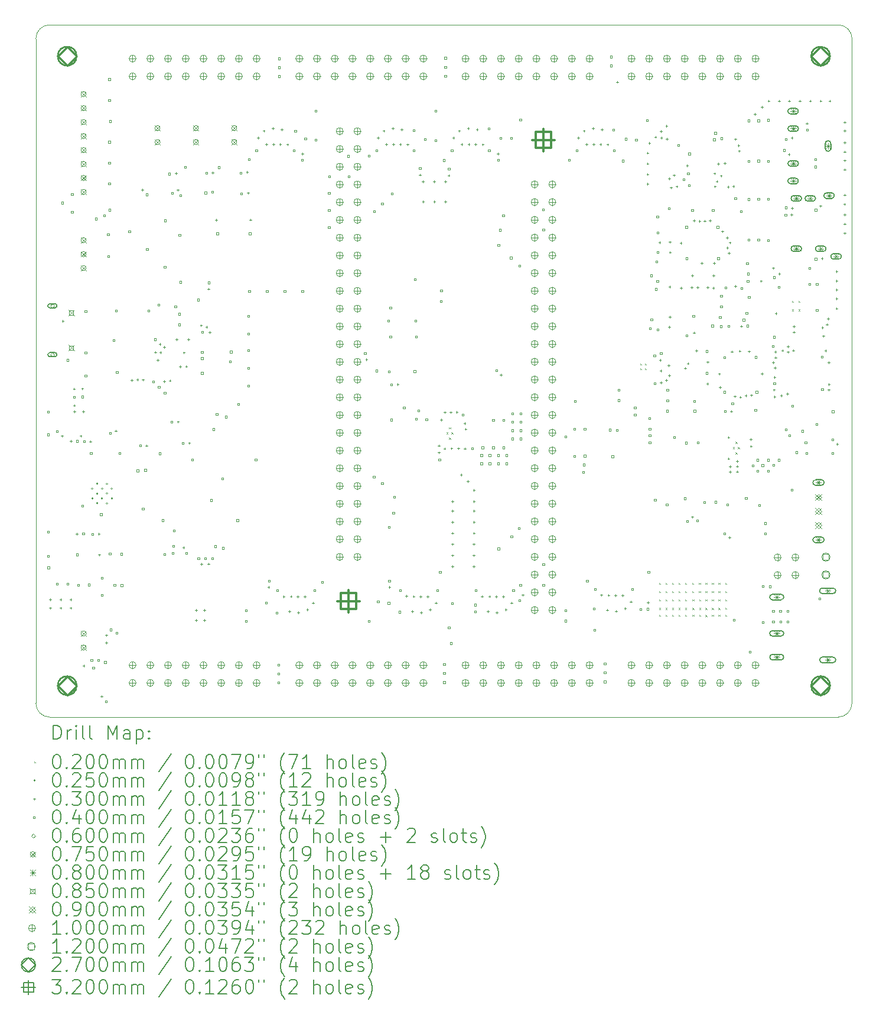
<source format=gbr>
%TF.GenerationSoftware,KiCad,Pcbnew,(6.0.11)*%
%TF.CreationDate,2024-03-19T14:27:06-04:00*%
%TF.ProjectId,Ultrasonic Sound Steering - Control Rev. B,556c7472-6173-46f6-9e69-6320536f756e,rev?*%
%TF.SameCoordinates,Original*%
%TF.FileFunction,Drillmap*%
%TF.FilePolarity,Positive*%
%FSLAX45Y45*%
G04 Gerber Fmt 4.5, Leading zero omitted, Abs format (unit mm)*
G04 Created by KiCad (PCBNEW (6.0.11)) date 2024-03-19 14:27:06*
%MOMM*%
%LPD*%
G01*
G04 APERTURE LIST*
%ADD10C,0.100000*%
%ADD11C,0.200000*%
%ADD12C,0.020000*%
%ADD13C,0.025000*%
%ADD14C,0.030000*%
%ADD15C,0.040000*%
%ADD16C,0.060000*%
%ADD17C,0.075000*%
%ADD18C,0.080000*%
%ADD19C,0.085000*%
%ADD20C,0.090000*%
%ADD21C,0.120000*%
%ADD22C,0.270000*%
%ADD23C,0.320000*%
G04 APERTURE END LIST*
D10*
X8743635Y-4685721D02*
X20042792Y-4685721D01*
X8543220Y-14400300D02*
G75*
G03*
X8743214Y-14600300I200000J0D01*
G01*
X20242799Y-4885721D02*
G75*
G03*
X20042792Y-4685721I-199999J1D01*
G01*
X20242792Y-4885721D02*
X20242792Y-14399879D01*
X8543214Y-14400300D02*
X8543635Y-4885721D01*
X20042792Y-14599879D02*
X8743214Y-14600300D01*
X8743635Y-4685725D02*
G75*
G03*
X8543635Y-4885721I-5J-199995D01*
G01*
X20042792Y-14599882D02*
G75*
G03*
X20242792Y-14399879I-2J200002D01*
G01*
D11*
D12*
X14431000Y-10524000D02*
X14451000Y-10544000D01*
X14451000Y-10524000D02*
X14431000Y-10544000D01*
X14466000Y-10449000D02*
X14486000Y-10469000D01*
X14486000Y-10449000D02*
X14466000Y-10469000D01*
X14466000Y-10599000D02*
X14486000Y-10619000D01*
X14486000Y-10599000D02*
X14466000Y-10619000D01*
X14501000Y-10524000D02*
X14521000Y-10544000D01*
X14521000Y-10524000D02*
X14501000Y-10544000D01*
X17205500Y-9538500D02*
X17225500Y-9558500D01*
X17225500Y-9538500D02*
X17205500Y-9558500D01*
X17205500Y-9606000D02*
X17225500Y-9626000D01*
X17225500Y-9606000D02*
X17205500Y-9626000D01*
X17273000Y-9538500D02*
X17293000Y-9558500D01*
X17293000Y-9538500D02*
X17273000Y-9558500D01*
X17273000Y-9606000D02*
X17293000Y-9626000D01*
X17293000Y-9606000D02*
X17273000Y-9626000D01*
X17475000Y-12916500D02*
X17495000Y-12936500D01*
X17495000Y-12916500D02*
X17475000Y-12936500D01*
X17475000Y-13037000D02*
X17495000Y-13057000D01*
X17495000Y-13037000D02*
X17475000Y-13057000D01*
X17475000Y-13137000D02*
X17495000Y-13157000D01*
X17495000Y-13137000D02*
X17475000Y-13157000D01*
X17476000Y-12677500D02*
X17496000Y-12697500D01*
X17496000Y-12677500D02*
X17476000Y-12697500D01*
X17476000Y-12798000D02*
X17496000Y-12818000D01*
X17496000Y-12798000D02*
X17476000Y-12818000D01*
X17571000Y-12916500D02*
X17591000Y-12936500D01*
X17591000Y-12916500D02*
X17571000Y-12936500D01*
X17571000Y-13037000D02*
X17591000Y-13057000D01*
X17591000Y-13037000D02*
X17571000Y-13057000D01*
X17571000Y-13137000D02*
X17591000Y-13157000D01*
X17591000Y-13137000D02*
X17571000Y-13157000D01*
X17572000Y-12677500D02*
X17592000Y-12697500D01*
X17592000Y-12677500D02*
X17572000Y-12697500D01*
X17572000Y-12798000D02*
X17592000Y-12818000D01*
X17592000Y-12798000D02*
X17572000Y-12818000D01*
X17663250Y-12916750D02*
X17683250Y-12936750D01*
X17683250Y-12916750D02*
X17663250Y-12936750D01*
X17663250Y-13037250D02*
X17683250Y-13057250D01*
X17683250Y-13037250D02*
X17663250Y-13057250D01*
X17663250Y-13137250D02*
X17683250Y-13157250D01*
X17683250Y-13137250D02*
X17663250Y-13157250D01*
X17664250Y-12677750D02*
X17684250Y-12697750D01*
X17684250Y-12677750D02*
X17664250Y-12697750D01*
X17664250Y-12798250D02*
X17684250Y-12818250D01*
X17684250Y-12798250D02*
X17664250Y-12818250D01*
X17755000Y-12915500D02*
X17775000Y-12935500D01*
X17775000Y-12915500D02*
X17755000Y-12935500D01*
X17755000Y-13036000D02*
X17775000Y-13056000D01*
X17775000Y-13036000D02*
X17755000Y-13056000D01*
X17755000Y-13136000D02*
X17775000Y-13156000D01*
X17775000Y-13136000D02*
X17755000Y-13156000D01*
X17756000Y-12676500D02*
X17776000Y-12696500D01*
X17776000Y-12676500D02*
X17756000Y-12696500D01*
X17756000Y-12797000D02*
X17776000Y-12817000D01*
X17776000Y-12797000D02*
X17756000Y-12817000D01*
X17849000Y-12915500D02*
X17869000Y-12935500D01*
X17869000Y-12915500D02*
X17849000Y-12935500D01*
X17849000Y-13036000D02*
X17869000Y-13056000D01*
X17869000Y-13036000D02*
X17849000Y-13056000D01*
X17849000Y-13136000D02*
X17869000Y-13156000D01*
X17869000Y-13136000D02*
X17849000Y-13156000D01*
X17850000Y-12676500D02*
X17870000Y-12696500D01*
X17870000Y-12676500D02*
X17850000Y-12696500D01*
X17850000Y-12797000D02*
X17870000Y-12817000D01*
X17870000Y-12797000D02*
X17850000Y-12817000D01*
X17954000Y-12677500D02*
X17974000Y-12697500D01*
X17974000Y-12677500D02*
X17954000Y-12697500D01*
X17954000Y-12798000D02*
X17974000Y-12818000D01*
X17974000Y-12798000D02*
X17954000Y-12818000D01*
X17955000Y-12916500D02*
X17975000Y-12936500D01*
X17975000Y-12916500D02*
X17955000Y-12936500D01*
X17955000Y-13037000D02*
X17975000Y-13057000D01*
X17975000Y-13037000D02*
X17955000Y-13057000D01*
X17955000Y-13137000D02*
X17975000Y-13157000D01*
X17975000Y-13137000D02*
X17955000Y-13157000D01*
X18050000Y-12677500D02*
X18070000Y-12697500D01*
X18070000Y-12677500D02*
X18050000Y-12697500D01*
X18050000Y-12798000D02*
X18070000Y-12818000D01*
X18070000Y-12798000D02*
X18050000Y-12818000D01*
X18051000Y-12916500D02*
X18071000Y-12936500D01*
X18071000Y-12916500D02*
X18051000Y-12936500D01*
X18051000Y-13037000D02*
X18071000Y-13057000D01*
X18071000Y-13037000D02*
X18051000Y-13057000D01*
X18051000Y-13137000D02*
X18071000Y-13157000D01*
X18071000Y-13137000D02*
X18051000Y-13157000D01*
X18142250Y-12677750D02*
X18162250Y-12697750D01*
X18162250Y-12677750D02*
X18142250Y-12697750D01*
X18142250Y-12798250D02*
X18162250Y-12818250D01*
X18162250Y-12798250D02*
X18142250Y-12818250D01*
X18142250Y-13137750D02*
X18162250Y-13157750D01*
X18162250Y-13137750D02*
X18142250Y-13157750D01*
X18143250Y-12916750D02*
X18163250Y-12936750D01*
X18163250Y-12916750D02*
X18143250Y-12936750D01*
X18143250Y-13037250D02*
X18163250Y-13057250D01*
X18163250Y-13037250D02*
X18143250Y-13057250D01*
X18234000Y-12676500D02*
X18254000Y-12696500D01*
X18254000Y-12676500D02*
X18234000Y-12696500D01*
X18234000Y-12797000D02*
X18254000Y-12817000D01*
X18254000Y-12797000D02*
X18234000Y-12817000D01*
X18234000Y-13136500D02*
X18254000Y-13156500D01*
X18254000Y-13136500D02*
X18234000Y-13156500D01*
X18235000Y-12915500D02*
X18255000Y-12935500D01*
X18255000Y-12915500D02*
X18235000Y-12935500D01*
X18235000Y-13036000D02*
X18255000Y-13056000D01*
X18255000Y-13036000D02*
X18235000Y-13056000D01*
X18328000Y-12676500D02*
X18348000Y-12696500D01*
X18348000Y-12676500D02*
X18328000Y-12696500D01*
X18328000Y-12797000D02*
X18348000Y-12817000D01*
X18348000Y-12797000D02*
X18328000Y-12817000D01*
X18328000Y-13136500D02*
X18348000Y-13156500D01*
X18348000Y-13136500D02*
X18328000Y-13156500D01*
X18329000Y-12915500D02*
X18349000Y-12935500D01*
X18349000Y-12915500D02*
X18329000Y-12935500D01*
X18329000Y-13036000D02*
X18349000Y-13056000D01*
X18349000Y-13036000D02*
X18329000Y-13056000D01*
X18424000Y-12675000D02*
X18444000Y-12695000D01*
X18444000Y-12675000D02*
X18424000Y-12695000D01*
X18424000Y-12795500D02*
X18444000Y-12815500D01*
X18444000Y-12795500D02*
X18424000Y-12815500D01*
X18424000Y-13135000D02*
X18444000Y-13155000D01*
X18444000Y-13135000D02*
X18424000Y-13155000D01*
X18425000Y-12914000D02*
X18445000Y-12934000D01*
X18445000Y-12914000D02*
X18425000Y-12934000D01*
X18425000Y-13034500D02*
X18445000Y-13054500D01*
X18445000Y-13034500D02*
X18425000Y-13054500D01*
X18538000Y-10734500D02*
X18558000Y-10754500D01*
X18558000Y-10734500D02*
X18538000Y-10754500D01*
X18573000Y-10659500D02*
X18593000Y-10679500D01*
X18593000Y-10659500D02*
X18573000Y-10679500D01*
X18573000Y-10809500D02*
X18593000Y-10829500D01*
X18593000Y-10809500D02*
X18573000Y-10829500D01*
X18608000Y-10734500D02*
X18628000Y-10754500D01*
X18628000Y-10734500D02*
X18608000Y-10754500D01*
X19384000Y-8640500D02*
X19404000Y-8660500D01*
X19404000Y-8640500D02*
X19384000Y-8660500D01*
X19384000Y-8761000D02*
X19404000Y-8781000D01*
X19404000Y-8761000D02*
X19384000Y-8781000D01*
X19478000Y-8640500D02*
X19498000Y-8660500D01*
X19498000Y-8640500D02*
X19478000Y-8660500D01*
X19478000Y-8761000D02*
X19498000Y-8781000D01*
X19498000Y-8761000D02*
X19478000Y-8781000D01*
D13*
X9364500Y-11329000D02*
G75*
G03*
X9364500Y-11329000I-12500J0D01*
G01*
X9364500Y-11469000D02*
G75*
G03*
X9364500Y-11469000I-12500J0D01*
G01*
X9434500Y-11259000D02*
G75*
G03*
X9434500Y-11259000I-12500J0D01*
G01*
X9434500Y-11399000D02*
G75*
G03*
X9434500Y-11399000I-12500J0D01*
G01*
X9434500Y-11539000D02*
G75*
G03*
X9434500Y-11539000I-12500J0D01*
G01*
X9504500Y-11329000D02*
G75*
G03*
X9504500Y-11329000I-12500J0D01*
G01*
X9504500Y-11469000D02*
G75*
G03*
X9504500Y-11469000I-12500J0D01*
G01*
X9574500Y-11259000D02*
G75*
G03*
X9574500Y-11259000I-12500J0D01*
G01*
X9574500Y-11399000D02*
G75*
G03*
X9574500Y-11399000I-12500J0D01*
G01*
X9574500Y-11539000D02*
G75*
G03*
X9574500Y-11539000I-12500J0D01*
G01*
X9644500Y-11329000D02*
G75*
G03*
X9644500Y-11329000I-12500J0D01*
G01*
X9644500Y-11469000D02*
G75*
G03*
X9644500Y-11469000I-12500J0D01*
G01*
D14*
X8748000Y-12902000D02*
X8748000Y-12932000D01*
X8733000Y-12917000D02*
X8763000Y-12917000D01*
X8748000Y-13022000D02*
X8748000Y-13052000D01*
X8733000Y-13037000D02*
X8763000Y-13037000D01*
X8899000Y-12902000D02*
X8899000Y-12932000D01*
X8884000Y-12917000D02*
X8914000Y-12917000D01*
X8899000Y-13022000D02*
X8899000Y-13052000D01*
X8884000Y-13037000D02*
X8914000Y-13037000D01*
X8920582Y-10558813D02*
X8920582Y-10588813D01*
X8905582Y-10573813D02*
X8935582Y-10573813D01*
X8931000Y-8915000D02*
X8931000Y-8945000D01*
X8916000Y-8930000D02*
X8946000Y-8930000D01*
X9043000Y-12902000D02*
X9043000Y-12932000D01*
X9028000Y-12917000D02*
X9058000Y-12917000D01*
X9043000Y-13022000D02*
X9043000Y-13052000D01*
X9028000Y-13037000D02*
X9058000Y-13037000D01*
X9044064Y-10633616D02*
X9044064Y-10663616D01*
X9029064Y-10648616D02*
X9059064Y-10648616D01*
X9091954Y-9883050D02*
X9091954Y-9913050D01*
X9076954Y-9898050D02*
X9106954Y-9898050D01*
X9094118Y-10120953D02*
X9094118Y-10150953D01*
X9079118Y-10135953D02*
X9109118Y-10135953D01*
X9098000Y-10208000D02*
X9098000Y-10238000D01*
X9083000Y-10223000D02*
X9113000Y-10223000D01*
X9133090Y-11961684D02*
X9133090Y-11991684D01*
X9118090Y-11976684D02*
X9148090Y-11976684D01*
X9186364Y-10558863D02*
X9186364Y-10588863D01*
X9171364Y-10573863D02*
X9201364Y-10573863D01*
X9210978Y-9882056D02*
X9210978Y-9912056D01*
X9195978Y-9897056D02*
X9225978Y-9897056D01*
X9226000Y-10207000D02*
X9226000Y-10237000D01*
X9211000Y-10222000D02*
X9241000Y-10222000D01*
X9229342Y-13849152D02*
X9229342Y-13879152D01*
X9214342Y-13864152D02*
X9244342Y-13864152D01*
X9324789Y-10636713D02*
X9324789Y-10666713D01*
X9309789Y-10651713D02*
X9339789Y-10651713D01*
X9446932Y-11961601D02*
X9446932Y-11991601D01*
X9431932Y-11976601D02*
X9461932Y-11976601D01*
X9453573Y-12261427D02*
X9453573Y-12291427D01*
X9438573Y-12276427D02*
X9468573Y-12276427D01*
X9487429Y-14286026D02*
X9487429Y-14316026D01*
X9472429Y-14301026D02*
X9502429Y-14301026D01*
X9553550Y-13412244D02*
X9553550Y-13442244D01*
X9538550Y-13427244D02*
X9568550Y-13427244D01*
X9553550Y-13517000D02*
X9553550Y-13547000D01*
X9538550Y-13532000D02*
X9568550Y-13532000D01*
X9691410Y-10483950D02*
X9691410Y-10513950D01*
X9676410Y-10498950D02*
X9706410Y-10498950D01*
X9920068Y-9759547D02*
X9920068Y-9789547D01*
X9905068Y-9774547D02*
X9935068Y-9774547D01*
X9999750Y-9753000D02*
X9999750Y-9783000D01*
X9984750Y-9768000D02*
X10014750Y-9768000D01*
X10069004Y-7035793D02*
X10069004Y-7065793D01*
X10054004Y-7050793D02*
X10084004Y-7050793D01*
X10079692Y-9754154D02*
X10079692Y-9784154D01*
X10064692Y-9769154D02*
X10094692Y-9769154D01*
X10131662Y-10697255D02*
X10131662Y-10727255D01*
X10116662Y-10712255D02*
X10146662Y-10712255D01*
X10258321Y-9358550D02*
X10258321Y-9388550D01*
X10243321Y-9373550D02*
X10273321Y-9373550D01*
X10291250Y-9473500D02*
X10291250Y-9503500D01*
X10276250Y-9488500D02*
X10306250Y-9488500D01*
X10320628Y-9242164D02*
X10320628Y-9272164D01*
X10305628Y-9257164D02*
X10335628Y-9257164D01*
X10329271Y-9363755D02*
X10329271Y-9393755D01*
X10314271Y-9378755D02*
X10344271Y-9378755D01*
X10383750Y-9286000D02*
X10383750Y-9316000D01*
X10368750Y-9301000D02*
X10398750Y-9301000D01*
X10384776Y-9775879D02*
X10384776Y-9805879D01*
X10369776Y-9790879D02*
X10399776Y-9790879D01*
X10465750Y-9765000D02*
X10465750Y-9795000D01*
X10450750Y-9780000D02*
X10480750Y-9780000D01*
X10551000Y-6798000D02*
X10551000Y-6828000D01*
X10536000Y-6813000D02*
X10566000Y-6813000D01*
X10563880Y-9177870D02*
X10563880Y-9207870D01*
X10548880Y-9192870D02*
X10578880Y-9192870D01*
X10577000Y-7036000D02*
X10577000Y-7066000D01*
X10562000Y-7051000D02*
X10592000Y-7051000D01*
X10581950Y-10355000D02*
X10581950Y-10385000D01*
X10566950Y-10370000D02*
X10596950Y-10370000D01*
X10611750Y-9564870D02*
X10611750Y-9594870D01*
X10596750Y-9579870D02*
X10626750Y-9579870D01*
X10659950Y-12156968D02*
X10659950Y-12186968D01*
X10644950Y-12171968D02*
X10674950Y-12171968D01*
X10666300Y-9365000D02*
X10666300Y-9395000D01*
X10651300Y-9380000D02*
X10681300Y-9380000D01*
X10700750Y-9562000D02*
X10700750Y-9592000D01*
X10685750Y-9577000D02*
X10715750Y-9577000D01*
X10728750Y-9177000D02*
X10728750Y-9207000D01*
X10713750Y-9192000D02*
X10743750Y-9192000D01*
X10742433Y-10660713D02*
X10742433Y-10690713D01*
X10727433Y-10675713D02*
X10757433Y-10675713D01*
X10839000Y-13054000D02*
X10839000Y-13084000D01*
X10824000Y-13069000D02*
X10854000Y-13069000D01*
X10839000Y-13198000D02*
X10839000Y-13228000D01*
X10824000Y-13213000D02*
X10854000Y-13213000D01*
X10912750Y-8975000D02*
X10912750Y-9005000D01*
X10897750Y-8990000D02*
X10927750Y-8990000D01*
X10918000Y-12391000D02*
X10918000Y-12421000D01*
X10903000Y-12406000D02*
X10933000Y-12406000D01*
X10959000Y-13053000D02*
X10959000Y-13083000D01*
X10944000Y-13068000D02*
X10974000Y-13068000D01*
X10959000Y-13198000D02*
X10959000Y-13228000D01*
X10944000Y-13213000D02*
X10974000Y-13213000D01*
X10990750Y-9000000D02*
X10990750Y-9030000D01*
X10975750Y-9015000D02*
X11005750Y-9015000D01*
X11016619Y-12389116D02*
X11016619Y-12419116D01*
X11001619Y-12404116D02*
X11031619Y-12404116D01*
X11018237Y-8452611D02*
X11018237Y-8482611D01*
X11003237Y-8467611D02*
X11033237Y-8467611D01*
X11035750Y-9073000D02*
X11035750Y-9103000D01*
X11020750Y-9088000D02*
X11050750Y-9088000D01*
X11077878Y-6790405D02*
X11077878Y-6820405D01*
X11062878Y-6805405D02*
X11092878Y-6805405D01*
X11129000Y-7464000D02*
X11129000Y-7494000D01*
X11114000Y-7479000D02*
X11144000Y-7479000D01*
X11572046Y-6778279D02*
X11572046Y-6808279D01*
X11557046Y-6793279D02*
X11587046Y-6793279D01*
X11587503Y-7079845D02*
X11587503Y-7109845D01*
X11572503Y-7094845D02*
X11602503Y-7094845D01*
X11621000Y-7462000D02*
X11621000Y-7492000D01*
X11606000Y-7477000D02*
X11636000Y-7477000D01*
X11729000Y-6289000D02*
X11729000Y-6319000D01*
X11714000Y-6304000D02*
X11744000Y-6304000D01*
X11811000Y-6191000D02*
X11811000Y-6221000D01*
X11796000Y-6206000D02*
X11826000Y-6206000D01*
X11848000Y-6380000D02*
X11848000Y-6410000D01*
X11833000Y-6395000D02*
X11863000Y-6395000D01*
X11878765Y-12723712D02*
X11878765Y-12753712D01*
X11863765Y-12738712D02*
X11893765Y-12738712D01*
X11940500Y-6152500D02*
X11940500Y-6182500D01*
X11925500Y-6167500D02*
X11955500Y-6167500D01*
X11949000Y-6380000D02*
X11949000Y-6410000D01*
X11934000Y-6395000D02*
X11964000Y-6395000D01*
X12047000Y-6382000D02*
X12047000Y-6412000D01*
X12032000Y-6397000D02*
X12062000Y-6397000D01*
X12067950Y-6169000D02*
X12067950Y-6199000D01*
X12052950Y-6184000D02*
X12082950Y-6184000D01*
X12098000Y-12859000D02*
X12098000Y-12889000D01*
X12083000Y-12874000D02*
X12113000Y-12874000D01*
X12150000Y-6385000D02*
X12150000Y-6415000D01*
X12135000Y-6400000D02*
X12165000Y-6400000D01*
X12179050Y-13069000D02*
X12179050Y-13099000D01*
X12164050Y-13084000D02*
X12194050Y-13084000D01*
X12200000Y-12856000D02*
X12200000Y-12886000D01*
X12185000Y-12871000D02*
X12215000Y-12871000D01*
X12298000Y-12858000D02*
X12298000Y-12888000D01*
X12283000Y-12873000D02*
X12313000Y-12873000D01*
X12306500Y-13085500D02*
X12306500Y-13115500D01*
X12291500Y-13100500D02*
X12321500Y-13100500D01*
X12363000Y-6517000D02*
X12363000Y-6547000D01*
X12348000Y-6532000D02*
X12378000Y-6532000D01*
X12399000Y-12858000D02*
X12399000Y-12888000D01*
X12384000Y-12873000D02*
X12414000Y-12873000D01*
X12436000Y-13047000D02*
X12436000Y-13077000D01*
X12421000Y-13062000D02*
X12451000Y-13062000D01*
X12518000Y-12949000D02*
X12518000Y-12979000D01*
X12503000Y-12964000D02*
X12533000Y-12964000D01*
X13283174Y-9462883D02*
X13283174Y-9492883D01*
X13268174Y-9477883D02*
X13298174Y-9477883D01*
X13449000Y-6289000D02*
X13449000Y-6319000D01*
X13434000Y-6304000D02*
X13464000Y-6304000D01*
X13531000Y-6191000D02*
X13531000Y-6221000D01*
X13516000Y-6206000D02*
X13546000Y-6206000D01*
X13568000Y-6380000D02*
X13568000Y-6410000D01*
X13553000Y-6395000D02*
X13583000Y-6395000D01*
X13612000Y-12724000D02*
X13612000Y-12754000D01*
X13597000Y-12739000D02*
X13627000Y-12739000D01*
X13660500Y-6152500D02*
X13660500Y-6182500D01*
X13645500Y-6167500D02*
X13675500Y-6167500D01*
X13669000Y-6380000D02*
X13669000Y-6410000D01*
X13654000Y-6395000D02*
X13684000Y-6395000D01*
X13730811Y-9817452D02*
X13730811Y-9847452D01*
X13715811Y-9832452D02*
X13745811Y-9832452D01*
X13767000Y-6382000D02*
X13767000Y-6412000D01*
X13752000Y-6397000D02*
X13782000Y-6397000D01*
X13787950Y-6169000D02*
X13787950Y-6199000D01*
X13772950Y-6184000D02*
X13802950Y-6184000D01*
X13853000Y-12851000D02*
X13853000Y-12881000D01*
X13838000Y-12866000D02*
X13868000Y-12866000D01*
X13870000Y-6385000D02*
X13870000Y-6415000D01*
X13855000Y-6400000D02*
X13885000Y-6400000D01*
X13939050Y-13069000D02*
X13939050Y-13099000D01*
X13924050Y-13084000D02*
X13954050Y-13084000D01*
X13960000Y-12856000D02*
X13960000Y-12886000D01*
X13945000Y-12871000D02*
X13975000Y-12871000D01*
X14048457Y-6817860D02*
X14048457Y-6847860D01*
X14033457Y-6832860D02*
X14063457Y-6832860D01*
X14058000Y-12858000D02*
X14058000Y-12888000D01*
X14043000Y-12873000D02*
X14073000Y-12873000D01*
X14066500Y-13085500D02*
X14066500Y-13115500D01*
X14051500Y-13100500D02*
X14081500Y-13100500D01*
X14093500Y-6915000D02*
X14093500Y-6945000D01*
X14078500Y-6930000D02*
X14108500Y-6930000D01*
X14096000Y-7205000D02*
X14096000Y-7235000D01*
X14081000Y-7220000D02*
X14111000Y-7220000D01*
X14159000Y-12858000D02*
X14159000Y-12888000D01*
X14144000Y-12873000D02*
X14174000Y-12873000D01*
X14196000Y-13047000D02*
X14196000Y-13077000D01*
X14181000Y-13062000D02*
X14211000Y-13062000D01*
X14253500Y-6915000D02*
X14253500Y-6945000D01*
X14238500Y-6930000D02*
X14268500Y-6930000D01*
X14256000Y-7205000D02*
X14256000Y-7235000D01*
X14241000Y-7220000D02*
X14271000Y-7220000D01*
X14278000Y-12949000D02*
X14278000Y-12979000D01*
X14263000Y-12964000D02*
X14293000Y-12964000D01*
X14320000Y-10696000D02*
X14320000Y-10726000D01*
X14305000Y-10711000D02*
X14335000Y-10711000D01*
X14322000Y-10796000D02*
X14322000Y-10826000D01*
X14307000Y-10811000D02*
X14337000Y-10811000D01*
X14355000Y-10327000D02*
X14355000Y-10357000D01*
X14340000Y-10342000D02*
X14370000Y-10342000D01*
X14403000Y-10738000D02*
X14403000Y-10768000D01*
X14388000Y-10753000D02*
X14418000Y-10753000D01*
X14404000Y-10221000D02*
X14404000Y-10251000D01*
X14389000Y-10236000D02*
X14419000Y-10236000D01*
X14413500Y-6915000D02*
X14413500Y-6945000D01*
X14398500Y-6930000D02*
X14428500Y-6930000D01*
X14416000Y-7205000D02*
X14416000Y-7235000D01*
X14401000Y-7220000D02*
X14431000Y-7220000D01*
X14461000Y-6828000D02*
X14461000Y-6858000D01*
X14446000Y-6843000D02*
X14476000Y-6843000D01*
X14491000Y-10221000D02*
X14491000Y-10251000D01*
X14476000Y-10236000D02*
X14506000Y-10236000D01*
X14502000Y-10737000D02*
X14502000Y-10767000D01*
X14487000Y-10752000D02*
X14517000Y-10752000D01*
X14515000Y-12109000D02*
X14515000Y-12139000D01*
X14500000Y-12124000D02*
X14530000Y-12124000D01*
X14515000Y-12269000D02*
X14515000Y-12299000D01*
X14500000Y-12284000D02*
X14530000Y-12284000D01*
X14515000Y-12429000D02*
X14515000Y-12459000D01*
X14500000Y-12444000D02*
X14530000Y-12444000D01*
X14516000Y-11495000D02*
X14516000Y-11525000D01*
X14501000Y-11510000D02*
X14531000Y-11510000D01*
X14516000Y-11630000D02*
X14516000Y-11660000D01*
X14501000Y-11645000D02*
X14531000Y-11645000D01*
X14516000Y-11790000D02*
X14516000Y-11820000D01*
X14501000Y-11805000D02*
X14531000Y-11805000D01*
X14516000Y-11950000D02*
X14516000Y-11980000D01*
X14501000Y-11965000D02*
X14531000Y-11965000D01*
X14529250Y-6289250D02*
X14529250Y-6319250D01*
X14514250Y-6304250D02*
X14544250Y-6304250D01*
X14579000Y-10219000D02*
X14579000Y-10249000D01*
X14564000Y-10234000D02*
X14594000Y-10234000D01*
X14599000Y-10737000D02*
X14599000Y-10767000D01*
X14584000Y-10752000D02*
X14614000Y-10752000D01*
X14611250Y-6191250D02*
X14611250Y-6221250D01*
X14596250Y-6206250D02*
X14626250Y-6206250D01*
X14639965Y-11114035D02*
X14639965Y-11144035D01*
X14624965Y-11129035D02*
X14654965Y-11129035D01*
X14648250Y-6380250D02*
X14648250Y-6410250D01*
X14633250Y-6395250D02*
X14663250Y-6395250D01*
X14690000Y-10377000D02*
X14690000Y-10407000D01*
X14675000Y-10392000D02*
X14705000Y-10392000D01*
X14695000Y-10738000D02*
X14695000Y-10768000D01*
X14680000Y-10753000D02*
X14710000Y-10753000D01*
X14706000Y-10459488D02*
X14706000Y-10489488D01*
X14691000Y-10474488D02*
X14721000Y-10474488D01*
X14734465Y-11208535D02*
X14734465Y-11238535D01*
X14719465Y-11223535D02*
X14749465Y-11223535D01*
X14740750Y-6152750D02*
X14740750Y-6182750D01*
X14725750Y-6167750D02*
X14755750Y-6167750D01*
X14749250Y-6380250D02*
X14749250Y-6410250D01*
X14734250Y-6395250D02*
X14764250Y-6395250D01*
X14822000Y-12109000D02*
X14822000Y-12139000D01*
X14807000Y-12124000D02*
X14837000Y-12124000D01*
X14822000Y-12269000D02*
X14822000Y-12299000D01*
X14807000Y-12284000D02*
X14837000Y-12284000D01*
X14822000Y-12429000D02*
X14822000Y-12459000D01*
X14807000Y-12444000D02*
X14837000Y-12444000D01*
X14823000Y-11335000D02*
X14823000Y-11365000D01*
X14808000Y-11350000D02*
X14838000Y-11350000D01*
X14823000Y-11495000D02*
X14823000Y-11525000D01*
X14808000Y-11510000D02*
X14838000Y-11510000D01*
X14823000Y-11630000D02*
X14823000Y-11660000D01*
X14808000Y-11645000D02*
X14838000Y-11645000D01*
X14823000Y-11790000D02*
X14823000Y-11820000D01*
X14808000Y-11805000D02*
X14838000Y-11805000D01*
X14823000Y-11950000D02*
X14823000Y-11980000D01*
X14808000Y-11965000D02*
X14838000Y-11965000D01*
X14847250Y-6382250D02*
X14847250Y-6412250D01*
X14832250Y-6397250D02*
X14862250Y-6397250D01*
X14868200Y-6169250D02*
X14868200Y-6199250D01*
X14853200Y-6184250D02*
X14883200Y-6184250D01*
X14940000Y-12856000D02*
X14940000Y-12886000D01*
X14925000Y-12871000D02*
X14955000Y-12871000D01*
X14950250Y-6385250D02*
X14950250Y-6415250D01*
X14935250Y-6400250D02*
X14965250Y-6400250D01*
X15024550Y-13069000D02*
X15024550Y-13099000D01*
X15009550Y-13084000D02*
X15039550Y-13084000D01*
X15045500Y-12856000D02*
X15045500Y-12886000D01*
X15030500Y-12871000D02*
X15060500Y-12871000D01*
X15143500Y-12858000D02*
X15143500Y-12888000D01*
X15128500Y-12873000D02*
X15158500Y-12873000D01*
X15152000Y-13085500D02*
X15152000Y-13115500D01*
X15137000Y-13100500D02*
X15167000Y-13100500D01*
X15169000Y-6517000D02*
X15169000Y-6547000D01*
X15154000Y-6532000D02*
X15184000Y-6532000D01*
X15211730Y-9683450D02*
X15211730Y-9713450D01*
X15196730Y-9698450D02*
X15226730Y-9698450D01*
X15244500Y-12858000D02*
X15244500Y-12888000D01*
X15229500Y-12873000D02*
X15259500Y-12873000D01*
X15281500Y-13047000D02*
X15281500Y-13077000D01*
X15266500Y-13062000D02*
X15296500Y-13062000D01*
X15363500Y-12949000D02*
X15363500Y-12979000D01*
X15348500Y-12964000D02*
X15378500Y-12964000D01*
X15523366Y-12836807D02*
X15523366Y-12866807D01*
X15508366Y-12851807D02*
X15538366Y-12851807D01*
X16318750Y-6289250D02*
X16318750Y-6319250D01*
X16303750Y-6304250D02*
X16333750Y-6304250D01*
X16400750Y-6191250D02*
X16400750Y-6221250D01*
X16385750Y-6206250D02*
X16415750Y-6206250D01*
X16437750Y-6380250D02*
X16437750Y-6410250D01*
X16422750Y-6395250D02*
X16452750Y-6395250D01*
X16530250Y-6152750D02*
X16530250Y-6182750D01*
X16515250Y-6167750D02*
X16545250Y-6167750D01*
X16538750Y-6380250D02*
X16538750Y-6410250D01*
X16523750Y-6395250D02*
X16553750Y-6395250D01*
X16636750Y-6382250D02*
X16636750Y-6412250D01*
X16621750Y-6397250D02*
X16651750Y-6397250D01*
X16651000Y-12837000D02*
X16651000Y-12867000D01*
X16636000Y-12852000D02*
X16666000Y-12852000D01*
X16657700Y-6169250D02*
X16657700Y-6199250D01*
X16642700Y-6184250D02*
X16672700Y-6184250D01*
X16733550Y-13050841D02*
X16733550Y-13080841D01*
X16718550Y-13065841D02*
X16748550Y-13065841D01*
X16739750Y-6385250D02*
X16739750Y-6415250D01*
X16724750Y-6400250D02*
X16754750Y-6400250D01*
X16754500Y-12837841D02*
X16754500Y-12867841D01*
X16739500Y-12852841D02*
X16769500Y-12852841D01*
X16852500Y-12839841D02*
X16852500Y-12869841D01*
X16837500Y-12854841D02*
X16867500Y-12854841D01*
X16861000Y-13067342D02*
X16861000Y-13097342D01*
X16846000Y-13082342D02*
X16876000Y-13082342D01*
X16880000Y-5489000D02*
X16880000Y-5519000D01*
X16865000Y-5504000D02*
X16895000Y-5504000D01*
X16953500Y-12839841D02*
X16953500Y-12869841D01*
X16938500Y-12854841D02*
X16968500Y-12854841D01*
X16990500Y-13028841D02*
X16990500Y-13058841D01*
X16975500Y-13043841D02*
X17005500Y-13043841D01*
X17072500Y-12930841D02*
X17072500Y-12960841D01*
X17057500Y-12945841D02*
X17087500Y-12945841D01*
X17313000Y-6506000D02*
X17313000Y-6536000D01*
X17298000Y-6521000D02*
X17328000Y-6521000D01*
X17313000Y-6658500D02*
X17313000Y-6688500D01*
X17298000Y-6673500D02*
X17328000Y-6673500D01*
X17313000Y-6811000D02*
X17313000Y-6841000D01*
X17298000Y-6826000D02*
X17328000Y-6826000D01*
X17313000Y-6948500D02*
X17313000Y-6978500D01*
X17298000Y-6963500D02*
X17328000Y-6963500D01*
X17316950Y-12943016D02*
X17316950Y-12973016D01*
X17301950Y-12958016D02*
X17331950Y-12958016D01*
X17338000Y-6363500D02*
X17338000Y-6393500D01*
X17323000Y-6378500D02*
X17353000Y-6378500D01*
X17425500Y-6276000D02*
X17425500Y-6306000D01*
X17410500Y-6291000D02*
X17440500Y-6291000D01*
X17485000Y-7789000D02*
X17485000Y-7819000D01*
X17470000Y-7804000D02*
X17500000Y-7804000D01*
X17493192Y-9471922D02*
X17493192Y-9501922D01*
X17478192Y-9486922D02*
X17508192Y-9486922D01*
X17501785Y-9622931D02*
X17501785Y-9652931D01*
X17486785Y-9637931D02*
X17516785Y-9637931D01*
X17503000Y-9793500D02*
X17503000Y-9823500D01*
X17488000Y-9808500D02*
X17518000Y-9808500D01*
X17505500Y-6196000D02*
X17505500Y-6226000D01*
X17490500Y-6211000D02*
X17520500Y-6211000D01*
X17508923Y-6290664D02*
X17508923Y-6320664D01*
X17493923Y-6305664D02*
X17523923Y-6305664D01*
X17579254Y-9759186D02*
X17579254Y-9789186D01*
X17564254Y-9774186D02*
X17594254Y-9774186D01*
X17583000Y-6118500D02*
X17583000Y-6148500D01*
X17568000Y-6133500D02*
X17598000Y-6133500D01*
X17588900Y-6303806D02*
X17588900Y-6333806D01*
X17573900Y-6318806D02*
X17603900Y-6318806D01*
X17613994Y-9546100D02*
X17613994Y-9576100D01*
X17598994Y-9561100D02*
X17628994Y-9561100D01*
X17621000Y-9691000D02*
X17621000Y-9721000D01*
X17606000Y-9706000D02*
X17636000Y-9706000D01*
X17622363Y-8998637D02*
X17622363Y-9028637D01*
X17607363Y-9013637D02*
X17637363Y-9013637D01*
X17623000Y-6872000D02*
X17623000Y-6902000D01*
X17608000Y-6887000D02*
X17638000Y-6887000D01*
X17628000Y-8421000D02*
X17628000Y-8451000D01*
X17613000Y-8436000D02*
X17643000Y-8436000D01*
X17631000Y-7782000D02*
X17631000Y-7812000D01*
X17616000Y-7797000D02*
X17646000Y-7797000D01*
X17631000Y-8852000D02*
X17631000Y-8882000D01*
X17616000Y-8867000D02*
X17646000Y-8867000D01*
X17635000Y-7927000D02*
X17635000Y-7957000D01*
X17620000Y-7942000D02*
X17650000Y-7942000D01*
X17648000Y-7003500D02*
X17648000Y-7033500D01*
X17633000Y-7018500D02*
X17663000Y-7018500D01*
X17690500Y-6825950D02*
X17690500Y-6855950D01*
X17675500Y-6840950D02*
X17705500Y-6840950D01*
X17730500Y-6986000D02*
X17730500Y-7016000D01*
X17715500Y-7001000D02*
X17745500Y-7001000D01*
X17789000Y-7796000D02*
X17789000Y-7826000D01*
X17774000Y-7811000D02*
X17804000Y-7811000D01*
X17789988Y-8439050D02*
X17789988Y-8469050D01*
X17774988Y-8454050D02*
X17804988Y-8454050D01*
X17850000Y-9588050D02*
X17850000Y-9618050D01*
X17835000Y-9603050D02*
X17865000Y-9603050D01*
X17880450Y-6685000D02*
X17880450Y-6715000D01*
X17865450Y-6700000D02*
X17895450Y-6700000D01*
X17890880Y-9519341D02*
X17890880Y-9549341D01*
X17875880Y-9534341D02*
X17905880Y-9534341D01*
X17943000Y-8429000D02*
X17943000Y-8459000D01*
X17928000Y-8444000D02*
X17958000Y-8444000D01*
X17951900Y-8262000D02*
X17951900Y-8292000D01*
X17936900Y-8277000D02*
X17966900Y-8277000D01*
X17952446Y-11719831D02*
X17952446Y-11749831D01*
X17937446Y-11734831D02*
X17967446Y-11734831D01*
X17979550Y-9080000D02*
X17979550Y-9110000D01*
X17964550Y-9095000D02*
X17994550Y-9095000D01*
X17979864Y-7472010D02*
X17979864Y-7502010D01*
X17964864Y-7487010D02*
X17994864Y-7487010D01*
X18012988Y-9336542D02*
X18012988Y-9366542D01*
X17997988Y-9351542D02*
X18027988Y-9351542D01*
X18031023Y-8428499D02*
X18031023Y-8458499D01*
X18016023Y-8443499D02*
X18046023Y-8443499D01*
X18058846Y-7484413D02*
X18058846Y-7514413D01*
X18043846Y-7499413D02*
X18073846Y-7499413D01*
X18088950Y-8084500D02*
X18088950Y-8114500D01*
X18073950Y-8099500D02*
X18103950Y-8099500D01*
X18129000Y-7480000D02*
X18129000Y-7510000D01*
X18114000Y-7495000D02*
X18144000Y-7495000D01*
X18169619Y-9812398D02*
X18169619Y-9842398D01*
X18154619Y-9827398D02*
X18184619Y-9827398D01*
X18174000Y-9500000D02*
X18174000Y-9530000D01*
X18159000Y-9515000D02*
X18189000Y-9515000D01*
X18175000Y-8431500D02*
X18175000Y-8461500D01*
X18160000Y-8446500D02*
X18190000Y-8446500D01*
X18209000Y-7475000D02*
X18209000Y-7505000D01*
X18194000Y-7490000D02*
X18224000Y-7490000D01*
X18255500Y-8441000D02*
X18255500Y-8471000D01*
X18240500Y-8456000D02*
X18270500Y-8456000D01*
X18257000Y-8259950D02*
X18257000Y-8289950D01*
X18242000Y-8274950D02*
X18272000Y-8274950D01*
X18266798Y-8083334D02*
X18266798Y-8113334D01*
X18251798Y-8098334D02*
X18281798Y-8098334D01*
X18271450Y-6799000D02*
X18271450Y-6829000D01*
X18256450Y-6814000D02*
X18286450Y-6814000D01*
X18277662Y-6985913D02*
X18277662Y-7015913D01*
X18262662Y-7000913D02*
X18292662Y-7000913D01*
X18306248Y-6911248D02*
X18306248Y-6941248D01*
X18291248Y-6926248D02*
X18321248Y-6926248D01*
X18327500Y-6661500D02*
X18327500Y-6691500D01*
X18312500Y-6676500D02*
X18342500Y-6676500D01*
X18339000Y-9670500D02*
X18339000Y-9700500D01*
X18324000Y-9685500D02*
X18354000Y-9685500D01*
X18353000Y-9863000D02*
X18353000Y-9893000D01*
X18338000Y-9878000D02*
X18368000Y-9878000D01*
X18364550Y-6834550D02*
X18364550Y-6864550D01*
X18349550Y-6849550D02*
X18379550Y-6849550D01*
X18384383Y-7628817D02*
X18384383Y-7658817D01*
X18369383Y-7643817D02*
X18399383Y-7643817D01*
X18418000Y-6651000D02*
X18418000Y-6681000D01*
X18403000Y-6666000D02*
X18433000Y-6666000D01*
X18453000Y-7718000D02*
X18453000Y-7748000D01*
X18438000Y-7733000D02*
X18468000Y-7733000D01*
X18456000Y-7863000D02*
X18456000Y-7893000D01*
X18441000Y-7878000D02*
X18471000Y-7878000D01*
X18465500Y-6993500D02*
X18465500Y-7023500D01*
X18450500Y-7008500D02*
X18480500Y-7008500D01*
X18472500Y-10883500D02*
X18472500Y-10913500D01*
X18457500Y-10898500D02*
X18487500Y-10898500D01*
X18473000Y-10578000D02*
X18473000Y-10608000D01*
X18458000Y-10593000D02*
X18488000Y-10593000D01*
X18477109Y-7940113D02*
X18477109Y-7970113D01*
X18462109Y-7955113D02*
X18492109Y-7955113D01*
X18485714Y-12012297D02*
X18485714Y-12042297D01*
X18470714Y-12027297D02*
X18500714Y-12027297D01*
X18491000Y-7790000D02*
X18491000Y-7820000D01*
X18476000Y-7805000D02*
X18506000Y-7805000D01*
X18497200Y-10994500D02*
X18497200Y-11024500D01*
X18482200Y-11009500D02*
X18512200Y-11009500D01*
X18497200Y-11070000D02*
X18497200Y-11100000D01*
X18482200Y-11085000D02*
X18512200Y-11085000D01*
X18512015Y-10205109D02*
X18512015Y-10235109D01*
X18497015Y-10220109D02*
X18527015Y-10220109D01*
X18520382Y-9349858D02*
X18520382Y-9379858D01*
X18505382Y-9364858D02*
X18535382Y-9364858D01*
X18543000Y-6981000D02*
X18543000Y-7011000D01*
X18528000Y-6996000D02*
X18558000Y-6996000D01*
X18563000Y-9992250D02*
X18563000Y-10022250D01*
X18548000Y-10007250D02*
X18578000Y-10007250D01*
X18569000Y-6308000D02*
X18569000Y-6338000D01*
X18554000Y-6323000D02*
X18584000Y-6323000D01*
X18569000Y-8415000D02*
X18569000Y-8445000D01*
X18554000Y-8430000D02*
X18584000Y-8430000D01*
X18596000Y-10918000D02*
X18596000Y-10948000D01*
X18581000Y-10933000D02*
X18611000Y-10933000D01*
X18596200Y-10993500D02*
X18596200Y-11023500D01*
X18581200Y-11008500D02*
X18611200Y-11008500D01*
X18596200Y-11069000D02*
X18596200Y-11099000D01*
X18581200Y-11084000D02*
X18611200Y-11084000D01*
X18617000Y-6399000D02*
X18617000Y-6429000D01*
X18602000Y-6414000D02*
X18632000Y-6414000D01*
X18625561Y-6478491D02*
X18625561Y-6508491D01*
X18610561Y-6493491D02*
X18640561Y-6493491D01*
X18634500Y-9341250D02*
X18634500Y-9371250D01*
X18619500Y-9356250D02*
X18649500Y-9356250D01*
X18642968Y-10001763D02*
X18642968Y-10031763D01*
X18627968Y-10016763D02*
X18657968Y-10016763D01*
X18656249Y-8985983D02*
X18656249Y-9015983D01*
X18641249Y-9000983D02*
X18671249Y-9000983D01*
X18720500Y-9982250D02*
X18720500Y-10012250D01*
X18705500Y-9997250D02*
X18735500Y-9997250D01*
X18767221Y-9348601D02*
X18767221Y-9378601D01*
X18752221Y-9363601D02*
X18782221Y-9363601D01*
X18793316Y-10607673D02*
X18793316Y-10637673D01*
X18778316Y-10622673D02*
X18808316Y-10622673D01*
X18794750Y-10704250D02*
X18794750Y-10734250D01*
X18779750Y-10719250D02*
X18809750Y-10719250D01*
X18800210Y-9974682D02*
X18800210Y-10004682D01*
X18785210Y-9989682D02*
X18815210Y-9989682D01*
X18849000Y-5952000D02*
X18849000Y-5982000D01*
X18834000Y-5967000D02*
X18864000Y-5967000D01*
X18939000Y-8340000D02*
X18939000Y-8370000D01*
X18924000Y-8355000D02*
X18954000Y-8355000D01*
X18951000Y-5850000D02*
X18951000Y-5880000D01*
X18936000Y-5865000D02*
X18966000Y-5865000D01*
X18953000Y-9666000D02*
X18953000Y-9696000D01*
X18938000Y-9681000D02*
X18968000Y-9681000D01*
X19049000Y-5761000D02*
X19049000Y-5791000D01*
X19034000Y-5776000D02*
X19064000Y-5776000D01*
X19111450Y-8154500D02*
X19111450Y-8184500D01*
X19096450Y-8169500D02*
X19126450Y-8169500D01*
X19114737Y-9507730D02*
X19114737Y-9537730D01*
X19099737Y-9522730D02*
X19129737Y-9522730D01*
X19124836Y-9898836D02*
X19124836Y-9928836D01*
X19109836Y-9913836D02*
X19139836Y-9913836D01*
X19133000Y-9996000D02*
X19133000Y-10026000D01*
X19118000Y-10011000D02*
X19148000Y-10011000D01*
X19133050Y-9715950D02*
X19133050Y-9745950D01*
X19118050Y-9730950D02*
X19148050Y-9730950D01*
X19137984Y-9584226D02*
X19137984Y-9614226D01*
X19122984Y-9599226D02*
X19152984Y-9599226D01*
X19143246Y-9354717D02*
X19143246Y-9384717D01*
X19128246Y-9369717D02*
X19158246Y-9369717D01*
X19147001Y-9434579D02*
X19147001Y-9464579D01*
X19132001Y-9449579D02*
X19162001Y-9449579D01*
X19152337Y-8802337D02*
X19152337Y-8832337D01*
X19137337Y-8817337D02*
X19167337Y-8817337D01*
X19198000Y-5761000D02*
X19198000Y-5791000D01*
X19183000Y-5776000D02*
X19213000Y-5776000D01*
X19200000Y-8237000D02*
X19200000Y-8267000D01*
X19185000Y-8252000D02*
X19215000Y-8252000D01*
X19229000Y-9978450D02*
X19229000Y-10008450D01*
X19214000Y-9993450D02*
X19244000Y-9993450D01*
X19244767Y-9333572D02*
X19244767Y-9363572D01*
X19229767Y-9348572D02*
X19259767Y-9348572D01*
X19316637Y-9954863D02*
X19316637Y-9984863D01*
X19301637Y-9969863D02*
X19331637Y-9969863D01*
X19323720Y-9355947D02*
X19323720Y-9385947D01*
X19308720Y-9370947D02*
X19338720Y-9370947D01*
X19325500Y-9276000D02*
X19325500Y-9306000D01*
X19310500Y-9291000D02*
X19340500Y-9291000D01*
X19339183Y-6524669D02*
X19339183Y-6554669D01*
X19324183Y-6539669D02*
X19354183Y-6539669D01*
X19340000Y-5761000D02*
X19340000Y-5791000D01*
X19325000Y-5776000D02*
X19355000Y-5776000D01*
X19375000Y-7387000D02*
X19375000Y-7417000D01*
X19360000Y-7402000D02*
X19390000Y-7402000D01*
X19380988Y-6288596D02*
X19380988Y-6318596D01*
X19365988Y-6303596D02*
X19395988Y-6303596D01*
X19382891Y-7296950D02*
X19382891Y-7326950D01*
X19367891Y-7311950D02*
X19397891Y-7311950D01*
X19400326Y-9333065D02*
X19400326Y-9363065D01*
X19385326Y-9348065D02*
X19415326Y-9348065D01*
X19408255Y-9069984D02*
X19408255Y-9099984D01*
X19393255Y-9084984D02*
X19423255Y-9084984D01*
X19411209Y-8990089D02*
X19411209Y-9020089D01*
X19396209Y-9005089D02*
X19426209Y-9005089D01*
X19494000Y-5761000D02*
X19494000Y-5791000D01*
X19479000Y-5776000D02*
X19509000Y-5776000D01*
X19594171Y-6081239D02*
X19594171Y-6111239D01*
X19579171Y-6096239D02*
X19609171Y-6096239D01*
X19643000Y-5761000D02*
X19643000Y-5791000D01*
X19628000Y-5776000D02*
X19658000Y-5776000D01*
X19791804Y-7265060D02*
X19791804Y-7295060D01*
X19776804Y-7280060D02*
X19806804Y-7280060D01*
X19793000Y-5761000D02*
X19793000Y-5791000D01*
X19778000Y-5776000D02*
X19808000Y-5776000D01*
X19812545Y-8014472D02*
X19812545Y-8044472D01*
X19797545Y-8029472D02*
X19827545Y-8029472D01*
X19818195Y-9006050D02*
X19818195Y-9036050D01*
X19803195Y-9021050D02*
X19833195Y-9021050D01*
X19833000Y-9128500D02*
X19833000Y-9158500D01*
X19818000Y-9143500D02*
X19848000Y-9143500D01*
X19864000Y-9336000D02*
X19864000Y-9366000D01*
X19849000Y-9351000D02*
X19879000Y-9351000D01*
X19884750Y-8961750D02*
X19884750Y-8991750D01*
X19869750Y-8976750D02*
X19899750Y-8976750D01*
X19900200Y-8881000D02*
X19900200Y-8911000D01*
X19885200Y-8896000D02*
X19915200Y-8896000D01*
X19907312Y-9506835D02*
X19907312Y-9536835D01*
X19892312Y-9521835D02*
X19922312Y-9521835D01*
X19909105Y-9898355D02*
X19909105Y-9928355D01*
X19894105Y-9913355D02*
X19924105Y-9913355D01*
X19913000Y-9818500D02*
X19913000Y-9848500D01*
X19898000Y-9833500D02*
X19928000Y-9833500D01*
X19923000Y-5761000D02*
X19923000Y-5791000D01*
X19908000Y-5776000D02*
X19938000Y-5776000D01*
X20023050Y-8203238D02*
X20023050Y-8233238D01*
X20008050Y-8218238D02*
X20038050Y-8218238D01*
X20023050Y-8336000D02*
X20023050Y-8366000D01*
X20008050Y-8351000D02*
X20038050Y-8351000D01*
X20023050Y-8464000D02*
X20023050Y-8494000D01*
X20008050Y-8479000D02*
X20038050Y-8479000D01*
X20023050Y-8591000D02*
X20023050Y-8621000D01*
X20008050Y-8606000D02*
X20038050Y-8606000D01*
X20023050Y-8732000D02*
X20023050Y-8762000D01*
X20008050Y-8747000D02*
X20038050Y-8747000D01*
X20030673Y-10673517D02*
X20030673Y-10703517D01*
X20015673Y-10688517D02*
X20045673Y-10688517D01*
X20135000Y-7241000D02*
X20135000Y-7271000D01*
X20120000Y-7256000D02*
X20150000Y-7256000D01*
X20136000Y-6066000D02*
X20136000Y-6096000D01*
X20121000Y-6081000D02*
X20151000Y-6081000D01*
X20136000Y-6188500D02*
X20136000Y-6218500D01*
X20121000Y-6203500D02*
X20151000Y-6203500D01*
X20136000Y-6356000D02*
X20136000Y-6386000D01*
X20121000Y-6371000D02*
X20151000Y-6371000D01*
X20136000Y-6488500D02*
X20136000Y-6518500D01*
X20121000Y-6503500D02*
X20151000Y-6503500D01*
X20136000Y-6613500D02*
X20136000Y-6643500D01*
X20121000Y-6628500D02*
X20151000Y-6628500D01*
X20136000Y-6743500D02*
X20136000Y-6773500D01*
X20121000Y-6758500D02*
X20151000Y-6758500D01*
X20136000Y-7107000D02*
X20136000Y-7137000D01*
X20121000Y-7122000D02*
X20151000Y-7122000D01*
X20136000Y-7654500D02*
X20136000Y-7684500D01*
X20121000Y-7669500D02*
X20151000Y-7669500D01*
X20137000Y-7389000D02*
X20137000Y-7419000D01*
X20122000Y-7404000D02*
X20152000Y-7404000D01*
X20137000Y-7521000D02*
X20137000Y-7551000D01*
X20122000Y-7536000D02*
X20152000Y-7536000D01*
D15*
X8733142Y-12307142D02*
X8733142Y-12278858D01*
X8704858Y-12278858D01*
X8704858Y-12307142D01*
X8733142Y-12307142D01*
X8733642Y-10567642D02*
X8733642Y-10539358D01*
X8705358Y-10539358D01*
X8705358Y-10567642D01*
X8733642Y-10567642D01*
X8733642Y-11962642D02*
X8733642Y-11934358D01*
X8705358Y-11934358D01*
X8705358Y-11962642D01*
X8733642Y-11962642D01*
X8734142Y-10243142D02*
X8734142Y-10214858D01*
X8705858Y-10214858D01*
X8705858Y-10243142D01*
X8734142Y-10243142D01*
X8739017Y-12472142D02*
X8739017Y-12443858D01*
X8710733Y-12443858D01*
X8710733Y-12472142D01*
X8739017Y-12472142D01*
X8859392Y-12705392D02*
X8859392Y-12677108D01*
X8831108Y-12677108D01*
X8831108Y-12705392D01*
X8859392Y-12705392D01*
X8861142Y-10520142D02*
X8861142Y-10491858D01*
X8832858Y-10491858D01*
X8832858Y-10520142D01*
X8861142Y-10520142D01*
X8939142Y-7248142D02*
X8939142Y-7219858D01*
X8910858Y-7219858D01*
X8910858Y-7248142D01*
X8939142Y-7248142D01*
X9012392Y-12706392D02*
X9012392Y-12678108D01*
X8984108Y-12678108D01*
X8984108Y-12706392D01*
X9012392Y-12706392D01*
X9013142Y-9501142D02*
X9013142Y-9472858D01*
X8984858Y-9472858D01*
X8984858Y-9501142D01*
X9013142Y-9501142D01*
X9077142Y-7125142D02*
X9077142Y-7096858D01*
X9048858Y-7096858D01*
X9048858Y-7125142D01*
X9077142Y-7125142D01*
X9077142Y-7380142D02*
X9077142Y-7351858D01*
X9048858Y-7351858D01*
X9048858Y-7380142D01*
X9077142Y-7380142D01*
X9108142Y-10028142D02*
X9108142Y-9999858D01*
X9079858Y-9999858D01*
X9079858Y-10028142D01*
X9108142Y-10028142D01*
X9147834Y-12287834D02*
X9147834Y-12259549D01*
X9119549Y-12259549D01*
X9119549Y-12287834D01*
X9147834Y-12287834D01*
X9148142Y-10661142D02*
X9148142Y-10632858D01*
X9119858Y-10632858D01*
X9119858Y-10661142D01*
X9148142Y-10661142D01*
X9165142Y-12720142D02*
X9165142Y-12691858D01*
X9136858Y-12691858D01*
X9136858Y-12720142D01*
X9165142Y-12720142D01*
X9226142Y-11590142D02*
X9226142Y-11561858D01*
X9197858Y-11561858D01*
X9197858Y-11590142D01*
X9226142Y-11590142D01*
X9226142Y-10026142D02*
X9226142Y-9997858D01*
X9197858Y-9997858D01*
X9197858Y-10026142D01*
X9226142Y-10026142D01*
X9237142Y-11988142D02*
X9237142Y-11959858D01*
X9208858Y-11959858D01*
X9208858Y-11988142D01*
X9237142Y-11988142D01*
X9248995Y-10664290D02*
X9248995Y-10636005D01*
X9220711Y-10636005D01*
X9220711Y-10664290D01*
X9248995Y-10664290D01*
X9273142Y-8802142D02*
X9273142Y-8773858D01*
X9244858Y-8773858D01*
X9244858Y-8802142D01*
X9273142Y-8802142D01*
X9273142Y-9398142D02*
X9273142Y-9369858D01*
X9244858Y-9369858D01*
X9244858Y-9398142D01*
X9273142Y-9398142D01*
X9273142Y-9724142D02*
X9273142Y-9695858D01*
X9244858Y-9695858D01*
X9244858Y-9724142D01*
X9273142Y-9724142D01*
X9318142Y-12717142D02*
X9318142Y-12688858D01*
X9289858Y-12688858D01*
X9289858Y-12717142D01*
X9318142Y-12717142D01*
X9348142Y-10837142D02*
X9348142Y-10808858D01*
X9319858Y-10808858D01*
X9319858Y-10837142D01*
X9348142Y-10837142D01*
X9356239Y-13800201D02*
X9356239Y-13771916D01*
X9327954Y-13771916D01*
X9327954Y-13800201D01*
X9356239Y-13800201D01*
X9371142Y-11992542D02*
X9371142Y-11964258D01*
X9342858Y-11964258D01*
X9342858Y-11992542D01*
X9371142Y-11992542D01*
X9381142Y-13910142D02*
X9381142Y-13881858D01*
X9352858Y-13881858D01*
X9352858Y-13910142D01*
X9381142Y-13910142D01*
X9422142Y-7477692D02*
X9422142Y-7449408D01*
X9393858Y-7449408D01*
X9393858Y-7477692D01*
X9422142Y-7477692D01*
X9456142Y-13797142D02*
X9456142Y-13768858D01*
X9427858Y-13768858D01*
X9427858Y-13797142D01*
X9456142Y-13797142D01*
X9493142Y-11712142D02*
X9493142Y-11683858D01*
X9464858Y-11683858D01*
X9464858Y-11712142D01*
X9493142Y-11712142D01*
X9504142Y-12622192D02*
X9504142Y-12593908D01*
X9475858Y-12593908D01*
X9475858Y-12622192D01*
X9504142Y-12622192D01*
X9505142Y-12865192D02*
X9505142Y-12836908D01*
X9476858Y-12836908D01*
X9476858Y-12865192D01*
X9505142Y-12865192D01*
X9537412Y-7433412D02*
X9537412Y-7405128D01*
X9509128Y-7405128D01*
X9509128Y-7433412D01*
X9537412Y-7433412D01*
X9551738Y-13826324D02*
X9551738Y-13798039D01*
X9523453Y-13798039D01*
X9523453Y-13826324D01*
X9551738Y-13826324D01*
X9562794Y-14393102D02*
X9562794Y-14364817D01*
X9534509Y-14364817D01*
X9534509Y-14393102D01*
X9562794Y-14393102D01*
X9594142Y-7701142D02*
X9594142Y-7672858D01*
X9565858Y-7672858D01*
X9565858Y-7701142D01*
X9594142Y-7701142D01*
X9597972Y-8015128D02*
X9597972Y-7986843D01*
X9569687Y-7986843D01*
X9569687Y-8015128D01*
X9597972Y-8015128D01*
X9609997Y-5777438D02*
X9609997Y-5749153D01*
X9581713Y-5749153D01*
X9581713Y-5777438D01*
X9609997Y-5777438D01*
X9611142Y-5479142D02*
X9611142Y-5450858D01*
X9582858Y-5450858D01*
X9582858Y-5479142D01*
X9611142Y-5479142D01*
X9611714Y-6676381D02*
X9611714Y-6648097D01*
X9583429Y-6648097D01*
X9583429Y-6676381D01*
X9611714Y-6676381D01*
X9611751Y-6376518D02*
X9611751Y-6348233D01*
X9583467Y-6348233D01*
X9583467Y-6376518D01*
X9611751Y-6376518D01*
X9611751Y-6976518D02*
X9611751Y-6948233D01*
X9583467Y-6948233D01*
X9583467Y-6976518D01*
X9611751Y-6976518D01*
X9617192Y-7349412D02*
X9617192Y-7321128D01*
X9588908Y-7321128D01*
X9588908Y-7349412D01*
X9617192Y-7349412D01*
X9618142Y-12273092D02*
X9618142Y-12244808D01*
X9589858Y-12244808D01*
X9589858Y-12273092D01*
X9618142Y-12273092D01*
X9623142Y-10549142D02*
X9623142Y-10520858D01*
X9594858Y-10520858D01*
X9594858Y-10549142D01*
X9623142Y-10549142D01*
X9623192Y-6079795D02*
X9623192Y-6051510D01*
X9594908Y-6051510D01*
X9594908Y-6079795D01*
X9623192Y-6079795D01*
X9630142Y-13361142D02*
X9630142Y-13332858D01*
X9601858Y-13332858D01*
X9601858Y-13361142D01*
X9630142Y-13361142D01*
X9676892Y-9216142D02*
X9676892Y-9187858D01*
X9648608Y-9187858D01*
X9648608Y-9216142D01*
X9676892Y-9216142D01*
X9687142Y-12725142D02*
X9687142Y-12696858D01*
X9658858Y-12696858D01*
X9658858Y-12725142D01*
X9687142Y-12725142D01*
X9706392Y-8796642D02*
X9706392Y-8768358D01*
X9678108Y-8768358D01*
X9678108Y-8796642D01*
X9706392Y-8796642D01*
X9716829Y-13410897D02*
X9716829Y-13382612D01*
X9688544Y-13382612D01*
X9688544Y-13410897D01*
X9716829Y-13410897D01*
X9722142Y-9677142D02*
X9722142Y-9648858D01*
X9693858Y-9648858D01*
X9693858Y-9677142D01*
X9722142Y-9677142D01*
X9757142Y-10833142D02*
X9757142Y-10804858D01*
X9728858Y-10804858D01*
X9728858Y-10833142D01*
X9757142Y-10833142D01*
X9786142Y-12277142D02*
X9786142Y-12248858D01*
X9757858Y-12248858D01*
X9757858Y-12277142D01*
X9786142Y-12277142D01*
X9787042Y-12728331D02*
X9787042Y-12700046D01*
X9758757Y-12700046D01*
X9758757Y-12728331D01*
X9787042Y-12728331D01*
X9898142Y-7657142D02*
X9898142Y-7628858D01*
X9869858Y-7628858D01*
X9869858Y-7657142D01*
X9898142Y-7657142D01*
X10017642Y-11085642D02*
X10017642Y-11057358D01*
X9989358Y-11057358D01*
X9989358Y-11085642D01*
X10017642Y-11085642D01*
X10055860Y-10725338D02*
X10055860Y-10697053D01*
X10027575Y-10697053D01*
X10027575Y-10725338D01*
X10055860Y-10725338D01*
X10094192Y-11633142D02*
X10094192Y-11604858D01*
X10065908Y-11604858D01*
X10065908Y-11633142D01*
X10094192Y-11633142D01*
X10126642Y-11075642D02*
X10126642Y-11047358D01*
X10098358Y-11047358D01*
X10098358Y-11075642D01*
X10126642Y-11075642D01*
X10146142Y-7129142D02*
X10146142Y-7100858D01*
X10117858Y-7100858D01*
X10117858Y-7129142D01*
X10146142Y-7129142D01*
X10152242Y-7911142D02*
X10152242Y-7882858D01*
X10123958Y-7882858D01*
X10123958Y-7911142D01*
X10152242Y-7911142D01*
X10175892Y-8792142D02*
X10175892Y-8763858D01*
X10147608Y-8763858D01*
X10147608Y-8792142D01*
X10175892Y-8792142D01*
X10244142Y-9810142D02*
X10244142Y-9781858D01*
X10215858Y-9781858D01*
X10215858Y-9810142D01*
X10244142Y-9810142D01*
X10268892Y-9206142D02*
X10268892Y-9177858D01*
X10240608Y-9177858D01*
X10240608Y-9206142D01*
X10268892Y-9206142D01*
X10319142Y-8709142D02*
X10319142Y-8680858D01*
X10290858Y-8680858D01*
X10290858Y-8709142D01*
X10319142Y-8709142D01*
X10323142Y-9888142D02*
X10323142Y-9859858D01*
X10294858Y-9859858D01*
X10294858Y-9888142D01*
X10323142Y-9888142D01*
X10335891Y-10838858D02*
X10335891Y-10810573D01*
X10307606Y-10810573D01*
X10307606Y-10838858D01*
X10335891Y-10838858D01*
X10378592Y-11796142D02*
X10378592Y-11767858D01*
X10350308Y-11767858D01*
X10350308Y-11796142D01*
X10378592Y-11796142D01*
X10400142Y-12281142D02*
X10400142Y-12252858D01*
X10371858Y-12252858D01*
X10371858Y-12281142D01*
X10400142Y-12281142D01*
X10405142Y-9969142D02*
X10405142Y-9940858D01*
X10376858Y-9940858D01*
X10376858Y-9969142D01*
X10405142Y-9969142D01*
X10406342Y-8165142D02*
X10406342Y-8136858D01*
X10378058Y-8136858D01*
X10378058Y-8165142D01*
X10406342Y-8165142D01*
X10409142Y-7503142D02*
X10409142Y-7474858D01*
X10380858Y-7474858D01*
X10380858Y-7503142D01*
X10409142Y-7503142D01*
X10471142Y-6834142D02*
X10471142Y-6805858D01*
X10442858Y-6805858D01*
X10442858Y-6834142D01*
X10471142Y-6834142D01*
X10506142Y-10384142D02*
X10506142Y-10355858D01*
X10477858Y-10355858D01*
X10477858Y-10384142D01*
X10506142Y-10384142D01*
X10512142Y-7109142D02*
X10512142Y-7080858D01*
X10483858Y-7080858D01*
X10483858Y-7109142D01*
X10512142Y-7109142D01*
X10520142Y-12267142D02*
X10520142Y-12238858D01*
X10491858Y-12238858D01*
X10491858Y-12267142D01*
X10520142Y-12267142D01*
X10527642Y-12165642D02*
X10527642Y-12137358D01*
X10499358Y-12137358D01*
X10499358Y-12165642D01*
X10527642Y-12165642D01*
X10539142Y-11941142D02*
X10539142Y-11912858D01*
X10510858Y-11912858D01*
X10510858Y-11941142D01*
X10539142Y-11941142D01*
X10558627Y-8733408D02*
X10558627Y-8705123D01*
X10530342Y-8705123D01*
X10530342Y-8733408D01*
X10558627Y-8733408D01*
X10611627Y-8841877D02*
X10611627Y-8813592D01*
X10583342Y-8813592D01*
X10583342Y-8841877D01*
X10611627Y-8841877D01*
X10611642Y-8993892D02*
X10611642Y-8965608D01*
X10583358Y-8965608D01*
X10583358Y-8993892D01*
X10611642Y-8993892D01*
X10617993Y-7709423D02*
X10617993Y-7681138D01*
X10589709Y-7681138D01*
X10589709Y-7709423D01*
X10617993Y-7709423D01*
X10628942Y-8383142D02*
X10628942Y-8354858D01*
X10600658Y-8354858D01*
X10600658Y-8383142D01*
X10628942Y-8383142D01*
X10631642Y-7144642D02*
X10631642Y-7116358D01*
X10603358Y-7116358D01*
X10603358Y-7144642D01*
X10631642Y-7144642D01*
X10666642Y-10691642D02*
X10666642Y-10663358D01*
X10638358Y-10663358D01*
X10638358Y-10691642D01*
X10666642Y-10691642D01*
X10696142Y-6734142D02*
X10696142Y-6705858D01*
X10667858Y-6705858D01*
X10667858Y-6734142D01*
X10696142Y-6734142D01*
X10713142Y-12267142D02*
X10713142Y-12238858D01*
X10684858Y-12238858D01*
X10684858Y-12267142D01*
X10713142Y-12267142D01*
X10801142Y-10927142D02*
X10801142Y-10898858D01*
X10772858Y-10898858D01*
X10772858Y-10927142D01*
X10801142Y-10927142D01*
X10883042Y-8637142D02*
X10883042Y-8608858D01*
X10854758Y-8608858D01*
X10854758Y-8637142D01*
X10883042Y-8637142D01*
X10889640Y-12339592D02*
X10889640Y-12311308D01*
X10861355Y-12311308D01*
X10861355Y-12339592D01*
X10889640Y-12339592D01*
X10938892Y-9386142D02*
X10938892Y-9357858D01*
X10910608Y-9357858D01*
X10910608Y-9386142D01*
X10938892Y-9386142D01*
X10938892Y-9477142D02*
X10938892Y-9448858D01*
X10910608Y-9448858D01*
X10910608Y-9477142D01*
X10938892Y-9477142D01*
X10940142Y-9686142D02*
X10940142Y-9657858D01*
X10911858Y-9657858D01*
X10911858Y-9686142D01*
X10940142Y-9686142D01*
X10941892Y-9097142D02*
X10941892Y-9068858D01*
X10913608Y-9068858D01*
X10913608Y-9097142D01*
X10941892Y-9097142D01*
X10987142Y-12339592D02*
X10987142Y-12311308D01*
X10958858Y-12311308D01*
X10958858Y-12339592D01*
X10987142Y-12339592D01*
X10989642Y-7105142D02*
X10989642Y-7076858D01*
X10961358Y-7076858D01*
X10961358Y-7105142D01*
X10989642Y-7105142D01*
X11002142Y-6823142D02*
X11002142Y-6794858D01*
X10973858Y-6794858D01*
X10973858Y-6823142D01*
X11002142Y-6823142D01*
X11036392Y-8391892D02*
X11036392Y-8363608D01*
X11008108Y-8363608D01*
X11008108Y-8391892D01*
X11036392Y-8391892D01*
X11070862Y-11509222D02*
X11070862Y-11480937D01*
X11042577Y-11480937D01*
X11042577Y-11509222D01*
X11070862Y-11509222D01*
X11088542Y-12339592D02*
X11088542Y-12311308D01*
X11060258Y-12311308D01*
X11060258Y-12339592D01*
X11088542Y-12339592D01*
X11089026Y-7094512D02*
X11089026Y-7066227D01*
X11060741Y-7066227D01*
X11060741Y-7094512D01*
X11089026Y-7094512D01*
X11103537Y-10492747D02*
X11103537Y-10464463D01*
X11075253Y-10464463D01*
X11075253Y-10492747D01*
X11103537Y-10492747D01*
X11130767Y-12168767D02*
X11130767Y-12140483D01*
X11102483Y-12140483D01*
X11102483Y-12168767D01*
X11130767Y-12168767D01*
X11152142Y-10278142D02*
X11152142Y-10249858D01*
X11123858Y-10249858D01*
X11123858Y-10278142D01*
X11152142Y-10278142D01*
X11159943Y-7690642D02*
X11159943Y-7662358D01*
X11131658Y-7662358D01*
X11131658Y-7690642D01*
X11159943Y-7690642D01*
X11181642Y-6740642D02*
X11181642Y-6712358D01*
X11153358Y-6712358D01*
X11153358Y-6740642D01*
X11181642Y-6740642D01*
X11229642Y-11198392D02*
X11229642Y-11170108D01*
X11201358Y-11170108D01*
X11201358Y-11198392D01*
X11229642Y-11198392D01*
X11242645Y-12192645D02*
X11242645Y-12164360D01*
X11214360Y-12164360D01*
X11214360Y-12192645D01*
X11242645Y-12192645D01*
X11283142Y-10313142D02*
X11283142Y-10284858D01*
X11254858Y-10284858D01*
X11254858Y-10313142D01*
X11283142Y-10313142D01*
X11340942Y-9521142D02*
X11340942Y-9492858D01*
X11312658Y-9492858D01*
X11312658Y-9521142D01*
X11340942Y-9521142D01*
X11353392Y-9381642D02*
X11353392Y-9353358D01*
X11325108Y-9353358D01*
X11325108Y-9381642D01*
X11353392Y-9381642D01*
X11449142Y-11797142D02*
X11449142Y-11768858D01*
X11420858Y-11768858D01*
X11420858Y-11797142D01*
X11449142Y-11797142D01*
X11462747Y-10133537D02*
X11462747Y-10105253D01*
X11434463Y-10105253D01*
X11434463Y-10133537D01*
X11462747Y-10133537D01*
X11497142Y-6820142D02*
X11497142Y-6791858D01*
X11468858Y-6791858D01*
X11468858Y-6820142D01*
X11497142Y-6820142D01*
X11502142Y-7118142D02*
X11502142Y-7089858D01*
X11473858Y-7089858D01*
X11473858Y-7118142D01*
X11502142Y-7118142D01*
X11568142Y-13085142D02*
X11568142Y-13056858D01*
X11539858Y-13056858D01*
X11539858Y-13085142D01*
X11568142Y-13085142D01*
X11569142Y-13241142D02*
X11569142Y-13212858D01*
X11540858Y-13212858D01*
X11540858Y-13241142D01*
X11569142Y-13241142D01*
X11605142Y-8869142D02*
X11605142Y-8840858D01*
X11576858Y-8840858D01*
X11576858Y-8869142D01*
X11605142Y-8869142D01*
X11605142Y-9123142D02*
X11605142Y-9094858D01*
X11576858Y-9094858D01*
X11576858Y-9123142D01*
X11605142Y-9123142D01*
X11606142Y-9360942D02*
X11606142Y-9332658D01*
X11577858Y-9332658D01*
X11577858Y-9360942D01*
X11606142Y-9360942D01*
X11606142Y-9614942D02*
X11606142Y-9586658D01*
X11577858Y-9586658D01*
X11577858Y-9614942D01*
X11606142Y-9614942D01*
X11606142Y-9868942D02*
X11606142Y-9840658D01*
X11577858Y-9840658D01*
X11577858Y-9868942D01*
X11606142Y-9868942D01*
X11611142Y-6628142D02*
X11611142Y-6599858D01*
X11582858Y-6599858D01*
X11582858Y-6628142D01*
X11611142Y-6628142D01*
X11618142Y-8517142D02*
X11618142Y-8488858D01*
X11589858Y-8488858D01*
X11589858Y-8517142D01*
X11618142Y-8517142D01*
X11626142Y-7689142D02*
X11626142Y-7660858D01*
X11597858Y-7660858D01*
X11597858Y-7689142D01*
X11626142Y-7689142D01*
X11709142Y-10927142D02*
X11709142Y-10898858D01*
X11680858Y-10898858D01*
X11680858Y-10927142D01*
X11709142Y-10927142D01*
X11720142Y-6498142D02*
X11720142Y-6469858D01*
X11691858Y-6469858D01*
X11691858Y-6498142D01*
X11720142Y-6498142D01*
X11856142Y-12978142D02*
X11856142Y-12949858D01*
X11827858Y-12949858D01*
X11827858Y-12978142D01*
X11856142Y-12978142D01*
X11872142Y-8517142D02*
X11872142Y-8488858D01*
X11843858Y-8488858D01*
X11843858Y-8517142D01*
X11872142Y-8517142D01*
X11899162Y-12663122D02*
X11899162Y-12634838D01*
X11870878Y-12634838D01*
X11870878Y-12663122D01*
X11899162Y-12663122D01*
X12010184Y-13118793D02*
X12010184Y-13090508D01*
X11981900Y-13090508D01*
X11981900Y-13118793D01*
X12010184Y-13118793D01*
X12021142Y-12798142D02*
X12021142Y-12769858D01*
X11992858Y-12769858D01*
X11992858Y-12798142D01*
X12021142Y-12798142D01*
X12034142Y-13864142D02*
X12034142Y-13835858D01*
X12005858Y-13835858D01*
X12005858Y-13864142D01*
X12034142Y-13864142D01*
X12034142Y-13992142D02*
X12034142Y-13963858D01*
X12005858Y-13963858D01*
X12005858Y-13992142D01*
X12034142Y-13992142D01*
X12034142Y-14122142D02*
X12034142Y-14093858D01*
X12005858Y-14093858D01*
X12005858Y-14122142D01*
X12034142Y-14122142D01*
X12044142Y-5182142D02*
X12044142Y-5153858D01*
X12015858Y-5153858D01*
X12015858Y-5182142D01*
X12044142Y-5182142D01*
X12044142Y-5310142D02*
X12044142Y-5281858D01*
X12015858Y-5281858D01*
X12015858Y-5310142D01*
X12044142Y-5310142D01*
X12044142Y-5438142D02*
X12044142Y-5409858D01*
X12015858Y-5409858D01*
X12015858Y-5438142D01*
X12044142Y-5438142D01*
X12126142Y-8517142D02*
X12126142Y-8488858D01*
X12097858Y-8488858D01*
X12097858Y-8517142D01*
X12126142Y-8517142D01*
X12254142Y-6498142D02*
X12254142Y-6469858D01*
X12225858Y-6469858D01*
X12225858Y-6498142D01*
X12254142Y-6498142D01*
X12277142Y-6220142D02*
X12277142Y-6191858D01*
X12248858Y-6191858D01*
X12248858Y-6220142D01*
X12277142Y-6220142D01*
X12377142Y-6637142D02*
X12377142Y-6608858D01*
X12348858Y-6608858D01*
X12348858Y-6637142D01*
X12377142Y-6637142D01*
X12380142Y-8517142D02*
X12380142Y-8488858D01*
X12351858Y-8488858D01*
X12351858Y-8517142D01*
X12380142Y-8517142D01*
X12420142Y-6331142D02*
X12420142Y-6302858D01*
X12391858Y-6302858D01*
X12391858Y-6331142D01*
X12420142Y-6331142D01*
X12555142Y-12798142D02*
X12555142Y-12769858D01*
X12526858Y-12769858D01*
X12526858Y-12798142D01*
X12555142Y-12798142D01*
X12571142Y-6348142D02*
X12571142Y-6319858D01*
X12542858Y-6319858D01*
X12542858Y-6348142D01*
X12571142Y-6348142D01*
X12572142Y-5935142D02*
X12572142Y-5906858D01*
X12543858Y-5906858D01*
X12543858Y-5935142D01*
X12572142Y-5935142D01*
X12664142Y-12682142D02*
X12664142Y-12653858D01*
X12635858Y-12653858D01*
X12635858Y-12682142D01*
X12664142Y-12682142D01*
X12759142Y-7354142D02*
X12759142Y-7325858D01*
X12730858Y-7325858D01*
X12730858Y-7354142D01*
X12759142Y-7354142D01*
X12759142Y-7600142D02*
X12759142Y-7571858D01*
X12730858Y-7571858D01*
X12730858Y-7600142D01*
X12759142Y-7600142D01*
X12761142Y-7108142D02*
X12761142Y-7079858D01*
X12732858Y-7079858D01*
X12732858Y-7108142D01*
X12761142Y-7108142D01*
X12764142Y-6874142D02*
X12764142Y-6845858D01*
X12735858Y-6845858D01*
X12735858Y-6874142D01*
X12764142Y-6874142D01*
X13037142Y-6581142D02*
X13037142Y-6552858D01*
X13008858Y-6552858D01*
X13008858Y-6581142D01*
X13037142Y-6581142D01*
X13042142Y-6872142D02*
X13042142Y-6843858D01*
X13013858Y-6843858D01*
X13013858Y-6872142D01*
X13042142Y-6872142D01*
X13278142Y-9404142D02*
X13278142Y-9375858D01*
X13249858Y-9375858D01*
X13249858Y-9404142D01*
X13278142Y-9404142D01*
X13332142Y-6576142D02*
X13332142Y-6547858D01*
X13303858Y-6547858D01*
X13303858Y-6576142D01*
X13332142Y-6576142D01*
X13332142Y-13239142D02*
X13332142Y-13210858D01*
X13303858Y-13210858D01*
X13303858Y-13239142D01*
X13332142Y-13239142D01*
X13403408Y-11175877D02*
X13403408Y-11147592D01*
X13375123Y-11147592D01*
X13375123Y-11175877D01*
X13403408Y-11175877D01*
X13410642Y-7373642D02*
X13410642Y-7345358D01*
X13382358Y-7345358D01*
X13382358Y-7373642D01*
X13410642Y-7373642D01*
X13440142Y-6498142D02*
X13440142Y-6469858D01*
X13411858Y-6469858D01*
X13411858Y-6498142D01*
X13440142Y-6498142D01*
X13443592Y-9653592D02*
X13443592Y-9625308D01*
X13415308Y-9625308D01*
X13415308Y-9653592D01*
X13443592Y-9653592D01*
X13462642Y-12958642D02*
X13462642Y-12930358D01*
X13434358Y-12930358D01*
X13434358Y-12958642D01*
X13462642Y-12958642D01*
X13521142Y-11265142D02*
X13521142Y-11236858D01*
X13492858Y-11236858D01*
X13492858Y-11265142D01*
X13521142Y-11265142D01*
X13523642Y-7260642D02*
X13523642Y-7232358D01*
X13495358Y-7232358D01*
X13495358Y-7260642D01*
X13523642Y-7260642D01*
X13609192Y-8939592D02*
X13609192Y-8911308D01*
X13580908Y-8911308D01*
X13580908Y-8939592D01*
X13609192Y-8939592D01*
X13615142Y-12982142D02*
X13615142Y-12953858D01*
X13586858Y-12953858D01*
X13586858Y-12982142D01*
X13615142Y-12982142D01*
X13619192Y-9665142D02*
X13619192Y-9636858D01*
X13590908Y-9636858D01*
X13590908Y-9665142D01*
X13619192Y-9665142D01*
X13620142Y-11894142D02*
X13620142Y-11865858D01*
X13591858Y-11865858D01*
X13591858Y-11894142D01*
X13620142Y-11894142D01*
X13625142Y-12662142D02*
X13625142Y-12633858D01*
X13596858Y-12633858D01*
X13596858Y-12662142D01*
X13625142Y-12662142D01*
X13640142Y-9169142D02*
X13640142Y-9140858D01*
X13611858Y-9140858D01*
X13611858Y-9169142D01*
X13640142Y-9169142D01*
X13641942Y-8753342D02*
X13641942Y-8725058D01*
X13613658Y-8725058D01*
X13613658Y-8753342D01*
X13641942Y-8753342D01*
X13655142Y-9851592D02*
X13655142Y-9823308D01*
X13626858Y-9823308D01*
X13626858Y-9851592D01*
X13655142Y-9851592D01*
X13655142Y-10355142D02*
X13655142Y-10326858D01*
X13626858Y-10326858D01*
X13626858Y-10355142D01*
X13655142Y-10355142D01*
X13662142Y-7116142D02*
X13662142Y-7087858D01*
X13633858Y-7087858D01*
X13633858Y-7116142D01*
X13662142Y-7116142D01*
X13684142Y-11689142D02*
X13684142Y-11660858D01*
X13655858Y-11660858D01*
X13655858Y-11689142D01*
X13684142Y-11689142D01*
X13695142Y-11462142D02*
X13695142Y-11433858D01*
X13666858Y-11433858D01*
X13666858Y-11462142D01*
X13695142Y-11462142D01*
X13771184Y-13109184D02*
X13771184Y-13080900D01*
X13742900Y-13080900D01*
X13742900Y-13109184D01*
X13771184Y-13109184D01*
X13781142Y-12798142D02*
X13781142Y-12769858D01*
X13752858Y-12769858D01*
X13752858Y-12798142D01*
X13781142Y-12798142D01*
X13834892Y-10182143D02*
X13834892Y-10153858D01*
X13806608Y-10153858D01*
X13806608Y-10182143D01*
X13834892Y-10182143D01*
X13972642Y-6211642D02*
X13972642Y-6183358D01*
X13944358Y-6183358D01*
X13944358Y-6211642D01*
X13972642Y-6211642D01*
X13974142Y-6498142D02*
X13974142Y-6469858D01*
X13945858Y-6469858D01*
X13945858Y-6498142D01*
X13974142Y-6498142D01*
X13988642Y-9661142D02*
X13988642Y-9632858D01*
X13960358Y-9632858D01*
X13960358Y-9661142D01*
X13988642Y-9661142D01*
X13994142Y-8344142D02*
X13994142Y-8315858D01*
X13965858Y-8315858D01*
X13965858Y-8344142D01*
X13994142Y-8344142D01*
X13999192Y-8939592D02*
X13999192Y-8911308D01*
X13970908Y-8911308D01*
X13970908Y-8939592D01*
X13999192Y-8939592D01*
X14007142Y-9167142D02*
X14007142Y-9138858D01*
X13978858Y-9138858D01*
X13978858Y-9167142D01*
X14007142Y-9167142D01*
X14007142Y-10346142D02*
X14007142Y-10317858D01*
X13978858Y-10317858D01*
X13978858Y-10346142D01*
X14007142Y-10346142D01*
X14044142Y-10223142D02*
X14044142Y-10194858D01*
X14015858Y-10194858D01*
X14015858Y-10223142D01*
X14044142Y-10223142D01*
X14065142Y-6756142D02*
X14065142Y-6727858D01*
X14036858Y-6727858D01*
X14036858Y-6756142D01*
X14065142Y-6756142D01*
X14138142Y-6340142D02*
X14138142Y-6311858D01*
X14109858Y-6311858D01*
X14109858Y-6340142D01*
X14138142Y-6340142D01*
X14158142Y-10353142D02*
X14158142Y-10324858D01*
X14129858Y-10324858D01*
X14129858Y-10353142D01*
X14158142Y-10353142D01*
X14289142Y-6356142D02*
X14289142Y-6327858D01*
X14260858Y-6327858D01*
X14260858Y-6356142D01*
X14289142Y-6356142D01*
X14291142Y-5935142D02*
X14291142Y-5906858D01*
X14262858Y-5906858D01*
X14262858Y-5935142D01*
X14291142Y-5935142D01*
X14315142Y-12798142D02*
X14315142Y-12769858D01*
X14286858Y-12769858D01*
X14286858Y-12798142D01*
X14315142Y-12798142D01*
X14344142Y-10929142D02*
X14344142Y-10900858D01*
X14315858Y-10900858D01*
X14315858Y-10929142D01*
X14344142Y-10929142D01*
X14352092Y-12536142D02*
X14352092Y-12507858D01*
X14323808Y-12507858D01*
X14323808Y-12536142D01*
X14352092Y-12536142D01*
X14365692Y-8659592D02*
X14365692Y-8631308D01*
X14337408Y-8631308D01*
X14337408Y-8659592D01*
X14365692Y-8659592D01*
X14369692Y-8504592D02*
X14369692Y-8476308D01*
X14341408Y-8476308D01*
X14341408Y-8504592D01*
X14369692Y-8504592D01*
X14409142Y-6640142D02*
X14409142Y-6611858D01*
X14380858Y-6611858D01*
X14380858Y-6640142D01*
X14409142Y-6640142D01*
X14410142Y-13858142D02*
X14410142Y-13829858D01*
X14381858Y-13829858D01*
X14381858Y-13858142D01*
X14410142Y-13858142D01*
X14410142Y-13986142D02*
X14410142Y-13957858D01*
X14381858Y-13957858D01*
X14381858Y-13986142D01*
X14410142Y-13986142D01*
X14410142Y-14116142D02*
X14410142Y-14087858D01*
X14381858Y-14087858D01*
X14381858Y-14116142D01*
X14410142Y-14116142D01*
X14428142Y-5176142D02*
X14428142Y-5147858D01*
X14399858Y-5147858D01*
X14399858Y-5176142D01*
X14428142Y-5176142D01*
X14428142Y-5304142D02*
X14428142Y-5275858D01*
X14399858Y-5275858D01*
X14399858Y-5304142D01*
X14428142Y-5304142D01*
X14428142Y-5434142D02*
X14428142Y-5405858D01*
X14399858Y-5405858D01*
X14399858Y-5434142D01*
X14428142Y-5434142D01*
X14478142Y-6762142D02*
X14478142Y-6733858D01*
X14449858Y-6733858D01*
X14449858Y-6762142D01*
X14478142Y-6762142D01*
X14479467Y-13331467D02*
X14479467Y-13303182D01*
X14451182Y-13303182D01*
X14451182Y-13331467D01*
X14479467Y-13331467D01*
X14506142Y-13557092D02*
X14506142Y-13528808D01*
X14477858Y-13528808D01*
X14477858Y-13557092D01*
X14506142Y-13557092D01*
X14520392Y-6498392D02*
X14520392Y-6470108D01*
X14492108Y-6470108D01*
X14492108Y-6498392D01*
X14520392Y-6498392D01*
X14525192Y-12987142D02*
X14525192Y-12958858D01*
X14496908Y-12958858D01*
X14496908Y-12987142D01*
X14525192Y-12987142D01*
X14680142Y-10286142D02*
X14680142Y-10257858D01*
X14651858Y-10257858D01*
X14651858Y-10286142D01*
X14680142Y-10286142D01*
X14812142Y-10766154D02*
X14812142Y-10737870D01*
X14783858Y-10737870D01*
X14783858Y-10766154D01*
X14812142Y-10766154D01*
X14857142Y-13005142D02*
X14857142Y-12976858D01*
X14828858Y-12976858D01*
X14828858Y-13005142D01*
X14857142Y-13005142D01*
X14857184Y-13106184D02*
X14857184Y-13077900D01*
X14828900Y-13077900D01*
X14828900Y-13106184D01*
X14857184Y-13106184D01*
X14866642Y-12798142D02*
X14866642Y-12769858D01*
X14838358Y-12769858D01*
X14838358Y-12798142D01*
X14866642Y-12798142D01*
X14944142Y-10863142D02*
X14944142Y-10834858D01*
X14915858Y-10834858D01*
X14915858Y-10863142D01*
X14944142Y-10863142D01*
X14944142Y-10983142D02*
X14944142Y-10954858D01*
X14915858Y-10954858D01*
X14915858Y-10983142D01*
X14944142Y-10983142D01*
X14961142Y-10753142D02*
X14961142Y-10724858D01*
X14932858Y-10724858D01*
X14932858Y-10753142D01*
X14961142Y-10753142D01*
X15053142Y-6184142D02*
X15053142Y-6155858D01*
X15024858Y-6155858D01*
X15024858Y-6184142D01*
X15053142Y-6184142D01*
X15054392Y-6498392D02*
X15054392Y-6470108D01*
X15026108Y-6470108D01*
X15026108Y-6498392D01*
X15054392Y-6498392D01*
X15064142Y-10863142D02*
X15064142Y-10834858D01*
X15035858Y-10834858D01*
X15035858Y-10863142D01*
X15064142Y-10863142D01*
X15064142Y-10983142D02*
X15064142Y-10954858D01*
X15035858Y-10954858D01*
X15035858Y-10983142D01*
X15064142Y-10983142D01*
X15113142Y-10363142D02*
X15113142Y-10334858D01*
X15084858Y-10334858D01*
X15084858Y-10363142D01*
X15113142Y-10363142D01*
X15114142Y-10754142D02*
X15114142Y-10725858D01*
X15085858Y-10725858D01*
X15085858Y-10754142D01*
X15114142Y-10754142D01*
X15161142Y-9649142D02*
X15161142Y-9620858D01*
X15132858Y-9620858D01*
X15132858Y-9649142D01*
X15161142Y-9649142D01*
X15184142Y-10863142D02*
X15184142Y-10834858D01*
X15155858Y-10834858D01*
X15155858Y-10863142D01*
X15184142Y-10863142D01*
X15184142Y-10983142D02*
X15184142Y-10954858D01*
X15155858Y-10954858D01*
X15155858Y-10983142D01*
X15184142Y-10983142D01*
X15185142Y-6636142D02*
X15185142Y-6607858D01*
X15156858Y-6607858D01*
X15156858Y-6636142D01*
X15185142Y-6636142D01*
X15190142Y-7853142D02*
X15190142Y-7824858D01*
X15161858Y-7824858D01*
X15161858Y-7853142D01*
X15190142Y-7853142D01*
X15191142Y-12203142D02*
X15191142Y-12174858D01*
X15162858Y-12174858D01*
X15162858Y-12203142D01*
X15191142Y-12203142D01*
X15210142Y-7638142D02*
X15210142Y-7609858D01*
X15181858Y-7609858D01*
X15181858Y-7638142D01*
X15210142Y-7638142D01*
X15217142Y-6324142D02*
X15217142Y-6295858D01*
X15188858Y-6295858D01*
X15188858Y-6324142D01*
X15217142Y-6324142D01*
X15257142Y-7431142D02*
X15257142Y-7402858D01*
X15228858Y-7402858D01*
X15228858Y-7431142D01*
X15257142Y-7431142D01*
X15263142Y-10363142D02*
X15263142Y-10334858D01*
X15234858Y-10334858D01*
X15234858Y-10363142D01*
X15263142Y-10363142D01*
X15264142Y-10754142D02*
X15264142Y-10725858D01*
X15235858Y-10725858D01*
X15235858Y-10754142D01*
X15264142Y-10754142D01*
X15304142Y-10863142D02*
X15304142Y-10834858D01*
X15275858Y-10834858D01*
X15275858Y-10863142D01*
X15304142Y-10863142D01*
X15304142Y-10983142D02*
X15304142Y-10954858D01*
X15275858Y-10954858D01*
X15275858Y-10983142D01*
X15304142Y-10983142D01*
X15368142Y-8035142D02*
X15368142Y-8006858D01*
X15339858Y-8006858D01*
X15339858Y-8035142D01*
X15368142Y-8035142D01*
X15372142Y-6324142D02*
X15372142Y-6295858D01*
X15343858Y-6295858D01*
X15343858Y-6324142D01*
X15372142Y-6324142D01*
X15376642Y-12026642D02*
X15376642Y-11998358D01*
X15348358Y-11998358D01*
X15348358Y-12026642D01*
X15376642Y-12026642D01*
X15389142Y-10268142D02*
X15389142Y-10239858D01*
X15360858Y-10239858D01*
X15360858Y-10268142D01*
X15389142Y-10268142D01*
X15389142Y-10388142D02*
X15389142Y-10359858D01*
X15360858Y-10359858D01*
X15360858Y-10388142D01*
X15389142Y-10388142D01*
X15389142Y-10508142D02*
X15389142Y-10479858D01*
X15360858Y-10479858D01*
X15360858Y-10508142D01*
X15389142Y-10508142D01*
X15389142Y-10628142D02*
X15389142Y-10599858D01*
X15360858Y-10599858D01*
X15360858Y-10628142D01*
X15389142Y-10628142D01*
X15400642Y-12798142D02*
X15400642Y-12769858D01*
X15372358Y-12769858D01*
X15372358Y-12798142D01*
X15400642Y-12798142D01*
X15482142Y-11910892D02*
X15482142Y-11882608D01*
X15453858Y-11882608D01*
X15453858Y-11910892D01*
X15482142Y-11910892D01*
X15488142Y-12941142D02*
X15488142Y-12912858D01*
X15459858Y-12912858D01*
X15459858Y-12941142D01*
X15488142Y-12941142D01*
X15493142Y-8151392D02*
X15493142Y-8123108D01*
X15464858Y-8123108D01*
X15464858Y-8151392D01*
X15493142Y-8151392D01*
X15502142Y-6059142D02*
X15502142Y-6030858D01*
X15473858Y-6030858D01*
X15473858Y-6059142D01*
X15502142Y-6059142D01*
X15502142Y-12721142D02*
X15502142Y-12692858D01*
X15473858Y-12692858D01*
X15473858Y-12721142D01*
X15502142Y-12721142D01*
X15509142Y-10268142D02*
X15509142Y-10239858D01*
X15480858Y-10239858D01*
X15480858Y-10268142D01*
X15509142Y-10268142D01*
X15509142Y-10388142D02*
X15509142Y-10359858D01*
X15480858Y-10359858D01*
X15480858Y-10388142D01*
X15509142Y-10388142D01*
X15509142Y-10508142D02*
X15509142Y-10479858D01*
X15480858Y-10479858D01*
X15480858Y-10508142D01*
X15509142Y-10508142D01*
X15509142Y-10628142D02*
X15509142Y-10599858D01*
X15480858Y-10599858D01*
X15480858Y-10628142D01*
X15509142Y-10628142D01*
X15830142Y-7348142D02*
X15830142Y-7319858D01*
X15801858Y-7319858D01*
X15801858Y-7348142D01*
X15830142Y-7348142D01*
X15833142Y-7633142D02*
X15833142Y-7604858D01*
X15804858Y-7604858D01*
X15804858Y-7633142D01*
X15833142Y-7633142D01*
X15834142Y-12429142D02*
X15834142Y-12400858D01*
X15805858Y-12400858D01*
X15805858Y-12429142D01*
X15834142Y-12429142D01*
X15834142Y-12720142D02*
X15834142Y-12691858D01*
X15805858Y-12691858D01*
X15805858Y-12720142D01*
X15834142Y-12720142D01*
X16149642Y-10595642D02*
X16149642Y-10567358D01*
X16121358Y-10567358D01*
X16121358Y-10595642D01*
X16149642Y-10595642D01*
X16152142Y-13087142D02*
X16152142Y-13058858D01*
X16123858Y-13058858D01*
X16123858Y-13087142D01*
X16152142Y-13087142D01*
X16152142Y-13236142D02*
X16152142Y-13207858D01*
X16123858Y-13207858D01*
X16123858Y-13236142D01*
X16152142Y-13236142D01*
X16201142Y-6635142D02*
X16201142Y-6606858D01*
X16172858Y-6606858D01*
X16172858Y-6635142D01*
X16201142Y-6635142D01*
X16279242Y-10874642D02*
X16279242Y-10846358D01*
X16250958Y-10846358D01*
X16250958Y-10874642D01*
X16279242Y-10874642D01*
X16279967Y-10490142D02*
X16279967Y-10461858D01*
X16251683Y-10461858D01*
X16251683Y-10490142D01*
X16279967Y-10490142D01*
X16285142Y-10090142D02*
X16285142Y-10061858D01*
X16256858Y-10061858D01*
X16256858Y-10090142D01*
X16285142Y-10090142D01*
X16309892Y-6498392D02*
X16309892Y-6470108D01*
X16281608Y-6470108D01*
X16281608Y-6498392D01*
X16309892Y-6498392D01*
X16404142Y-11107142D02*
X16404142Y-11078858D01*
X16375858Y-11078858D01*
X16375858Y-11107142D01*
X16404142Y-11107142D01*
X16416142Y-10999142D02*
X16416142Y-10970858D01*
X16387858Y-10970858D01*
X16387858Y-10999142D01*
X16416142Y-10999142D01*
X16425242Y-10871642D02*
X16425242Y-10843358D01*
X16396958Y-10843358D01*
X16396958Y-10871642D01*
X16425242Y-10871642D01*
X16425967Y-10488142D02*
X16425967Y-10459858D01*
X16397683Y-10459858D01*
X16397683Y-10488142D01*
X16425967Y-10488142D01*
X16461092Y-12663122D02*
X16461092Y-12634838D01*
X16432808Y-12634838D01*
X16432808Y-12663122D01*
X16461092Y-12663122D01*
X16557142Y-13061142D02*
X16557142Y-13032858D01*
X16528858Y-13032858D01*
X16528858Y-13061142D01*
X16557142Y-13061142D01*
X16568184Y-13364100D02*
X16568184Y-13335816D01*
X16539900Y-13335816D01*
X16539900Y-13364100D01*
X16568184Y-13364100D01*
X16575642Y-12779984D02*
X16575642Y-12751699D01*
X16547357Y-12751699D01*
X16547357Y-12779984D01*
X16575642Y-12779984D01*
X16715142Y-13850142D02*
X16715142Y-13821858D01*
X16686858Y-13821858D01*
X16686858Y-13850142D01*
X16715142Y-13850142D01*
X16715142Y-13978142D02*
X16715142Y-13949858D01*
X16686858Y-13949858D01*
X16686858Y-13978142D01*
X16715142Y-13978142D01*
X16715142Y-14108142D02*
X16715142Y-14079858D01*
X16686858Y-14079858D01*
X16686858Y-14108142D01*
X16715142Y-14108142D01*
X16787642Y-10501142D02*
X16787642Y-10472858D01*
X16759358Y-10472858D01*
X16759358Y-10501142D01*
X16787642Y-10501142D01*
X16803142Y-5157142D02*
X16803142Y-5128858D01*
X16774858Y-5128858D01*
X16774858Y-5157142D01*
X16803142Y-5157142D01*
X16803142Y-5285142D02*
X16803142Y-5256858D01*
X16774858Y-5256858D01*
X16774858Y-5285142D01*
X16803142Y-5285142D01*
X16823506Y-10880904D02*
X16823506Y-10852620D01*
X16795222Y-10852620D01*
X16795222Y-10880904D01*
X16823506Y-10880904D01*
X16835142Y-6201142D02*
X16835142Y-6172858D01*
X16806858Y-6172858D01*
X16806858Y-6201142D01*
X16835142Y-6201142D01*
X16843892Y-6498392D02*
X16843892Y-6470108D01*
X16815608Y-6470108D01*
X16815608Y-6498392D01*
X16843892Y-6498392D01*
X16886142Y-10503142D02*
X16886142Y-10474858D01*
X16857858Y-10474858D01*
X16857858Y-10503142D01*
X16886142Y-10503142D01*
X16910642Y-9928142D02*
X16910642Y-9899858D01*
X16882358Y-9899858D01*
X16882358Y-9928142D01*
X16910642Y-9928142D01*
X16910642Y-10078142D02*
X16910642Y-10049858D01*
X16882358Y-10049858D01*
X16882358Y-10078142D01*
X16910642Y-10078142D01*
X16973142Y-6647142D02*
X16973142Y-6618858D01*
X16944858Y-6618858D01*
X16944858Y-6647142D01*
X16973142Y-6647142D01*
X17013142Y-6336142D02*
X17013142Y-6307858D01*
X16984858Y-6307858D01*
X16984858Y-6336142D01*
X17013142Y-6336142D01*
X17109642Y-12779984D02*
X17109642Y-12751699D01*
X17081358Y-12751699D01*
X17081358Y-12779984D01*
X17109642Y-12779984D01*
X17146142Y-10184642D02*
X17146142Y-10156358D01*
X17117858Y-10156358D01*
X17117858Y-10184642D01*
X17146142Y-10184642D01*
X17146142Y-10285142D02*
X17146142Y-10256858D01*
X17117858Y-10256858D01*
X17117858Y-10285142D01*
X17146142Y-10285142D01*
X17164142Y-6349142D02*
X17164142Y-6320858D01*
X17135858Y-6320858D01*
X17135858Y-6349142D01*
X17164142Y-6349142D01*
X17226031Y-13067813D02*
X17226031Y-13039528D01*
X17197746Y-13039528D01*
X17197746Y-13067813D01*
X17226031Y-13067813D01*
X17317142Y-6070142D02*
X17317142Y-6041858D01*
X17288858Y-6041858D01*
X17288858Y-6070142D01*
X17317142Y-6070142D01*
X17325977Y-13066896D02*
X17325977Y-13038611D01*
X17297692Y-13038611D01*
X17297692Y-13066896D01*
X17325977Y-13066896D01*
X17339637Y-12535443D02*
X17339637Y-12507159D01*
X17311352Y-12507159D01*
X17311352Y-12535443D01*
X17339637Y-12535443D01*
X17355142Y-10336142D02*
X17355142Y-10307858D01*
X17326858Y-10307858D01*
X17326858Y-10336142D01*
X17355142Y-10336142D01*
X17356532Y-10680142D02*
X17356532Y-10651858D01*
X17328248Y-10651858D01*
X17328248Y-10680142D01*
X17356532Y-10680142D01*
X17356602Y-10485602D02*
X17356602Y-10457318D01*
X17328318Y-10457318D01*
X17328318Y-10485602D01*
X17356602Y-10485602D01*
X17356837Y-10582142D02*
X17356837Y-10553858D01*
X17328553Y-10553858D01*
X17328553Y-10582142D01*
X17356837Y-10582142D01*
X17364142Y-9050142D02*
X17364142Y-9021858D01*
X17335858Y-9021858D01*
X17335858Y-9050142D01*
X17364142Y-9050142D01*
X17378142Y-8289142D02*
X17378142Y-8260858D01*
X17349858Y-8260858D01*
X17349858Y-8289142D01*
X17378142Y-8289142D01*
X17381777Y-8921777D02*
X17381777Y-8893493D01*
X17353493Y-8893493D01*
X17353493Y-8921777D01*
X17381777Y-8921777D01*
X17426142Y-9440142D02*
X17426142Y-9411858D01*
X17397858Y-9411858D01*
X17397858Y-9440142D01*
X17426142Y-9440142D01*
X17427142Y-9833142D02*
X17427142Y-9804858D01*
X17398858Y-9804858D01*
X17398858Y-9833142D01*
X17427142Y-9833142D01*
X17434892Y-11502142D02*
X17434892Y-11473858D01*
X17406608Y-11473858D01*
X17406608Y-11502142D01*
X17434892Y-11502142D01*
X17444142Y-8486142D02*
X17444142Y-8457858D01*
X17415858Y-8457858D01*
X17415858Y-8486142D01*
X17444142Y-8486142D01*
X17453242Y-8090692D02*
X17453242Y-8062408D01*
X17424957Y-8062408D01*
X17424957Y-8090692D01*
X17453242Y-8090692D01*
X17466849Y-8368435D02*
X17466849Y-8340151D01*
X17438565Y-8340151D01*
X17438565Y-8368435D01*
X17466849Y-8368435D01*
X17467592Y-7447142D02*
X17467592Y-7418858D01*
X17439308Y-7418858D01*
X17439308Y-7447142D01*
X17467592Y-7447142D01*
X17471142Y-7958142D02*
X17471142Y-7929858D01*
X17442858Y-7929858D01*
X17442858Y-7958142D01*
X17471142Y-7958142D01*
X17473142Y-7679142D02*
X17473142Y-7650858D01*
X17444858Y-7650858D01*
X17444858Y-7679142D01*
X17473142Y-7679142D01*
X17474142Y-9063142D02*
X17474142Y-9034858D01*
X17445858Y-9034858D01*
X17445858Y-9063142D01*
X17474142Y-9063142D01*
X17519642Y-9403642D02*
X17519642Y-9375358D01*
X17491358Y-9375358D01*
X17491358Y-9403642D01*
X17519642Y-9403642D01*
X17604142Y-11569142D02*
X17604142Y-11540858D01*
X17575858Y-11540858D01*
X17575858Y-11569142D01*
X17604142Y-11569142D01*
X17610142Y-10229142D02*
X17610142Y-10200858D01*
X17581858Y-10200858D01*
X17581858Y-10229142D01*
X17610142Y-10229142D01*
X17611142Y-9926142D02*
X17611142Y-9897858D01*
X17582858Y-9897858D01*
X17582858Y-9926142D01*
X17611142Y-9926142D01*
X17611642Y-10079142D02*
X17611642Y-10050858D01*
X17583358Y-10050858D01*
X17583358Y-10079142D01*
X17611642Y-10079142D01*
X17630142Y-7328142D02*
X17630142Y-7299858D01*
X17601858Y-7299858D01*
X17601858Y-7328142D01*
X17630142Y-7328142D01*
X17709142Y-10604142D02*
X17709142Y-10575858D01*
X17680858Y-10575858D01*
X17680858Y-10604142D01*
X17709142Y-10604142D01*
X17765642Y-6425642D02*
X17765642Y-6397358D01*
X17737358Y-6397358D01*
X17737358Y-6425642D01*
X17765642Y-6425642D01*
X17844642Y-6915142D02*
X17844642Y-6886858D01*
X17816358Y-6886858D01*
X17816358Y-6915142D01*
X17844642Y-6915142D01*
X17859142Y-11481142D02*
X17859142Y-11452858D01*
X17830858Y-11452858D01*
X17830858Y-11481142D01*
X17859142Y-11481142D01*
X17880192Y-10685192D02*
X17880192Y-10656908D01*
X17851908Y-10656908D01*
X17851908Y-10685192D01*
X17880192Y-10685192D01*
X17881573Y-7597077D02*
X17881573Y-7568792D01*
X17853288Y-7568792D01*
X17853288Y-7597077D01*
X17881573Y-7597077D01*
X17885830Y-9148142D02*
X17885830Y-9119858D01*
X17857545Y-9119858D01*
X17857545Y-9148142D01*
X17885830Y-9148142D01*
X17887642Y-8045192D02*
X17887642Y-8016908D01*
X17859358Y-8016908D01*
X17859358Y-8045192D01*
X17887642Y-8045192D01*
X17897142Y-11806142D02*
X17897142Y-11777858D01*
X17868858Y-11777858D01*
X17868858Y-11806142D01*
X17897142Y-11806142D01*
X17907142Y-6830142D02*
X17907142Y-6801858D01*
X17878858Y-6801858D01*
X17878858Y-6830142D01*
X17907142Y-6830142D01*
X17921127Y-7001627D02*
X17921127Y-6973342D01*
X17892842Y-6973342D01*
X17892842Y-7001627D01*
X17921127Y-7001627D01*
X17924642Y-6545142D02*
X17924642Y-6516858D01*
X17896358Y-6516858D01*
X17896358Y-6545142D01*
X17924642Y-6545142D01*
X17967142Y-7357142D02*
X17967142Y-7328858D01*
X17938858Y-7328858D01*
X17938858Y-7357142D01*
X17967142Y-7357142D01*
X17983692Y-8873142D02*
X17983692Y-8844858D01*
X17955408Y-8844858D01*
X17955408Y-8873142D01*
X17983692Y-8873142D01*
X17999642Y-10090142D02*
X17999642Y-10061858D01*
X17971358Y-10061858D01*
X17971358Y-10090142D01*
X17999642Y-10090142D01*
X18002142Y-10228152D02*
X18002142Y-10199868D01*
X17973858Y-10199868D01*
X17973858Y-10228152D01*
X18002142Y-10228152D01*
X18039142Y-11802142D02*
X18039142Y-11773858D01*
X18010858Y-11773858D01*
X18010858Y-11802142D01*
X18039142Y-11802142D01*
X18045142Y-10680142D02*
X18045142Y-10651858D01*
X18016858Y-10651858D01*
X18016858Y-10680142D01*
X18045142Y-10680142D01*
X18139642Y-11537642D02*
X18139642Y-11509358D01*
X18111358Y-11509358D01*
X18111358Y-11537642D01*
X18139642Y-11537642D01*
X18174271Y-9374834D02*
X18174271Y-9346550D01*
X18145986Y-9346550D01*
X18145986Y-9374834D01*
X18174271Y-9374834D01*
X18177142Y-9688142D02*
X18177142Y-9659858D01*
X18148858Y-9659858D01*
X18148858Y-9688142D01*
X18177142Y-9688142D01*
X18255142Y-9010142D02*
X18255142Y-8981858D01*
X18226858Y-8981858D01*
X18226858Y-9010142D01*
X18255142Y-9010142D01*
X18262142Y-7356142D02*
X18262142Y-7327858D01*
X18233858Y-7327858D01*
X18233858Y-7356142D01*
X18262142Y-7356142D01*
X18279142Y-6342142D02*
X18279142Y-6313858D01*
X18250858Y-6313858D01*
X18250858Y-6342142D01*
X18279142Y-6342142D01*
X18298642Y-6250142D02*
X18298642Y-6221858D01*
X18270358Y-6221858D01*
X18270358Y-6250142D01*
X18298642Y-6250142D01*
X18299642Y-11534642D02*
X18299642Y-11506358D01*
X18271358Y-11506358D01*
X18271358Y-11534642D01*
X18299642Y-11534642D01*
X18332713Y-7596642D02*
X18332713Y-7568357D01*
X18304428Y-7568357D01*
X18304428Y-7596642D01*
X18332713Y-7596642D01*
X18341142Y-8045642D02*
X18341142Y-8017358D01*
X18312858Y-8017358D01*
X18312858Y-8045642D01*
X18341142Y-8045642D01*
X18364142Y-8888142D02*
X18364142Y-8859858D01*
X18335858Y-8859858D01*
X18335858Y-8888142D01*
X18364142Y-8888142D01*
X18375142Y-9018142D02*
X18375142Y-8989858D01*
X18346858Y-8989858D01*
X18346858Y-9018142D01*
X18375142Y-9018142D01*
X18380942Y-8584642D02*
X18380942Y-8556358D01*
X18352658Y-8556358D01*
X18352658Y-8584642D01*
X18380942Y-8584642D01*
X18380942Y-8736642D02*
X18380942Y-8708358D01*
X18352658Y-8708358D01*
X18352658Y-8736642D01*
X18380942Y-8736642D01*
X18385665Y-6325619D02*
X18385665Y-6297335D01*
X18357381Y-6297335D01*
X18357381Y-6325619D01*
X18385665Y-6325619D01*
X18428142Y-11987142D02*
X18428142Y-11958858D01*
X18399858Y-11958858D01*
X18399858Y-11987142D01*
X18428142Y-11987142D01*
X18428642Y-9463896D02*
X18428642Y-9435612D01*
X18400358Y-9435612D01*
X18400358Y-9463896D01*
X18428642Y-9463896D01*
X18429642Y-9958393D02*
X18429642Y-9930108D01*
X18401358Y-9930108D01*
X18401358Y-9958393D01*
X18429642Y-9958393D01*
X18436213Y-10233188D02*
X18436213Y-10204904D01*
X18407929Y-10204904D01*
X18407929Y-10233188D01*
X18436213Y-10233188D01*
X18444142Y-8463142D02*
X18444142Y-8434858D01*
X18415858Y-8434858D01*
X18415858Y-8463142D01*
X18444142Y-8463142D01*
X18472142Y-11570142D02*
X18472142Y-11541858D01*
X18443858Y-11541858D01*
X18443858Y-11570142D01*
X18472142Y-11570142D01*
X18490142Y-9016142D02*
X18490142Y-8987858D01*
X18461858Y-8987858D01*
X18461858Y-9016142D01*
X18490142Y-9016142D01*
X18543142Y-10121142D02*
X18543142Y-10092858D01*
X18514858Y-10092858D01*
X18514858Y-10121142D01*
X18543142Y-10121142D01*
X18565142Y-13223142D02*
X18565142Y-13194858D01*
X18536858Y-13194858D01*
X18536858Y-13223142D01*
X18565142Y-13223142D01*
X18585142Y-7188142D02*
X18585142Y-7159858D01*
X18556858Y-7159858D01*
X18556858Y-7188142D01*
X18585142Y-7188142D01*
X18667013Y-7369756D02*
X18667013Y-7341472D01*
X18638728Y-7341472D01*
X18638728Y-7369756D01*
X18667013Y-7369756D01*
X18676642Y-8472642D02*
X18676642Y-8444358D01*
X18648358Y-8444358D01*
X18648358Y-8472642D01*
X18676642Y-8472642D01*
X18704142Y-8926142D02*
X18704142Y-8897858D01*
X18675858Y-8897858D01*
X18675858Y-8926142D01*
X18704142Y-8926142D01*
X18738142Y-11480142D02*
X18738142Y-11451858D01*
X18709858Y-11451858D01*
X18709858Y-11480142D01*
X18738142Y-11480142D01*
X18746076Y-8826142D02*
X18746076Y-8797858D01*
X18717792Y-8797858D01*
X18717792Y-8826142D01*
X18746076Y-8826142D01*
X18753642Y-8116642D02*
X18753642Y-8088358D01*
X18725358Y-8088358D01*
X18725358Y-8116642D01*
X18753642Y-8116642D01*
X18760142Y-9009142D02*
X18760142Y-8980858D01*
X18731858Y-8980858D01*
X18731858Y-9009142D01*
X18760142Y-9009142D01*
X18762142Y-8370142D02*
X18762142Y-8341858D01*
X18733858Y-8341858D01*
X18733858Y-8370142D01*
X18762142Y-8370142D01*
X18769142Y-8265142D02*
X18769142Y-8236858D01*
X18740858Y-8236858D01*
X18740858Y-8265142D01*
X18769142Y-8265142D01*
X18773142Y-6071142D02*
X18773142Y-6042858D01*
X18744858Y-6042858D01*
X18744858Y-6071142D01*
X18773142Y-6071142D01*
X18774142Y-7198142D02*
X18774142Y-7169858D01*
X18745858Y-7169858D01*
X18745858Y-7198142D01*
X18774142Y-7198142D01*
X18775142Y-6651142D02*
X18775142Y-6622858D01*
X18746858Y-6622858D01*
X18746858Y-6651142D01*
X18775142Y-6651142D01*
X18775142Y-7778142D02*
X18775142Y-7749858D01*
X18746858Y-7749858D01*
X18746858Y-7778142D01*
X18775142Y-7778142D01*
X18781209Y-8599142D02*
X18781209Y-8570858D01*
X18752924Y-8570858D01*
X18752924Y-8599142D01*
X18781209Y-8599142D01*
X18795142Y-13677142D02*
X18795142Y-13648858D01*
X18766858Y-13648858D01*
X18766858Y-13677142D01*
X18795142Y-13677142D01*
X18833142Y-11010142D02*
X18833142Y-10981858D01*
X18804858Y-10981858D01*
X18804858Y-11010142D01*
X18833142Y-11010142D01*
X18873142Y-10217142D02*
X18873142Y-10188858D01*
X18844858Y-10188858D01*
X18844858Y-10217142D01*
X18873142Y-10217142D01*
X18875142Y-9458142D02*
X18875142Y-9429858D01*
X18846858Y-9429858D01*
X18846858Y-9458142D01*
X18875142Y-9458142D01*
X18891392Y-9957392D02*
X18891392Y-9929108D01*
X18863108Y-9929108D01*
X18863108Y-9957392D01*
X18891392Y-9957392D01*
X18903142Y-10932142D02*
X18903142Y-10903858D01*
X18874858Y-10903858D01*
X18874858Y-10932142D01*
X18903142Y-10932142D01*
X18903142Y-11087142D02*
X18903142Y-11058858D01*
X18874858Y-11058858D01*
X18874858Y-11087142D01*
X18903142Y-11087142D01*
X18914642Y-6649142D02*
X18914642Y-6620858D01*
X18886358Y-6620858D01*
X18886358Y-6649142D01*
X18914642Y-6649142D01*
X18914642Y-7778142D02*
X18914642Y-7749858D01*
X18886358Y-7749858D01*
X18886358Y-7778142D01*
X18914642Y-7778142D01*
X18915142Y-6072142D02*
X18915142Y-6043858D01*
X18886858Y-6043858D01*
X18886858Y-6072142D01*
X18915142Y-6072142D01*
X18915642Y-7194142D02*
X18915642Y-7165858D01*
X18887358Y-7165858D01*
X18887358Y-7194142D01*
X18915642Y-7194142D01*
X18928280Y-11582142D02*
X18928280Y-11553858D01*
X18899995Y-11553858D01*
X18899995Y-11582142D01*
X18928280Y-11582142D01*
X18976142Y-11007142D02*
X18976142Y-10978858D01*
X18947858Y-10978858D01*
X18947858Y-11007142D01*
X18976142Y-11007142D01*
X18976294Y-13253498D02*
X18976294Y-13225213D01*
X18948009Y-13225213D01*
X18948009Y-13253498D01*
X18976294Y-13253498D01*
X18980142Y-12739592D02*
X18980142Y-12711308D01*
X18951858Y-12711308D01*
X18951858Y-12739592D01*
X18980142Y-12739592D01*
X19013142Y-11839142D02*
X19013142Y-11810858D01*
X18984858Y-11810858D01*
X18984858Y-11839142D01*
X19013142Y-11839142D01*
X19013142Y-11986142D02*
X19013142Y-11957858D01*
X18984858Y-11957858D01*
X18984858Y-11986142D01*
X19013142Y-11986142D01*
X19054142Y-6652142D02*
X19054142Y-6623858D01*
X19025858Y-6623858D01*
X19025858Y-6652142D01*
X19054142Y-6652142D01*
X19054142Y-7786142D02*
X19054142Y-7757858D01*
X19025858Y-7757858D01*
X19025858Y-7786142D01*
X19054142Y-7786142D01*
X19054142Y-10931142D02*
X19054142Y-10902858D01*
X19025858Y-10902858D01*
X19025858Y-10931142D01*
X19054142Y-10931142D01*
X19054142Y-11089142D02*
X19054142Y-11060858D01*
X19025858Y-11060858D01*
X19025858Y-11089142D01*
X19054142Y-11089142D01*
X19054642Y-7192142D02*
X19054642Y-7163858D01*
X19026358Y-7163858D01*
X19026358Y-7192142D01*
X19054642Y-7192142D01*
X19055142Y-6065142D02*
X19055142Y-6036858D01*
X19026858Y-6036858D01*
X19026858Y-6065142D01*
X19055142Y-6065142D01*
X19080046Y-12742629D02*
X19080046Y-12714344D01*
X19051762Y-12714344D01*
X19051762Y-12742629D01*
X19080046Y-12742629D01*
X19120433Y-9301852D02*
X19120433Y-9273567D01*
X19092148Y-9273567D01*
X19092148Y-9301852D01*
X19120433Y-9301852D01*
X19126142Y-13096142D02*
X19126142Y-13067858D01*
X19097858Y-13067858D01*
X19097858Y-13096142D01*
X19126142Y-13096142D01*
X19128142Y-13246142D02*
X19128142Y-13217858D01*
X19099858Y-13217858D01*
X19099858Y-13246142D01*
X19128142Y-13246142D01*
X19130142Y-11006142D02*
X19130142Y-10977858D01*
X19101858Y-10977858D01*
X19101858Y-11006142D01*
X19130142Y-11006142D01*
X19138142Y-8315142D02*
X19138142Y-8286858D01*
X19109858Y-8286858D01*
X19109858Y-8315142D01*
X19138142Y-8315142D01*
X19140142Y-9172142D02*
X19140142Y-9143858D01*
X19111858Y-9143858D01*
X19111858Y-9172142D01*
X19140142Y-9172142D01*
X19144700Y-9837405D02*
X19144700Y-9809120D01*
X19116416Y-9809120D01*
X19116416Y-9837405D01*
X19144700Y-9837405D01*
X19206142Y-10931142D02*
X19206142Y-10902858D01*
X19177858Y-10902858D01*
X19177858Y-10931142D01*
X19206142Y-10931142D01*
X19210142Y-8456142D02*
X19210142Y-8427858D01*
X19181858Y-8427858D01*
X19181858Y-8456142D01*
X19210142Y-8456142D01*
X19229142Y-13096142D02*
X19229142Y-13067858D01*
X19200858Y-13067858D01*
X19200858Y-13096142D01*
X19229142Y-13096142D01*
X19231142Y-13246142D02*
X19231142Y-13217858D01*
X19202858Y-13217858D01*
X19202858Y-13246142D01*
X19231142Y-13246142D01*
X19285142Y-6495142D02*
X19285142Y-6466858D01*
X19256858Y-6466858D01*
X19256858Y-6495142D01*
X19285142Y-6495142D01*
X19306347Y-7420397D02*
X19306347Y-7392113D01*
X19278063Y-7392113D01*
X19278063Y-7420397D01*
X19306347Y-7420397D01*
X19307142Y-7317142D02*
X19307142Y-7288858D01*
X19278858Y-7288858D01*
X19278858Y-7317142D01*
X19307142Y-7317142D01*
X19307642Y-6338642D02*
X19307642Y-6310358D01*
X19279358Y-6310358D01*
X19279358Y-6338642D01*
X19307642Y-6338642D01*
X19309627Y-10493342D02*
X19309627Y-10465058D01*
X19281343Y-10465058D01*
X19281343Y-10493342D01*
X19309627Y-10493342D01*
X19335142Y-13096142D02*
X19335142Y-13067858D01*
X19306858Y-13067858D01*
X19306858Y-13096142D01*
X19335142Y-13096142D01*
X19337142Y-13246142D02*
X19337142Y-13217858D01*
X19308858Y-13217858D01*
X19308858Y-13246142D01*
X19337142Y-13246142D01*
X19358142Y-10578142D02*
X19358142Y-10549858D01*
X19329858Y-10549858D01*
X19329858Y-10578142D01*
X19358142Y-10578142D01*
X19393142Y-11357192D02*
X19393142Y-11328908D01*
X19364858Y-11328908D01*
X19364858Y-11357192D01*
X19393142Y-11357192D01*
X19402102Y-10158381D02*
X19402102Y-10130096D01*
X19373817Y-10130096D01*
X19373817Y-10158381D01*
X19402102Y-10158381D01*
X19463642Y-10822642D02*
X19463642Y-10794358D01*
X19435358Y-10794358D01*
X19435358Y-10822642D01*
X19463642Y-10822642D01*
X19547142Y-10517142D02*
X19547142Y-10488858D01*
X19518858Y-10488858D01*
X19518858Y-10517142D01*
X19547142Y-10517142D01*
X19592392Y-10681642D02*
X19592392Y-10653358D01*
X19564108Y-10653358D01*
X19564108Y-10681642D01*
X19592392Y-10681642D01*
X19605142Y-10834142D02*
X19605142Y-10805858D01*
X19576858Y-10805858D01*
X19576858Y-10834142D01*
X19605142Y-10834142D01*
X19615142Y-6201142D02*
X19615142Y-6172858D01*
X19586858Y-6172858D01*
X19586858Y-6201142D01*
X19615142Y-6201142D01*
X19646738Y-8411352D02*
X19646738Y-8383068D01*
X19618454Y-8383068D01*
X19618454Y-8411352D01*
X19646738Y-8411352D01*
X19648642Y-8186642D02*
X19648642Y-8158358D01*
X19620358Y-8158358D01*
X19620358Y-8186642D01*
X19648642Y-8186642D01*
X19735142Y-6628142D02*
X19735142Y-6599858D01*
X19706858Y-6599858D01*
X19706858Y-6628142D01*
X19735142Y-6628142D01*
X19735142Y-6732142D02*
X19735142Y-6703858D01*
X19706858Y-6703858D01*
X19706858Y-6732142D01*
X19735142Y-6732142D01*
X19737142Y-7352142D02*
X19737142Y-7323858D01*
X19708858Y-7323858D01*
X19708858Y-7352142D01*
X19737142Y-7352142D01*
X19737142Y-8052142D02*
X19737142Y-8023858D01*
X19708858Y-8023858D01*
X19708858Y-8052142D01*
X19737142Y-8052142D01*
X19749612Y-10420142D02*
X19749612Y-10391858D01*
X19721327Y-10391858D01*
X19721327Y-10420142D01*
X19749612Y-10420142D01*
X19754142Y-8411142D02*
X19754142Y-8382858D01*
X19725858Y-8382858D01*
X19725858Y-8411142D01*
X19754142Y-8411142D01*
X19755142Y-8785142D02*
X19755142Y-8756858D01*
X19726858Y-8756858D01*
X19726858Y-8785142D01*
X19755142Y-8785142D01*
X19789028Y-12918400D02*
X19789028Y-12890116D01*
X19760743Y-12890116D01*
X19760743Y-12918400D01*
X19789028Y-12918400D01*
X19826142Y-9452642D02*
X19826142Y-9424358D01*
X19797858Y-9424358D01*
X19797858Y-9452642D01*
X19826142Y-9452642D01*
X19831142Y-9917642D02*
X19831142Y-9889358D01*
X19802858Y-9889358D01*
X19802858Y-9917642D01*
X19831142Y-9917642D01*
X19976642Y-10835642D02*
X19976642Y-10807358D01*
X19948358Y-10807358D01*
X19948358Y-10835642D01*
X19976642Y-10835642D01*
X19980142Y-10640142D02*
X19980142Y-10611858D01*
X19951858Y-10611858D01*
X19951858Y-10640142D01*
X19980142Y-10640142D01*
X19981142Y-10237142D02*
X19981142Y-10208858D01*
X19952858Y-10208858D01*
X19952858Y-10237142D01*
X19981142Y-10237142D01*
D16*
X8781000Y-8740000D02*
X8811000Y-8710000D01*
X8781000Y-8680000D01*
X8751000Y-8710000D01*
X8781000Y-8740000D01*
D11*
X8746000Y-8740000D02*
X8816000Y-8740000D01*
X8746000Y-8680000D02*
X8816000Y-8680000D01*
X8816000Y-8740000D02*
G75*
G03*
X8816000Y-8680000I0J30000D01*
G01*
X8746000Y-8680000D02*
G75*
G03*
X8746000Y-8740000I0J-30000D01*
G01*
D16*
X8781000Y-9440000D02*
X8811000Y-9410000D01*
X8781000Y-9380000D01*
X8751000Y-9410000D01*
X8781000Y-9440000D01*
D11*
X8816000Y-9380000D02*
X8746000Y-9380000D01*
X8816000Y-9440000D02*
X8746000Y-9440000D01*
X8746000Y-9380000D02*
G75*
G03*
X8746000Y-9440000I0J-30000D01*
G01*
X8816000Y-9440000D02*
G75*
G03*
X8816000Y-9380000I0J30000D01*
G01*
D17*
X9189500Y-7733500D02*
X9264500Y-7808500D01*
X9264500Y-7733500D02*
X9189500Y-7808500D01*
X9264500Y-7771000D02*
G75*
G03*
X9264500Y-7771000I-37500J0D01*
G01*
X9189500Y-7933500D02*
X9264500Y-8008500D01*
X9264500Y-7933500D02*
X9189500Y-8008500D01*
X9264500Y-7971000D02*
G75*
G03*
X9264500Y-7971000I-37500J0D01*
G01*
X9189500Y-8133500D02*
X9264500Y-8208500D01*
X9264500Y-8133500D02*
X9189500Y-8208500D01*
X9264500Y-8171000D02*
G75*
G03*
X9264500Y-8171000I-37500J0D01*
G01*
X9190500Y-5641500D02*
X9265500Y-5716500D01*
X9265500Y-5641500D02*
X9190500Y-5716500D01*
X9265500Y-5679000D02*
G75*
G03*
X9265500Y-5679000I-37500J0D01*
G01*
X9190500Y-5841500D02*
X9265500Y-5916500D01*
X9265500Y-5841500D02*
X9190500Y-5916500D01*
X9265500Y-5879000D02*
G75*
G03*
X9265500Y-5879000I-37500J0D01*
G01*
X9190500Y-6041500D02*
X9265500Y-6116500D01*
X9265500Y-6041500D02*
X9190500Y-6116500D01*
X9265500Y-6079000D02*
G75*
G03*
X9265500Y-6079000I-37500J0D01*
G01*
X9190500Y-6241500D02*
X9265500Y-6316500D01*
X9265500Y-6241500D02*
X9190500Y-6316500D01*
X9265500Y-6279000D02*
G75*
G03*
X9265500Y-6279000I-37500J0D01*
G01*
X9190500Y-6441500D02*
X9265500Y-6516500D01*
X9265500Y-6441500D02*
X9190500Y-6516500D01*
X9265500Y-6479000D02*
G75*
G03*
X9265500Y-6479000I-37500J0D01*
G01*
X9190500Y-6641500D02*
X9265500Y-6716500D01*
X9265500Y-6641500D02*
X9190500Y-6716500D01*
X9265500Y-6679000D02*
G75*
G03*
X9265500Y-6679000I-37500J0D01*
G01*
X9190500Y-6841500D02*
X9265500Y-6916500D01*
X9265500Y-6841500D02*
X9190500Y-6916500D01*
X9265500Y-6879000D02*
G75*
G03*
X9265500Y-6879000I-37500J0D01*
G01*
X9190500Y-7041500D02*
X9265500Y-7116500D01*
X9265500Y-7041500D02*
X9190500Y-7116500D01*
X9265500Y-7079000D02*
G75*
G03*
X9265500Y-7079000I-37500J0D01*
G01*
X9191500Y-13365500D02*
X9266500Y-13440500D01*
X9266500Y-13365500D02*
X9191500Y-13440500D01*
X9266500Y-13403000D02*
G75*
G03*
X9266500Y-13403000I-37500J0D01*
G01*
X9191500Y-13565500D02*
X9266500Y-13640500D01*
X9266500Y-13565500D02*
X9191500Y-13640500D01*
X9266500Y-13603000D02*
G75*
G03*
X9266500Y-13603000I-37500J0D01*
G01*
X10250500Y-6128500D02*
X10325500Y-6203500D01*
X10325500Y-6128500D02*
X10250500Y-6203500D01*
X10325500Y-6166000D02*
G75*
G03*
X10325500Y-6166000I-37500J0D01*
G01*
X10250500Y-6328500D02*
X10325500Y-6403500D01*
X10325500Y-6328500D02*
X10250500Y-6403500D01*
X10325500Y-6366000D02*
G75*
G03*
X10325500Y-6366000I-37500J0D01*
G01*
X10800500Y-6128000D02*
X10875500Y-6203000D01*
X10875500Y-6128000D02*
X10800500Y-6203000D01*
X10875500Y-6165500D02*
G75*
G03*
X10875500Y-6165500I-37500J0D01*
G01*
X10800500Y-6328000D02*
X10875500Y-6403000D01*
X10875500Y-6328000D02*
X10800500Y-6403000D01*
X10875500Y-6365500D02*
G75*
G03*
X10875500Y-6365500I-37500J0D01*
G01*
X11350500Y-6127500D02*
X11425500Y-6202500D01*
X11425500Y-6127500D02*
X11350500Y-6202500D01*
X11425500Y-6165000D02*
G75*
G03*
X11425500Y-6165000I-37500J0D01*
G01*
X11350500Y-6327500D02*
X11425500Y-6402500D01*
X11425500Y-6327500D02*
X11350500Y-6402500D01*
X11425500Y-6365000D02*
G75*
G03*
X11425500Y-6365000I-37500J0D01*
G01*
D18*
X19124000Y-12841000D02*
X19204000Y-12921000D01*
X19204000Y-12841000D02*
X19124000Y-12921000D01*
X19164000Y-12841000D02*
X19164000Y-12921000D01*
X19124000Y-12881000D02*
X19204000Y-12881000D01*
D11*
X19104000Y-12921000D02*
X19224000Y-12921000D01*
X19104000Y-12841000D02*
X19224000Y-12841000D01*
X19224000Y-12921000D02*
G75*
G03*
X19224000Y-12841000I0J40000D01*
G01*
X19104000Y-12841000D02*
G75*
G03*
X19104000Y-12921000I0J-40000D01*
G01*
D18*
X19124000Y-13361000D02*
X19204000Y-13441000D01*
X19204000Y-13361000D02*
X19124000Y-13441000D01*
X19164000Y-13361000D02*
X19164000Y-13441000D01*
X19124000Y-13401000D02*
X19204000Y-13401000D01*
D11*
X19104000Y-13441000D02*
X19224000Y-13441000D01*
X19104000Y-13361000D02*
X19224000Y-13361000D01*
X19224000Y-13441000D02*
G75*
G03*
X19224000Y-13361000I0J40000D01*
G01*
X19104000Y-13361000D02*
G75*
G03*
X19104000Y-13441000I0J-40000D01*
G01*
D18*
X19124000Y-13701000D02*
X19204000Y-13781000D01*
X19204000Y-13701000D02*
X19124000Y-13781000D01*
X19164000Y-13701000D02*
X19164000Y-13781000D01*
X19124000Y-13741000D02*
X19204000Y-13741000D01*
D11*
X19104000Y-13781000D02*
X19224000Y-13781000D01*
X19104000Y-13701000D02*
X19224000Y-13701000D01*
X19224000Y-13781000D02*
G75*
G03*
X19224000Y-13701000I0J40000D01*
G01*
X19104000Y-13701000D02*
G75*
G03*
X19104000Y-13781000I0J-40000D01*
G01*
D18*
X19359000Y-5882000D02*
X19439000Y-5962000D01*
X19439000Y-5882000D02*
X19359000Y-5962000D01*
X19399000Y-5882000D02*
X19399000Y-5962000D01*
X19359000Y-5922000D02*
X19439000Y-5922000D01*
D11*
X19434000Y-5882000D02*
X19364000Y-5882000D01*
X19434000Y-5962000D02*
X19364000Y-5962000D01*
X19364000Y-5882000D02*
G75*
G03*
X19364000Y-5962000I0J-40000D01*
G01*
X19434000Y-5962000D02*
G75*
G03*
X19434000Y-5882000I0J40000D01*
G01*
D18*
X19359000Y-6132000D02*
X19439000Y-6212000D01*
X19439000Y-6132000D02*
X19359000Y-6212000D01*
X19399000Y-6132000D02*
X19399000Y-6212000D01*
X19359000Y-6172000D02*
X19439000Y-6172000D01*
D11*
X19434000Y-6132000D02*
X19364000Y-6132000D01*
X19434000Y-6212000D02*
X19364000Y-6212000D01*
X19364000Y-6132000D02*
G75*
G03*
X19364000Y-6212000I0J-40000D01*
G01*
X19434000Y-6212000D02*
G75*
G03*
X19434000Y-6132000I0J40000D01*
G01*
D18*
X19359000Y-6632000D02*
X19439000Y-6712000D01*
X19439000Y-6632000D02*
X19359000Y-6712000D01*
X19399000Y-6632000D02*
X19399000Y-6712000D01*
X19359000Y-6672000D02*
X19439000Y-6672000D01*
D11*
X19434000Y-6632000D02*
X19364000Y-6632000D01*
X19434000Y-6712000D02*
X19364000Y-6712000D01*
X19364000Y-6632000D02*
G75*
G03*
X19364000Y-6712000I0J-40000D01*
G01*
X19434000Y-6712000D02*
G75*
G03*
X19434000Y-6632000I0J40000D01*
G01*
D18*
X19359000Y-6882000D02*
X19439000Y-6962000D01*
X19439000Y-6882000D02*
X19359000Y-6962000D01*
X19399000Y-6882000D02*
X19399000Y-6962000D01*
X19359000Y-6922000D02*
X19439000Y-6922000D01*
D11*
X19434000Y-6882000D02*
X19364000Y-6882000D01*
X19434000Y-6962000D02*
X19364000Y-6962000D01*
X19364000Y-6882000D02*
G75*
G03*
X19364000Y-6962000I0J-40000D01*
G01*
X19434000Y-6962000D02*
G75*
G03*
X19434000Y-6882000I0J40000D01*
G01*
D18*
X19404000Y-7132000D02*
X19484000Y-7212000D01*
X19484000Y-7132000D02*
X19404000Y-7212000D01*
X19444000Y-7132000D02*
X19444000Y-7212000D01*
X19404000Y-7172000D02*
X19484000Y-7172000D01*
D11*
X19479000Y-7132000D02*
X19409000Y-7132000D01*
X19479000Y-7212000D02*
X19409000Y-7212000D01*
X19409000Y-7132000D02*
G75*
G03*
X19409000Y-7212000I0J-40000D01*
G01*
X19479000Y-7212000D02*
G75*
G03*
X19479000Y-7132000I0J40000D01*
G01*
D18*
X19404000Y-7852000D02*
X19484000Y-7932000D01*
X19484000Y-7852000D02*
X19404000Y-7932000D01*
X19444000Y-7852000D02*
X19444000Y-7932000D01*
X19404000Y-7892000D02*
X19484000Y-7892000D01*
D11*
X19479000Y-7852000D02*
X19409000Y-7852000D01*
X19479000Y-7932000D02*
X19409000Y-7932000D01*
X19409000Y-7852000D02*
G75*
G03*
X19409000Y-7932000I0J-40000D01*
G01*
X19479000Y-7932000D02*
G75*
G03*
X19479000Y-7852000I0J40000D01*
G01*
D18*
X19604000Y-7132000D02*
X19684000Y-7212000D01*
X19684000Y-7132000D02*
X19604000Y-7212000D01*
X19644000Y-7132000D02*
X19644000Y-7212000D01*
X19604000Y-7172000D02*
X19684000Y-7172000D01*
D11*
X19679000Y-7132000D02*
X19609000Y-7132000D01*
X19679000Y-7212000D02*
X19609000Y-7212000D01*
X19609000Y-7132000D02*
G75*
G03*
X19609000Y-7212000I0J-40000D01*
G01*
X19679000Y-7212000D02*
G75*
G03*
X19679000Y-7132000I0J40000D01*
G01*
D18*
X19722500Y-11201000D02*
X19802500Y-11281000D01*
X19802500Y-11201000D02*
X19722500Y-11281000D01*
X19762500Y-11201000D02*
X19762500Y-11281000D01*
X19722500Y-11241000D02*
X19802500Y-11241000D01*
D11*
X19802500Y-11201000D02*
X19722500Y-11201000D01*
X19802500Y-11281000D02*
X19722500Y-11281000D01*
X19722500Y-11201000D02*
G75*
G03*
X19722500Y-11281000I0J-40000D01*
G01*
X19802500Y-11281000D02*
G75*
G03*
X19802500Y-11201000I0J40000D01*
G01*
D18*
X19722500Y-12021000D02*
X19802500Y-12101000D01*
X19802500Y-12021000D02*
X19722500Y-12101000D01*
X19762500Y-12021000D02*
X19762500Y-12101000D01*
X19722500Y-12061000D02*
X19802500Y-12061000D01*
D11*
X19722500Y-12101000D02*
X19802500Y-12101000D01*
X19722500Y-12021000D02*
X19802500Y-12021000D01*
X19802500Y-12101000D02*
G75*
G03*
X19802500Y-12021000I0J40000D01*
G01*
X19722500Y-12021000D02*
G75*
G03*
X19722500Y-12101000I0J-40000D01*
G01*
D18*
X19754000Y-7852000D02*
X19834000Y-7932000D01*
X19834000Y-7852000D02*
X19754000Y-7932000D01*
X19794000Y-7852000D02*
X19794000Y-7932000D01*
X19754000Y-7892000D02*
X19834000Y-7892000D01*
D11*
X19829000Y-7852000D02*
X19759000Y-7852000D01*
X19829000Y-7932000D02*
X19759000Y-7932000D01*
X19759000Y-7852000D02*
G75*
G03*
X19759000Y-7932000I0J-40000D01*
G01*
X19829000Y-7932000D02*
G75*
G03*
X19829000Y-7852000I0J40000D01*
G01*
D18*
X19854000Y-12751000D02*
X19934000Y-12831000D01*
X19934000Y-12751000D02*
X19854000Y-12831000D01*
X19894000Y-12751000D02*
X19894000Y-12831000D01*
X19854000Y-12791000D02*
X19934000Y-12791000D01*
D11*
X19819000Y-12831000D02*
X19969000Y-12831000D01*
X19819000Y-12751000D02*
X19969000Y-12751000D01*
X19969000Y-12831000D02*
G75*
G03*
X19969000Y-12751000I0J40000D01*
G01*
X19819000Y-12751000D02*
G75*
G03*
X19819000Y-12831000I0J-40000D01*
G01*
D18*
X19854000Y-13741000D02*
X19934000Y-13821000D01*
X19934000Y-13741000D02*
X19854000Y-13821000D01*
X19894000Y-13741000D02*
X19894000Y-13821000D01*
X19854000Y-13781000D02*
X19934000Y-13781000D01*
D11*
X19819000Y-13821000D02*
X19969000Y-13821000D01*
X19819000Y-13741000D02*
X19969000Y-13741000D01*
X19969000Y-13821000D02*
G75*
G03*
X19969000Y-13741000I0J40000D01*
G01*
X19819000Y-13741000D02*
G75*
G03*
X19819000Y-13821000I0J-40000D01*
G01*
D18*
X19859000Y-6382000D02*
X19939000Y-6462000D01*
X19939000Y-6382000D02*
X19859000Y-6462000D01*
X19899000Y-6382000D02*
X19899000Y-6462000D01*
X19859000Y-6422000D02*
X19939000Y-6422000D01*
D11*
X19939000Y-6457000D02*
X19939000Y-6387000D01*
X19859000Y-6457000D02*
X19859000Y-6387000D01*
X19939000Y-6387000D02*
G75*
G03*
X19859000Y-6387000I-40000J0D01*
G01*
X19859000Y-6457000D02*
G75*
G03*
X19939000Y-6457000I40000J0D01*
G01*
D18*
X19874000Y-7092000D02*
X19954000Y-7172000D01*
X19954000Y-7092000D02*
X19874000Y-7172000D01*
X19914000Y-7092000D02*
X19914000Y-7172000D01*
X19874000Y-7132000D02*
X19954000Y-7132000D01*
D11*
X19949000Y-7092000D02*
X19879000Y-7092000D01*
X19949000Y-7172000D02*
X19879000Y-7172000D01*
X19879000Y-7092000D02*
G75*
G03*
X19879000Y-7172000I0J-40000D01*
G01*
X19949000Y-7172000D02*
G75*
G03*
X19949000Y-7092000I0J40000D01*
G01*
D18*
X19974000Y-7962000D02*
X20054000Y-8042000D01*
X20054000Y-7962000D02*
X19974000Y-8042000D01*
X20014000Y-7962000D02*
X20014000Y-8042000D01*
X19974000Y-8002000D02*
X20054000Y-8002000D01*
D11*
X20049000Y-7962000D02*
X19979000Y-7962000D01*
X20049000Y-8042000D02*
X19979000Y-8042000D01*
X19979000Y-7962000D02*
G75*
G03*
X19979000Y-8042000I0J-40000D01*
G01*
X20049000Y-8042000D02*
G75*
G03*
X20049000Y-7962000I0J40000D01*
G01*
D19*
X9008500Y-8767500D02*
X9093500Y-8852500D01*
X9093500Y-8767500D02*
X9008500Y-8852500D01*
X9081052Y-8840052D02*
X9081052Y-8779948D01*
X9020948Y-8779948D01*
X9020948Y-8840052D01*
X9081052Y-8840052D01*
X9008500Y-9267500D02*
X9093500Y-9352500D01*
X9093500Y-9267500D02*
X9008500Y-9352500D01*
X9081052Y-9340052D02*
X9081052Y-9279948D01*
X9020948Y-9279948D01*
X9020948Y-9340052D01*
X9081052Y-9340052D01*
D20*
X19717500Y-11406000D02*
X19807500Y-11496000D01*
X19807500Y-11406000D02*
X19717500Y-11496000D01*
X19762500Y-11496000D02*
X19807500Y-11451000D01*
X19762500Y-11406000D01*
X19717500Y-11451000D01*
X19762500Y-11496000D01*
X19717500Y-11606000D02*
X19807500Y-11696000D01*
X19807500Y-11606000D02*
X19717500Y-11696000D01*
X19762500Y-11696000D02*
X19807500Y-11651000D01*
X19762500Y-11606000D01*
X19717500Y-11651000D01*
X19762500Y-11696000D01*
X19717500Y-11806000D02*
X19807500Y-11896000D01*
X19807500Y-11806000D02*
X19717500Y-11896000D01*
X19762500Y-11896000D02*
X19807500Y-11851000D01*
X19762500Y-11806000D01*
X19717500Y-11851000D01*
X19762500Y-11896000D01*
D10*
X9930510Y-5120000D02*
X9930510Y-5220000D01*
X9880510Y-5170000D02*
X9980510Y-5170000D01*
X9980510Y-5170000D02*
G75*
G03*
X9980510Y-5170000I-50000J0D01*
G01*
X9930510Y-5374000D02*
X9930510Y-5474000D01*
X9880510Y-5424000D02*
X9980510Y-5424000D01*
X9980510Y-5424000D02*
G75*
G03*
X9980510Y-5424000I-50000J0D01*
G01*
X9930510Y-13806000D02*
X9930510Y-13906000D01*
X9880510Y-13856000D02*
X9980510Y-13856000D01*
X9980510Y-13856000D02*
G75*
G03*
X9980510Y-13856000I-50000J0D01*
G01*
X9930510Y-14060000D02*
X9930510Y-14160000D01*
X9880510Y-14110000D02*
X9980510Y-14110000D01*
X9980510Y-14110000D02*
G75*
G03*
X9980510Y-14110000I-50000J0D01*
G01*
X10184510Y-5120000D02*
X10184510Y-5220000D01*
X10134510Y-5170000D02*
X10234510Y-5170000D01*
X10234510Y-5170000D02*
G75*
G03*
X10234510Y-5170000I-50000J0D01*
G01*
X10184510Y-5374000D02*
X10184510Y-5474000D01*
X10134510Y-5424000D02*
X10234510Y-5424000D01*
X10234510Y-5424000D02*
G75*
G03*
X10234510Y-5424000I-50000J0D01*
G01*
X10184510Y-13806000D02*
X10184510Y-13906000D01*
X10134510Y-13856000D02*
X10234510Y-13856000D01*
X10234510Y-13856000D02*
G75*
G03*
X10234510Y-13856000I-50000J0D01*
G01*
X10184510Y-14060000D02*
X10184510Y-14160000D01*
X10134510Y-14110000D02*
X10234510Y-14110000D01*
X10234510Y-14110000D02*
G75*
G03*
X10234510Y-14110000I-50000J0D01*
G01*
X10438510Y-5120000D02*
X10438510Y-5220000D01*
X10388510Y-5170000D02*
X10488510Y-5170000D01*
X10488510Y-5170000D02*
G75*
G03*
X10488510Y-5170000I-50000J0D01*
G01*
X10438510Y-5374000D02*
X10438510Y-5474000D01*
X10388510Y-5424000D02*
X10488510Y-5424000D01*
X10488510Y-5424000D02*
G75*
G03*
X10488510Y-5424000I-50000J0D01*
G01*
X10438510Y-13806000D02*
X10438510Y-13906000D01*
X10388510Y-13856000D02*
X10488510Y-13856000D01*
X10488510Y-13856000D02*
G75*
G03*
X10488510Y-13856000I-50000J0D01*
G01*
X10438510Y-14060000D02*
X10438510Y-14160000D01*
X10388510Y-14110000D02*
X10488510Y-14110000D01*
X10488510Y-14110000D02*
G75*
G03*
X10488510Y-14110000I-50000J0D01*
G01*
X10692510Y-5120000D02*
X10692510Y-5220000D01*
X10642510Y-5170000D02*
X10742510Y-5170000D01*
X10742510Y-5170000D02*
G75*
G03*
X10742510Y-5170000I-50000J0D01*
G01*
X10692510Y-5374000D02*
X10692510Y-5474000D01*
X10642510Y-5424000D02*
X10742510Y-5424000D01*
X10742510Y-5424000D02*
G75*
G03*
X10742510Y-5424000I-50000J0D01*
G01*
X10692510Y-13806000D02*
X10692510Y-13906000D01*
X10642510Y-13856000D02*
X10742510Y-13856000D01*
X10742510Y-13856000D02*
G75*
G03*
X10742510Y-13856000I-50000J0D01*
G01*
X10692510Y-14060000D02*
X10692510Y-14160000D01*
X10642510Y-14110000D02*
X10742510Y-14110000D01*
X10742510Y-14110000D02*
G75*
G03*
X10742510Y-14110000I-50000J0D01*
G01*
X10946510Y-5120000D02*
X10946510Y-5220000D01*
X10896510Y-5170000D02*
X10996510Y-5170000D01*
X10996510Y-5170000D02*
G75*
G03*
X10996510Y-5170000I-50000J0D01*
G01*
X10946510Y-5374000D02*
X10946510Y-5474000D01*
X10896510Y-5424000D02*
X10996510Y-5424000D01*
X10996510Y-5424000D02*
G75*
G03*
X10996510Y-5424000I-50000J0D01*
G01*
X10946510Y-13806000D02*
X10946510Y-13906000D01*
X10896510Y-13856000D02*
X10996510Y-13856000D01*
X10996510Y-13856000D02*
G75*
G03*
X10996510Y-13856000I-50000J0D01*
G01*
X10946510Y-14060000D02*
X10946510Y-14160000D01*
X10896510Y-14110000D02*
X10996510Y-14110000D01*
X10996510Y-14110000D02*
G75*
G03*
X10996510Y-14110000I-50000J0D01*
G01*
X11200510Y-5120000D02*
X11200510Y-5220000D01*
X11150510Y-5170000D02*
X11250510Y-5170000D01*
X11250510Y-5170000D02*
G75*
G03*
X11250510Y-5170000I-50000J0D01*
G01*
X11200510Y-5374000D02*
X11200510Y-5474000D01*
X11150510Y-5424000D02*
X11250510Y-5424000D01*
X11250510Y-5424000D02*
G75*
G03*
X11250510Y-5424000I-50000J0D01*
G01*
X11200510Y-13806000D02*
X11200510Y-13906000D01*
X11150510Y-13856000D02*
X11250510Y-13856000D01*
X11250510Y-13856000D02*
G75*
G03*
X11250510Y-13856000I-50000J0D01*
G01*
X11200510Y-14060000D02*
X11200510Y-14160000D01*
X11150510Y-14110000D02*
X11250510Y-14110000D01*
X11250510Y-14110000D02*
G75*
G03*
X11250510Y-14110000I-50000J0D01*
G01*
X11454510Y-5120000D02*
X11454510Y-5220000D01*
X11404510Y-5170000D02*
X11504510Y-5170000D01*
X11504510Y-5170000D02*
G75*
G03*
X11504510Y-5170000I-50000J0D01*
G01*
X11454510Y-5374000D02*
X11454510Y-5474000D01*
X11404510Y-5424000D02*
X11504510Y-5424000D01*
X11504510Y-5424000D02*
G75*
G03*
X11504510Y-5424000I-50000J0D01*
G01*
X11454510Y-13806000D02*
X11454510Y-13906000D01*
X11404510Y-13856000D02*
X11504510Y-13856000D01*
X11504510Y-13856000D02*
G75*
G03*
X11504510Y-13856000I-50000J0D01*
G01*
X11454510Y-14060000D02*
X11454510Y-14160000D01*
X11404510Y-14110000D02*
X11504510Y-14110000D01*
X11504510Y-14110000D02*
G75*
G03*
X11504510Y-14110000I-50000J0D01*
G01*
X11708510Y-5120000D02*
X11708510Y-5220000D01*
X11658510Y-5170000D02*
X11758510Y-5170000D01*
X11758510Y-5170000D02*
G75*
G03*
X11758510Y-5170000I-50000J0D01*
G01*
X11708510Y-5374000D02*
X11708510Y-5474000D01*
X11658510Y-5424000D02*
X11758510Y-5424000D01*
X11758510Y-5424000D02*
G75*
G03*
X11758510Y-5424000I-50000J0D01*
G01*
X11708510Y-13806000D02*
X11708510Y-13906000D01*
X11658510Y-13856000D02*
X11758510Y-13856000D01*
X11758510Y-13856000D02*
G75*
G03*
X11758510Y-13856000I-50000J0D01*
G01*
X11708510Y-14060000D02*
X11708510Y-14160000D01*
X11658510Y-14110000D02*
X11758510Y-14110000D01*
X11758510Y-14110000D02*
G75*
G03*
X11758510Y-14110000I-50000J0D01*
G01*
X12319760Y-5120000D02*
X12319760Y-5220000D01*
X12269760Y-5170000D02*
X12369760Y-5170000D01*
X12369760Y-5170000D02*
G75*
G03*
X12369760Y-5170000I-50000J0D01*
G01*
X12319760Y-5374000D02*
X12319760Y-5474000D01*
X12269760Y-5424000D02*
X12369760Y-5424000D01*
X12369760Y-5424000D02*
G75*
G03*
X12369760Y-5424000I-50000J0D01*
G01*
X12319760Y-13806000D02*
X12319760Y-13906000D01*
X12269760Y-13856000D02*
X12369760Y-13856000D01*
X12369760Y-13856000D02*
G75*
G03*
X12369760Y-13856000I-50000J0D01*
G01*
X12319760Y-14060000D02*
X12319760Y-14160000D01*
X12269760Y-14110000D02*
X12369760Y-14110000D01*
X12369760Y-14110000D02*
G75*
G03*
X12369760Y-14110000I-50000J0D01*
G01*
X12573760Y-5120000D02*
X12573760Y-5220000D01*
X12523760Y-5170000D02*
X12623760Y-5170000D01*
X12623760Y-5170000D02*
G75*
G03*
X12623760Y-5170000I-50000J0D01*
G01*
X12573760Y-5374000D02*
X12573760Y-5474000D01*
X12523760Y-5424000D02*
X12623760Y-5424000D01*
X12623760Y-5424000D02*
G75*
G03*
X12623760Y-5424000I-50000J0D01*
G01*
X12573760Y-13806000D02*
X12573760Y-13906000D01*
X12523760Y-13856000D02*
X12623760Y-13856000D01*
X12623760Y-13856000D02*
G75*
G03*
X12623760Y-13856000I-50000J0D01*
G01*
X12573760Y-14060000D02*
X12573760Y-14160000D01*
X12523760Y-14110000D02*
X12623760Y-14110000D01*
X12623760Y-14110000D02*
G75*
G03*
X12623760Y-14110000I-50000J0D01*
G01*
X12827760Y-5120000D02*
X12827760Y-5220000D01*
X12777760Y-5170000D02*
X12877760Y-5170000D01*
X12877760Y-5170000D02*
G75*
G03*
X12877760Y-5170000I-50000J0D01*
G01*
X12827760Y-5374000D02*
X12827760Y-5474000D01*
X12777760Y-5424000D02*
X12877760Y-5424000D01*
X12877760Y-5424000D02*
G75*
G03*
X12877760Y-5424000I-50000J0D01*
G01*
X12827760Y-13806000D02*
X12827760Y-13906000D01*
X12777760Y-13856000D02*
X12877760Y-13856000D01*
X12877760Y-13856000D02*
G75*
G03*
X12877760Y-13856000I-50000J0D01*
G01*
X12827760Y-14060000D02*
X12827760Y-14160000D01*
X12777760Y-14110000D02*
X12877760Y-14110000D01*
X12877760Y-14110000D02*
G75*
G03*
X12877760Y-14110000I-50000J0D01*
G01*
X12899000Y-6159000D02*
X12899000Y-6259000D01*
X12849000Y-6209000D02*
X12949000Y-6209000D01*
X12949000Y-6209000D02*
G75*
G03*
X12949000Y-6209000I-50000J0D01*
G01*
X12899000Y-6413000D02*
X12899000Y-6513000D01*
X12849000Y-6463000D02*
X12949000Y-6463000D01*
X12949000Y-6463000D02*
G75*
G03*
X12949000Y-6463000I-50000J0D01*
G01*
X12899000Y-6667000D02*
X12899000Y-6767000D01*
X12849000Y-6717000D02*
X12949000Y-6717000D01*
X12949000Y-6717000D02*
G75*
G03*
X12949000Y-6717000I-50000J0D01*
G01*
X12899000Y-6921000D02*
X12899000Y-7021000D01*
X12849000Y-6971000D02*
X12949000Y-6971000D01*
X12949000Y-6971000D02*
G75*
G03*
X12949000Y-6971000I-50000J0D01*
G01*
X12899000Y-7175000D02*
X12899000Y-7275000D01*
X12849000Y-7225000D02*
X12949000Y-7225000D01*
X12949000Y-7225000D02*
G75*
G03*
X12949000Y-7225000I-50000J0D01*
G01*
X12899000Y-7429000D02*
X12899000Y-7529000D01*
X12849000Y-7479000D02*
X12949000Y-7479000D01*
X12949000Y-7479000D02*
G75*
G03*
X12949000Y-7479000I-50000J0D01*
G01*
X12899000Y-7683000D02*
X12899000Y-7783000D01*
X12849000Y-7733000D02*
X12949000Y-7733000D01*
X12949000Y-7733000D02*
G75*
G03*
X12949000Y-7733000I-50000J0D01*
G01*
X12899000Y-7937000D02*
X12899000Y-8037000D01*
X12849000Y-7987000D02*
X12949000Y-7987000D01*
X12949000Y-7987000D02*
G75*
G03*
X12949000Y-7987000I-50000J0D01*
G01*
X12899000Y-8191000D02*
X12899000Y-8291000D01*
X12849000Y-8241000D02*
X12949000Y-8241000D01*
X12949000Y-8241000D02*
G75*
G03*
X12949000Y-8241000I-50000J0D01*
G01*
X12899000Y-8445000D02*
X12899000Y-8545000D01*
X12849000Y-8495000D02*
X12949000Y-8495000D01*
X12949000Y-8495000D02*
G75*
G03*
X12949000Y-8495000I-50000J0D01*
G01*
X12899000Y-8699000D02*
X12899000Y-8799000D01*
X12849000Y-8749000D02*
X12949000Y-8749000D01*
X12949000Y-8749000D02*
G75*
G03*
X12949000Y-8749000I-50000J0D01*
G01*
X12899000Y-8953000D02*
X12899000Y-9053000D01*
X12849000Y-9003000D02*
X12949000Y-9003000D01*
X12949000Y-9003000D02*
G75*
G03*
X12949000Y-9003000I-50000J0D01*
G01*
X12899000Y-9207000D02*
X12899000Y-9307000D01*
X12849000Y-9257000D02*
X12949000Y-9257000D01*
X12949000Y-9257000D02*
G75*
G03*
X12949000Y-9257000I-50000J0D01*
G01*
X12899000Y-9461000D02*
X12899000Y-9561000D01*
X12849000Y-9511000D02*
X12949000Y-9511000D01*
X12949000Y-9511000D02*
G75*
G03*
X12949000Y-9511000I-50000J0D01*
G01*
X12899000Y-9715000D02*
X12899000Y-9815000D01*
X12849000Y-9765000D02*
X12949000Y-9765000D01*
X12949000Y-9765000D02*
G75*
G03*
X12949000Y-9765000I-50000J0D01*
G01*
X12899000Y-9969000D02*
X12899000Y-10069000D01*
X12849000Y-10019000D02*
X12949000Y-10019000D01*
X12949000Y-10019000D02*
G75*
G03*
X12949000Y-10019000I-50000J0D01*
G01*
X12899000Y-10223000D02*
X12899000Y-10323000D01*
X12849000Y-10273000D02*
X12949000Y-10273000D01*
X12949000Y-10273000D02*
G75*
G03*
X12949000Y-10273000I-50000J0D01*
G01*
X12899000Y-10477000D02*
X12899000Y-10577000D01*
X12849000Y-10527000D02*
X12949000Y-10527000D01*
X12949000Y-10527000D02*
G75*
G03*
X12949000Y-10527000I-50000J0D01*
G01*
X12899000Y-10731000D02*
X12899000Y-10831000D01*
X12849000Y-10781000D02*
X12949000Y-10781000D01*
X12949000Y-10781000D02*
G75*
G03*
X12949000Y-10781000I-50000J0D01*
G01*
X12899000Y-10985000D02*
X12899000Y-11085000D01*
X12849000Y-11035000D02*
X12949000Y-11035000D01*
X12949000Y-11035000D02*
G75*
G03*
X12949000Y-11035000I-50000J0D01*
G01*
X12899000Y-11239000D02*
X12899000Y-11339000D01*
X12849000Y-11289000D02*
X12949000Y-11289000D01*
X12949000Y-11289000D02*
G75*
G03*
X12949000Y-11289000I-50000J0D01*
G01*
X12899000Y-11493000D02*
X12899000Y-11593000D01*
X12849000Y-11543000D02*
X12949000Y-11543000D01*
X12949000Y-11543000D02*
G75*
G03*
X12949000Y-11543000I-50000J0D01*
G01*
X12899000Y-11747000D02*
X12899000Y-11847000D01*
X12849000Y-11797000D02*
X12949000Y-11797000D01*
X12949000Y-11797000D02*
G75*
G03*
X12949000Y-11797000I-50000J0D01*
G01*
X12899000Y-12001000D02*
X12899000Y-12101000D01*
X12849000Y-12051000D02*
X12949000Y-12051000D01*
X12949000Y-12051000D02*
G75*
G03*
X12949000Y-12051000I-50000J0D01*
G01*
X12899000Y-12255000D02*
X12899000Y-12355000D01*
X12849000Y-12305000D02*
X12949000Y-12305000D01*
X12949000Y-12305000D02*
G75*
G03*
X12949000Y-12305000I-50000J0D01*
G01*
X13081760Y-5120000D02*
X13081760Y-5220000D01*
X13031760Y-5170000D02*
X13131760Y-5170000D01*
X13131760Y-5170000D02*
G75*
G03*
X13131760Y-5170000I-50000J0D01*
G01*
X13081760Y-5374000D02*
X13081760Y-5474000D01*
X13031760Y-5424000D02*
X13131760Y-5424000D01*
X13131760Y-5424000D02*
G75*
G03*
X13131760Y-5424000I-50000J0D01*
G01*
X13081760Y-13806000D02*
X13081760Y-13906000D01*
X13031760Y-13856000D02*
X13131760Y-13856000D01*
X13131760Y-13856000D02*
G75*
G03*
X13131760Y-13856000I-50000J0D01*
G01*
X13081760Y-14060000D02*
X13081760Y-14160000D01*
X13031760Y-14110000D02*
X13131760Y-14110000D01*
X13131760Y-14110000D02*
G75*
G03*
X13131760Y-14110000I-50000J0D01*
G01*
X13153000Y-6159000D02*
X13153000Y-6259000D01*
X13103000Y-6209000D02*
X13203000Y-6209000D01*
X13203000Y-6209000D02*
G75*
G03*
X13203000Y-6209000I-50000J0D01*
G01*
X13153000Y-6413000D02*
X13153000Y-6513000D01*
X13103000Y-6463000D02*
X13203000Y-6463000D01*
X13203000Y-6463000D02*
G75*
G03*
X13203000Y-6463000I-50000J0D01*
G01*
X13153000Y-6667000D02*
X13153000Y-6767000D01*
X13103000Y-6717000D02*
X13203000Y-6717000D01*
X13203000Y-6717000D02*
G75*
G03*
X13203000Y-6717000I-50000J0D01*
G01*
X13153000Y-6921000D02*
X13153000Y-7021000D01*
X13103000Y-6971000D02*
X13203000Y-6971000D01*
X13203000Y-6971000D02*
G75*
G03*
X13203000Y-6971000I-50000J0D01*
G01*
X13153000Y-7175000D02*
X13153000Y-7275000D01*
X13103000Y-7225000D02*
X13203000Y-7225000D01*
X13203000Y-7225000D02*
G75*
G03*
X13203000Y-7225000I-50000J0D01*
G01*
X13153000Y-7429000D02*
X13153000Y-7529000D01*
X13103000Y-7479000D02*
X13203000Y-7479000D01*
X13203000Y-7479000D02*
G75*
G03*
X13203000Y-7479000I-50000J0D01*
G01*
X13153000Y-7683000D02*
X13153000Y-7783000D01*
X13103000Y-7733000D02*
X13203000Y-7733000D01*
X13203000Y-7733000D02*
G75*
G03*
X13203000Y-7733000I-50000J0D01*
G01*
X13153000Y-7937000D02*
X13153000Y-8037000D01*
X13103000Y-7987000D02*
X13203000Y-7987000D01*
X13203000Y-7987000D02*
G75*
G03*
X13203000Y-7987000I-50000J0D01*
G01*
X13153000Y-8191000D02*
X13153000Y-8291000D01*
X13103000Y-8241000D02*
X13203000Y-8241000D01*
X13203000Y-8241000D02*
G75*
G03*
X13203000Y-8241000I-50000J0D01*
G01*
X13153000Y-8445000D02*
X13153000Y-8545000D01*
X13103000Y-8495000D02*
X13203000Y-8495000D01*
X13203000Y-8495000D02*
G75*
G03*
X13203000Y-8495000I-50000J0D01*
G01*
X13153000Y-8699000D02*
X13153000Y-8799000D01*
X13103000Y-8749000D02*
X13203000Y-8749000D01*
X13203000Y-8749000D02*
G75*
G03*
X13203000Y-8749000I-50000J0D01*
G01*
X13153000Y-8953000D02*
X13153000Y-9053000D01*
X13103000Y-9003000D02*
X13203000Y-9003000D01*
X13203000Y-9003000D02*
G75*
G03*
X13203000Y-9003000I-50000J0D01*
G01*
X13153000Y-9207000D02*
X13153000Y-9307000D01*
X13103000Y-9257000D02*
X13203000Y-9257000D01*
X13203000Y-9257000D02*
G75*
G03*
X13203000Y-9257000I-50000J0D01*
G01*
X13153000Y-9461000D02*
X13153000Y-9561000D01*
X13103000Y-9511000D02*
X13203000Y-9511000D01*
X13203000Y-9511000D02*
G75*
G03*
X13203000Y-9511000I-50000J0D01*
G01*
X13153000Y-9715000D02*
X13153000Y-9815000D01*
X13103000Y-9765000D02*
X13203000Y-9765000D01*
X13203000Y-9765000D02*
G75*
G03*
X13203000Y-9765000I-50000J0D01*
G01*
X13153000Y-9969000D02*
X13153000Y-10069000D01*
X13103000Y-10019000D02*
X13203000Y-10019000D01*
X13203000Y-10019000D02*
G75*
G03*
X13203000Y-10019000I-50000J0D01*
G01*
X13153000Y-10223000D02*
X13153000Y-10323000D01*
X13103000Y-10273000D02*
X13203000Y-10273000D01*
X13203000Y-10273000D02*
G75*
G03*
X13203000Y-10273000I-50000J0D01*
G01*
X13153000Y-10477000D02*
X13153000Y-10577000D01*
X13103000Y-10527000D02*
X13203000Y-10527000D01*
X13203000Y-10527000D02*
G75*
G03*
X13203000Y-10527000I-50000J0D01*
G01*
X13153000Y-10731000D02*
X13153000Y-10831000D01*
X13103000Y-10781000D02*
X13203000Y-10781000D01*
X13203000Y-10781000D02*
G75*
G03*
X13203000Y-10781000I-50000J0D01*
G01*
X13153000Y-10985000D02*
X13153000Y-11085000D01*
X13103000Y-11035000D02*
X13203000Y-11035000D01*
X13203000Y-11035000D02*
G75*
G03*
X13203000Y-11035000I-50000J0D01*
G01*
X13153000Y-11239000D02*
X13153000Y-11339000D01*
X13103000Y-11289000D02*
X13203000Y-11289000D01*
X13203000Y-11289000D02*
G75*
G03*
X13203000Y-11289000I-50000J0D01*
G01*
X13153000Y-11493000D02*
X13153000Y-11593000D01*
X13103000Y-11543000D02*
X13203000Y-11543000D01*
X13203000Y-11543000D02*
G75*
G03*
X13203000Y-11543000I-50000J0D01*
G01*
X13153000Y-11747000D02*
X13153000Y-11847000D01*
X13103000Y-11797000D02*
X13203000Y-11797000D01*
X13203000Y-11797000D02*
G75*
G03*
X13203000Y-11797000I-50000J0D01*
G01*
X13153000Y-12001000D02*
X13153000Y-12101000D01*
X13103000Y-12051000D02*
X13203000Y-12051000D01*
X13203000Y-12051000D02*
G75*
G03*
X13203000Y-12051000I-50000J0D01*
G01*
X13153000Y-12255000D02*
X13153000Y-12355000D01*
X13103000Y-12305000D02*
X13203000Y-12305000D01*
X13203000Y-12305000D02*
G75*
G03*
X13203000Y-12305000I-50000J0D01*
G01*
X13335760Y-5120000D02*
X13335760Y-5220000D01*
X13285760Y-5170000D02*
X13385760Y-5170000D01*
X13385760Y-5170000D02*
G75*
G03*
X13385760Y-5170000I-50000J0D01*
G01*
X13335760Y-5374000D02*
X13335760Y-5474000D01*
X13285760Y-5424000D02*
X13385760Y-5424000D01*
X13385760Y-5424000D02*
G75*
G03*
X13385760Y-5424000I-50000J0D01*
G01*
X13335760Y-13806000D02*
X13335760Y-13906000D01*
X13285760Y-13856000D02*
X13385760Y-13856000D01*
X13385760Y-13856000D02*
G75*
G03*
X13385760Y-13856000I-50000J0D01*
G01*
X13335760Y-14060000D02*
X13335760Y-14160000D01*
X13285760Y-14110000D02*
X13385760Y-14110000D01*
X13385760Y-14110000D02*
G75*
G03*
X13385760Y-14110000I-50000J0D01*
G01*
X13589760Y-5120000D02*
X13589760Y-5220000D01*
X13539760Y-5170000D02*
X13639760Y-5170000D01*
X13639760Y-5170000D02*
G75*
G03*
X13639760Y-5170000I-50000J0D01*
G01*
X13589760Y-5374000D02*
X13589760Y-5474000D01*
X13539760Y-5424000D02*
X13639760Y-5424000D01*
X13639760Y-5424000D02*
G75*
G03*
X13639760Y-5424000I-50000J0D01*
G01*
X13589760Y-13806000D02*
X13589760Y-13906000D01*
X13539760Y-13856000D02*
X13639760Y-13856000D01*
X13639760Y-13856000D02*
G75*
G03*
X13639760Y-13856000I-50000J0D01*
G01*
X13589760Y-14060000D02*
X13589760Y-14160000D01*
X13539760Y-14110000D02*
X13639760Y-14110000D01*
X13639760Y-14110000D02*
G75*
G03*
X13639760Y-14110000I-50000J0D01*
G01*
X13843760Y-5120000D02*
X13843760Y-5220000D01*
X13793760Y-5170000D02*
X13893760Y-5170000D01*
X13893760Y-5170000D02*
G75*
G03*
X13893760Y-5170000I-50000J0D01*
G01*
X13843760Y-5374000D02*
X13843760Y-5474000D01*
X13793760Y-5424000D02*
X13893760Y-5424000D01*
X13893760Y-5424000D02*
G75*
G03*
X13893760Y-5424000I-50000J0D01*
G01*
X13843760Y-13806000D02*
X13843760Y-13906000D01*
X13793760Y-13856000D02*
X13893760Y-13856000D01*
X13893760Y-13856000D02*
G75*
G03*
X13893760Y-13856000I-50000J0D01*
G01*
X13843760Y-14060000D02*
X13843760Y-14160000D01*
X13793760Y-14110000D02*
X13893760Y-14110000D01*
X13893760Y-14110000D02*
G75*
G03*
X13893760Y-14110000I-50000J0D01*
G01*
X14097760Y-5120000D02*
X14097760Y-5220000D01*
X14047760Y-5170000D02*
X14147760Y-5170000D01*
X14147760Y-5170000D02*
G75*
G03*
X14147760Y-5170000I-50000J0D01*
G01*
X14097760Y-5374000D02*
X14097760Y-5474000D01*
X14047760Y-5424000D02*
X14147760Y-5424000D01*
X14147760Y-5424000D02*
G75*
G03*
X14147760Y-5424000I-50000J0D01*
G01*
X14097760Y-13806000D02*
X14097760Y-13906000D01*
X14047760Y-13856000D02*
X14147760Y-13856000D01*
X14147760Y-13856000D02*
G75*
G03*
X14147760Y-13856000I-50000J0D01*
G01*
X14097760Y-14060000D02*
X14097760Y-14160000D01*
X14047760Y-14110000D02*
X14147760Y-14110000D01*
X14147760Y-14110000D02*
G75*
G03*
X14147760Y-14110000I-50000J0D01*
G01*
X14702010Y-5120000D02*
X14702010Y-5220000D01*
X14652010Y-5170000D02*
X14752010Y-5170000D01*
X14752010Y-5170000D02*
G75*
G03*
X14752010Y-5170000I-50000J0D01*
G01*
X14702010Y-5374000D02*
X14702010Y-5474000D01*
X14652010Y-5424000D02*
X14752010Y-5424000D01*
X14752010Y-5424000D02*
G75*
G03*
X14752010Y-5424000I-50000J0D01*
G01*
X14702010Y-13806000D02*
X14702010Y-13906000D01*
X14652010Y-13856000D02*
X14752010Y-13856000D01*
X14752010Y-13856000D02*
G75*
G03*
X14752010Y-13856000I-50000J0D01*
G01*
X14702010Y-14060000D02*
X14702010Y-14160000D01*
X14652010Y-14110000D02*
X14752010Y-14110000D01*
X14752010Y-14110000D02*
G75*
G03*
X14752010Y-14110000I-50000J0D01*
G01*
X14956010Y-5120000D02*
X14956010Y-5220000D01*
X14906010Y-5170000D02*
X15006010Y-5170000D01*
X15006010Y-5170000D02*
G75*
G03*
X15006010Y-5170000I-50000J0D01*
G01*
X14956010Y-5374000D02*
X14956010Y-5474000D01*
X14906010Y-5424000D02*
X15006010Y-5424000D01*
X15006010Y-5424000D02*
G75*
G03*
X15006010Y-5424000I-50000J0D01*
G01*
X14956010Y-13806000D02*
X14956010Y-13906000D01*
X14906010Y-13856000D02*
X15006010Y-13856000D01*
X15006010Y-13856000D02*
G75*
G03*
X15006010Y-13856000I-50000J0D01*
G01*
X14956010Y-14060000D02*
X14956010Y-14160000D01*
X14906010Y-14110000D02*
X15006010Y-14110000D01*
X15006010Y-14110000D02*
G75*
G03*
X15006010Y-14110000I-50000J0D01*
G01*
X15210010Y-5120000D02*
X15210010Y-5220000D01*
X15160010Y-5170000D02*
X15260010Y-5170000D01*
X15260010Y-5170000D02*
G75*
G03*
X15260010Y-5170000I-50000J0D01*
G01*
X15210010Y-5374000D02*
X15210010Y-5474000D01*
X15160010Y-5424000D02*
X15260010Y-5424000D01*
X15260010Y-5424000D02*
G75*
G03*
X15260010Y-5424000I-50000J0D01*
G01*
X15210010Y-13806000D02*
X15210010Y-13906000D01*
X15160010Y-13856000D02*
X15260010Y-13856000D01*
X15260010Y-13856000D02*
G75*
G03*
X15260010Y-13856000I-50000J0D01*
G01*
X15210010Y-14060000D02*
X15210010Y-14160000D01*
X15160010Y-14110000D02*
X15260010Y-14110000D01*
X15260010Y-14110000D02*
G75*
G03*
X15260010Y-14110000I-50000J0D01*
G01*
X15464010Y-5120000D02*
X15464010Y-5220000D01*
X15414010Y-5170000D02*
X15514010Y-5170000D01*
X15514010Y-5170000D02*
G75*
G03*
X15514010Y-5170000I-50000J0D01*
G01*
X15464010Y-5374000D02*
X15464010Y-5474000D01*
X15414010Y-5424000D02*
X15514010Y-5424000D01*
X15514010Y-5424000D02*
G75*
G03*
X15514010Y-5424000I-50000J0D01*
G01*
X15464010Y-13806000D02*
X15464010Y-13906000D01*
X15414010Y-13856000D02*
X15514010Y-13856000D01*
X15514010Y-13856000D02*
G75*
G03*
X15514010Y-13856000I-50000J0D01*
G01*
X15464010Y-14060000D02*
X15464010Y-14160000D01*
X15414010Y-14110000D02*
X15514010Y-14110000D01*
X15514010Y-14110000D02*
G75*
G03*
X15514010Y-14110000I-50000J0D01*
G01*
X15693000Y-6920000D02*
X15693000Y-7020000D01*
X15643000Y-6970000D02*
X15743000Y-6970000D01*
X15743000Y-6970000D02*
G75*
G03*
X15743000Y-6970000I-50000J0D01*
G01*
X15693000Y-7174000D02*
X15693000Y-7274000D01*
X15643000Y-7224000D02*
X15743000Y-7224000D01*
X15743000Y-7224000D02*
G75*
G03*
X15743000Y-7224000I-50000J0D01*
G01*
X15693000Y-7428000D02*
X15693000Y-7528000D01*
X15643000Y-7478000D02*
X15743000Y-7478000D01*
X15743000Y-7478000D02*
G75*
G03*
X15743000Y-7478000I-50000J0D01*
G01*
X15693000Y-7682000D02*
X15693000Y-7782000D01*
X15643000Y-7732000D02*
X15743000Y-7732000D01*
X15743000Y-7732000D02*
G75*
G03*
X15743000Y-7732000I-50000J0D01*
G01*
X15693000Y-7936000D02*
X15693000Y-8036000D01*
X15643000Y-7986000D02*
X15743000Y-7986000D01*
X15743000Y-7986000D02*
G75*
G03*
X15743000Y-7986000I-50000J0D01*
G01*
X15693000Y-8190000D02*
X15693000Y-8290000D01*
X15643000Y-8240000D02*
X15743000Y-8240000D01*
X15743000Y-8240000D02*
G75*
G03*
X15743000Y-8240000I-50000J0D01*
G01*
X15693000Y-8444000D02*
X15693000Y-8544000D01*
X15643000Y-8494000D02*
X15743000Y-8494000D01*
X15743000Y-8494000D02*
G75*
G03*
X15743000Y-8494000I-50000J0D01*
G01*
X15693000Y-8698000D02*
X15693000Y-8798000D01*
X15643000Y-8748000D02*
X15743000Y-8748000D01*
X15743000Y-8748000D02*
G75*
G03*
X15743000Y-8748000I-50000J0D01*
G01*
X15693000Y-8952000D02*
X15693000Y-9052000D01*
X15643000Y-9002000D02*
X15743000Y-9002000D01*
X15743000Y-9002000D02*
G75*
G03*
X15743000Y-9002000I-50000J0D01*
G01*
X15693000Y-9206000D02*
X15693000Y-9306000D01*
X15643000Y-9256000D02*
X15743000Y-9256000D01*
X15743000Y-9256000D02*
G75*
G03*
X15743000Y-9256000I-50000J0D01*
G01*
X15693000Y-9460000D02*
X15693000Y-9560000D01*
X15643000Y-9510000D02*
X15743000Y-9510000D01*
X15743000Y-9510000D02*
G75*
G03*
X15743000Y-9510000I-50000J0D01*
G01*
X15693000Y-9714000D02*
X15693000Y-9814000D01*
X15643000Y-9764000D02*
X15743000Y-9764000D01*
X15743000Y-9764000D02*
G75*
G03*
X15743000Y-9764000I-50000J0D01*
G01*
X15693000Y-9968000D02*
X15693000Y-10068000D01*
X15643000Y-10018000D02*
X15743000Y-10018000D01*
X15743000Y-10018000D02*
G75*
G03*
X15743000Y-10018000I-50000J0D01*
G01*
X15693000Y-10222000D02*
X15693000Y-10322000D01*
X15643000Y-10272000D02*
X15743000Y-10272000D01*
X15743000Y-10272000D02*
G75*
G03*
X15743000Y-10272000I-50000J0D01*
G01*
X15693000Y-10476000D02*
X15693000Y-10576000D01*
X15643000Y-10526000D02*
X15743000Y-10526000D01*
X15743000Y-10526000D02*
G75*
G03*
X15743000Y-10526000I-50000J0D01*
G01*
X15693000Y-10730000D02*
X15693000Y-10830000D01*
X15643000Y-10780000D02*
X15743000Y-10780000D01*
X15743000Y-10780000D02*
G75*
G03*
X15743000Y-10780000I-50000J0D01*
G01*
X15693000Y-10984000D02*
X15693000Y-11084000D01*
X15643000Y-11034000D02*
X15743000Y-11034000D01*
X15743000Y-11034000D02*
G75*
G03*
X15743000Y-11034000I-50000J0D01*
G01*
X15693000Y-11238000D02*
X15693000Y-11338000D01*
X15643000Y-11288000D02*
X15743000Y-11288000D01*
X15743000Y-11288000D02*
G75*
G03*
X15743000Y-11288000I-50000J0D01*
G01*
X15693000Y-11492000D02*
X15693000Y-11592000D01*
X15643000Y-11542000D02*
X15743000Y-11542000D01*
X15743000Y-11542000D02*
G75*
G03*
X15743000Y-11542000I-50000J0D01*
G01*
X15693000Y-11746000D02*
X15693000Y-11846000D01*
X15643000Y-11796000D02*
X15743000Y-11796000D01*
X15743000Y-11796000D02*
G75*
G03*
X15743000Y-11796000I-50000J0D01*
G01*
X15693000Y-12000000D02*
X15693000Y-12100000D01*
X15643000Y-12050000D02*
X15743000Y-12050000D01*
X15743000Y-12050000D02*
G75*
G03*
X15743000Y-12050000I-50000J0D01*
G01*
X15693000Y-12254000D02*
X15693000Y-12354000D01*
X15643000Y-12304000D02*
X15743000Y-12304000D01*
X15743000Y-12304000D02*
G75*
G03*
X15743000Y-12304000I-50000J0D01*
G01*
X15693000Y-12508000D02*
X15693000Y-12608000D01*
X15643000Y-12558000D02*
X15743000Y-12558000D01*
X15743000Y-12558000D02*
G75*
G03*
X15743000Y-12558000I-50000J0D01*
G01*
X15693000Y-12762000D02*
X15693000Y-12862000D01*
X15643000Y-12812000D02*
X15743000Y-12812000D01*
X15743000Y-12812000D02*
G75*
G03*
X15743000Y-12812000I-50000J0D01*
G01*
X15693000Y-13016000D02*
X15693000Y-13116000D01*
X15643000Y-13066000D02*
X15743000Y-13066000D01*
X15743000Y-13066000D02*
G75*
G03*
X15743000Y-13066000I-50000J0D01*
G01*
X15718010Y-5120000D02*
X15718010Y-5220000D01*
X15668010Y-5170000D02*
X15768010Y-5170000D01*
X15768010Y-5170000D02*
G75*
G03*
X15768010Y-5170000I-50000J0D01*
G01*
X15718010Y-5374000D02*
X15718010Y-5474000D01*
X15668010Y-5424000D02*
X15768010Y-5424000D01*
X15768010Y-5424000D02*
G75*
G03*
X15768010Y-5424000I-50000J0D01*
G01*
X15718010Y-13806000D02*
X15718010Y-13906000D01*
X15668010Y-13856000D02*
X15768010Y-13856000D01*
X15768010Y-13856000D02*
G75*
G03*
X15768010Y-13856000I-50000J0D01*
G01*
X15718010Y-14060000D02*
X15718010Y-14160000D01*
X15668010Y-14110000D02*
X15768010Y-14110000D01*
X15768010Y-14110000D02*
G75*
G03*
X15768010Y-14110000I-50000J0D01*
G01*
X15947000Y-6920000D02*
X15947000Y-7020000D01*
X15897000Y-6970000D02*
X15997000Y-6970000D01*
X15997000Y-6970000D02*
G75*
G03*
X15997000Y-6970000I-50000J0D01*
G01*
X15947000Y-7174000D02*
X15947000Y-7274000D01*
X15897000Y-7224000D02*
X15997000Y-7224000D01*
X15997000Y-7224000D02*
G75*
G03*
X15997000Y-7224000I-50000J0D01*
G01*
X15947000Y-7428000D02*
X15947000Y-7528000D01*
X15897000Y-7478000D02*
X15997000Y-7478000D01*
X15997000Y-7478000D02*
G75*
G03*
X15997000Y-7478000I-50000J0D01*
G01*
X15947000Y-7682000D02*
X15947000Y-7782000D01*
X15897000Y-7732000D02*
X15997000Y-7732000D01*
X15997000Y-7732000D02*
G75*
G03*
X15997000Y-7732000I-50000J0D01*
G01*
X15947000Y-7936000D02*
X15947000Y-8036000D01*
X15897000Y-7986000D02*
X15997000Y-7986000D01*
X15997000Y-7986000D02*
G75*
G03*
X15997000Y-7986000I-50000J0D01*
G01*
X15947000Y-8190000D02*
X15947000Y-8290000D01*
X15897000Y-8240000D02*
X15997000Y-8240000D01*
X15997000Y-8240000D02*
G75*
G03*
X15997000Y-8240000I-50000J0D01*
G01*
X15947000Y-8444000D02*
X15947000Y-8544000D01*
X15897000Y-8494000D02*
X15997000Y-8494000D01*
X15997000Y-8494000D02*
G75*
G03*
X15997000Y-8494000I-50000J0D01*
G01*
X15947000Y-8698000D02*
X15947000Y-8798000D01*
X15897000Y-8748000D02*
X15997000Y-8748000D01*
X15997000Y-8748000D02*
G75*
G03*
X15997000Y-8748000I-50000J0D01*
G01*
X15947000Y-8952000D02*
X15947000Y-9052000D01*
X15897000Y-9002000D02*
X15997000Y-9002000D01*
X15997000Y-9002000D02*
G75*
G03*
X15997000Y-9002000I-50000J0D01*
G01*
X15947000Y-9206000D02*
X15947000Y-9306000D01*
X15897000Y-9256000D02*
X15997000Y-9256000D01*
X15997000Y-9256000D02*
G75*
G03*
X15997000Y-9256000I-50000J0D01*
G01*
X15947000Y-9460000D02*
X15947000Y-9560000D01*
X15897000Y-9510000D02*
X15997000Y-9510000D01*
X15997000Y-9510000D02*
G75*
G03*
X15997000Y-9510000I-50000J0D01*
G01*
X15947000Y-9714000D02*
X15947000Y-9814000D01*
X15897000Y-9764000D02*
X15997000Y-9764000D01*
X15997000Y-9764000D02*
G75*
G03*
X15997000Y-9764000I-50000J0D01*
G01*
X15947000Y-9968000D02*
X15947000Y-10068000D01*
X15897000Y-10018000D02*
X15997000Y-10018000D01*
X15997000Y-10018000D02*
G75*
G03*
X15997000Y-10018000I-50000J0D01*
G01*
X15947000Y-10222000D02*
X15947000Y-10322000D01*
X15897000Y-10272000D02*
X15997000Y-10272000D01*
X15997000Y-10272000D02*
G75*
G03*
X15997000Y-10272000I-50000J0D01*
G01*
X15947000Y-10476000D02*
X15947000Y-10576000D01*
X15897000Y-10526000D02*
X15997000Y-10526000D01*
X15997000Y-10526000D02*
G75*
G03*
X15997000Y-10526000I-50000J0D01*
G01*
X15947000Y-10730000D02*
X15947000Y-10830000D01*
X15897000Y-10780000D02*
X15997000Y-10780000D01*
X15997000Y-10780000D02*
G75*
G03*
X15997000Y-10780000I-50000J0D01*
G01*
X15947000Y-10984000D02*
X15947000Y-11084000D01*
X15897000Y-11034000D02*
X15997000Y-11034000D01*
X15997000Y-11034000D02*
G75*
G03*
X15997000Y-11034000I-50000J0D01*
G01*
X15947000Y-11238000D02*
X15947000Y-11338000D01*
X15897000Y-11288000D02*
X15997000Y-11288000D01*
X15997000Y-11288000D02*
G75*
G03*
X15997000Y-11288000I-50000J0D01*
G01*
X15947000Y-11492000D02*
X15947000Y-11592000D01*
X15897000Y-11542000D02*
X15997000Y-11542000D01*
X15997000Y-11542000D02*
G75*
G03*
X15997000Y-11542000I-50000J0D01*
G01*
X15947000Y-11746000D02*
X15947000Y-11846000D01*
X15897000Y-11796000D02*
X15997000Y-11796000D01*
X15997000Y-11796000D02*
G75*
G03*
X15997000Y-11796000I-50000J0D01*
G01*
X15947000Y-12000000D02*
X15947000Y-12100000D01*
X15897000Y-12050000D02*
X15997000Y-12050000D01*
X15997000Y-12050000D02*
G75*
G03*
X15997000Y-12050000I-50000J0D01*
G01*
X15947000Y-12254000D02*
X15947000Y-12354000D01*
X15897000Y-12304000D02*
X15997000Y-12304000D01*
X15997000Y-12304000D02*
G75*
G03*
X15997000Y-12304000I-50000J0D01*
G01*
X15947000Y-12508000D02*
X15947000Y-12608000D01*
X15897000Y-12558000D02*
X15997000Y-12558000D01*
X15997000Y-12558000D02*
G75*
G03*
X15997000Y-12558000I-50000J0D01*
G01*
X15947000Y-12762000D02*
X15947000Y-12862000D01*
X15897000Y-12812000D02*
X15997000Y-12812000D01*
X15997000Y-12812000D02*
G75*
G03*
X15997000Y-12812000I-50000J0D01*
G01*
X15947000Y-13016000D02*
X15947000Y-13116000D01*
X15897000Y-13066000D02*
X15997000Y-13066000D01*
X15997000Y-13066000D02*
G75*
G03*
X15997000Y-13066000I-50000J0D01*
G01*
X15972010Y-5120000D02*
X15972010Y-5220000D01*
X15922010Y-5170000D02*
X16022010Y-5170000D01*
X16022010Y-5170000D02*
G75*
G03*
X16022010Y-5170000I-50000J0D01*
G01*
X15972010Y-5374000D02*
X15972010Y-5474000D01*
X15922010Y-5424000D02*
X16022010Y-5424000D01*
X16022010Y-5424000D02*
G75*
G03*
X16022010Y-5424000I-50000J0D01*
G01*
X15972010Y-13806000D02*
X15972010Y-13906000D01*
X15922010Y-13856000D02*
X16022010Y-13856000D01*
X16022010Y-13856000D02*
G75*
G03*
X16022010Y-13856000I-50000J0D01*
G01*
X15972010Y-14060000D02*
X15972010Y-14160000D01*
X15922010Y-14110000D02*
X16022010Y-14110000D01*
X16022010Y-14110000D02*
G75*
G03*
X16022010Y-14110000I-50000J0D01*
G01*
X16226010Y-5120000D02*
X16226010Y-5220000D01*
X16176010Y-5170000D02*
X16276010Y-5170000D01*
X16276010Y-5170000D02*
G75*
G03*
X16276010Y-5170000I-50000J0D01*
G01*
X16226010Y-5374000D02*
X16226010Y-5474000D01*
X16176010Y-5424000D02*
X16276010Y-5424000D01*
X16276010Y-5424000D02*
G75*
G03*
X16276010Y-5424000I-50000J0D01*
G01*
X16226010Y-13806000D02*
X16226010Y-13906000D01*
X16176010Y-13856000D02*
X16276010Y-13856000D01*
X16276010Y-13856000D02*
G75*
G03*
X16276010Y-13856000I-50000J0D01*
G01*
X16226010Y-14060000D02*
X16226010Y-14160000D01*
X16176010Y-14110000D02*
X16276010Y-14110000D01*
X16276010Y-14110000D02*
G75*
G03*
X16276010Y-14110000I-50000J0D01*
G01*
X16480010Y-5120000D02*
X16480010Y-5220000D01*
X16430010Y-5170000D02*
X16530010Y-5170000D01*
X16530010Y-5170000D02*
G75*
G03*
X16530010Y-5170000I-50000J0D01*
G01*
X16480010Y-5374000D02*
X16480010Y-5474000D01*
X16430010Y-5424000D02*
X16530010Y-5424000D01*
X16530010Y-5424000D02*
G75*
G03*
X16530010Y-5424000I-50000J0D01*
G01*
X16480010Y-13806000D02*
X16480010Y-13906000D01*
X16430010Y-13856000D02*
X16530010Y-13856000D01*
X16530010Y-13856000D02*
G75*
G03*
X16530010Y-13856000I-50000J0D01*
G01*
X16480010Y-14060000D02*
X16480010Y-14160000D01*
X16430010Y-14110000D02*
X16530010Y-14110000D01*
X16530010Y-14110000D02*
G75*
G03*
X16530010Y-14110000I-50000J0D01*
G01*
X17080510Y-5120000D02*
X17080510Y-5220000D01*
X17030510Y-5170000D02*
X17130510Y-5170000D01*
X17130510Y-5170000D02*
G75*
G03*
X17130510Y-5170000I-50000J0D01*
G01*
X17080510Y-5374000D02*
X17080510Y-5474000D01*
X17030510Y-5424000D02*
X17130510Y-5424000D01*
X17130510Y-5424000D02*
G75*
G03*
X17130510Y-5424000I-50000J0D01*
G01*
X17080510Y-13806000D02*
X17080510Y-13906000D01*
X17030510Y-13856000D02*
X17130510Y-13856000D01*
X17130510Y-13856000D02*
G75*
G03*
X17130510Y-13856000I-50000J0D01*
G01*
X17080510Y-14060000D02*
X17080510Y-14160000D01*
X17030510Y-14110000D02*
X17130510Y-14110000D01*
X17130510Y-14110000D02*
G75*
G03*
X17130510Y-14110000I-50000J0D01*
G01*
X17334510Y-5120000D02*
X17334510Y-5220000D01*
X17284510Y-5170000D02*
X17384510Y-5170000D01*
X17384510Y-5170000D02*
G75*
G03*
X17384510Y-5170000I-50000J0D01*
G01*
X17334510Y-5374000D02*
X17334510Y-5474000D01*
X17284510Y-5424000D02*
X17384510Y-5424000D01*
X17384510Y-5424000D02*
G75*
G03*
X17384510Y-5424000I-50000J0D01*
G01*
X17334510Y-13806000D02*
X17334510Y-13906000D01*
X17284510Y-13856000D02*
X17384510Y-13856000D01*
X17384510Y-13856000D02*
G75*
G03*
X17384510Y-13856000I-50000J0D01*
G01*
X17334510Y-14060000D02*
X17334510Y-14160000D01*
X17284510Y-14110000D02*
X17384510Y-14110000D01*
X17384510Y-14110000D02*
G75*
G03*
X17384510Y-14110000I-50000J0D01*
G01*
X17588510Y-5120000D02*
X17588510Y-5220000D01*
X17538510Y-5170000D02*
X17638510Y-5170000D01*
X17638510Y-5170000D02*
G75*
G03*
X17638510Y-5170000I-50000J0D01*
G01*
X17588510Y-5374000D02*
X17588510Y-5474000D01*
X17538510Y-5424000D02*
X17638510Y-5424000D01*
X17638510Y-5424000D02*
G75*
G03*
X17638510Y-5424000I-50000J0D01*
G01*
X17588510Y-13806000D02*
X17588510Y-13906000D01*
X17538510Y-13856000D02*
X17638510Y-13856000D01*
X17638510Y-13856000D02*
G75*
G03*
X17638510Y-13856000I-50000J0D01*
G01*
X17588510Y-14060000D02*
X17588510Y-14160000D01*
X17538510Y-14110000D02*
X17638510Y-14110000D01*
X17638510Y-14110000D02*
G75*
G03*
X17638510Y-14110000I-50000J0D01*
G01*
X17842510Y-5120000D02*
X17842510Y-5220000D01*
X17792510Y-5170000D02*
X17892510Y-5170000D01*
X17892510Y-5170000D02*
G75*
G03*
X17892510Y-5170000I-50000J0D01*
G01*
X17842510Y-5374000D02*
X17842510Y-5474000D01*
X17792510Y-5424000D02*
X17892510Y-5424000D01*
X17892510Y-5424000D02*
G75*
G03*
X17892510Y-5424000I-50000J0D01*
G01*
X17842510Y-13806000D02*
X17842510Y-13906000D01*
X17792510Y-13856000D02*
X17892510Y-13856000D01*
X17892510Y-13856000D02*
G75*
G03*
X17892510Y-13856000I-50000J0D01*
G01*
X17842510Y-14060000D02*
X17842510Y-14160000D01*
X17792510Y-14110000D02*
X17892510Y-14110000D01*
X17892510Y-14110000D02*
G75*
G03*
X17892510Y-14110000I-50000J0D01*
G01*
X18096510Y-5120000D02*
X18096510Y-5220000D01*
X18046510Y-5170000D02*
X18146510Y-5170000D01*
X18146510Y-5170000D02*
G75*
G03*
X18146510Y-5170000I-50000J0D01*
G01*
X18096510Y-5374000D02*
X18096510Y-5474000D01*
X18046510Y-5424000D02*
X18146510Y-5424000D01*
X18146510Y-5424000D02*
G75*
G03*
X18146510Y-5424000I-50000J0D01*
G01*
X18096510Y-13806000D02*
X18096510Y-13906000D01*
X18046510Y-13856000D02*
X18146510Y-13856000D01*
X18146510Y-13856000D02*
G75*
G03*
X18146510Y-13856000I-50000J0D01*
G01*
X18096510Y-14060000D02*
X18096510Y-14160000D01*
X18046510Y-14110000D02*
X18146510Y-14110000D01*
X18146510Y-14110000D02*
G75*
G03*
X18146510Y-14110000I-50000J0D01*
G01*
X18350510Y-5120000D02*
X18350510Y-5220000D01*
X18300510Y-5170000D02*
X18400510Y-5170000D01*
X18400510Y-5170000D02*
G75*
G03*
X18400510Y-5170000I-50000J0D01*
G01*
X18350510Y-5374000D02*
X18350510Y-5474000D01*
X18300510Y-5424000D02*
X18400510Y-5424000D01*
X18400510Y-5424000D02*
G75*
G03*
X18400510Y-5424000I-50000J0D01*
G01*
X18350510Y-13806000D02*
X18350510Y-13906000D01*
X18300510Y-13856000D02*
X18400510Y-13856000D01*
X18400510Y-13856000D02*
G75*
G03*
X18400510Y-13856000I-50000J0D01*
G01*
X18350510Y-14060000D02*
X18350510Y-14160000D01*
X18300510Y-14110000D02*
X18400510Y-14110000D01*
X18400510Y-14110000D02*
G75*
G03*
X18400510Y-14110000I-50000J0D01*
G01*
X18604510Y-5120000D02*
X18604510Y-5220000D01*
X18554510Y-5170000D02*
X18654510Y-5170000D01*
X18654510Y-5170000D02*
G75*
G03*
X18654510Y-5170000I-50000J0D01*
G01*
X18604510Y-5374000D02*
X18604510Y-5474000D01*
X18554510Y-5424000D02*
X18654510Y-5424000D01*
X18654510Y-5424000D02*
G75*
G03*
X18654510Y-5424000I-50000J0D01*
G01*
X18604510Y-13806000D02*
X18604510Y-13906000D01*
X18554510Y-13856000D02*
X18654510Y-13856000D01*
X18654510Y-13856000D02*
G75*
G03*
X18654510Y-13856000I-50000J0D01*
G01*
X18604510Y-14060000D02*
X18604510Y-14160000D01*
X18554510Y-14110000D02*
X18654510Y-14110000D01*
X18654510Y-14110000D02*
G75*
G03*
X18654510Y-14110000I-50000J0D01*
G01*
X18858510Y-5120000D02*
X18858510Y-5220000D01*
X18808510Y-5170000D02*
X18908510Y-5170000D01*
X18908510Y-5170000D02*
G75*
G03*
X18908510Y-5170000I-50000J0D01*
G01*
X18858510Y-5374000D02*
X18858510Y-5474000D01*
X18808510Y-5424000D02*
X18908510Y-5424000D01*
X18908510Y-5424000D02*
G75*
G03*
X18908510Y-5424000I-50000J0D01*
G01*
X18858510Y-13806000D02*
X18858510Y-13906000D01*
X18808510Y-13856000D02*
X18908510Y-13856000D01*
X18908510Y-13856000D02*
G75*
G03*
X18908510Y-13856000I-50000J0D01*
G01*
X18858510Y-14060000D02*
X18858510Y-14160000D01*
X18808510Y-14110000D02*
X18908510Y-14110000D01*
X18908510Y-14110000D02*
G75*
G03*
X18908510Y-14110000I-50000J0D01*
G01*
X19177000Y-12262000D02*
X19177000Y-12362000D01*
X19127000Y-12312000D02*
X19227000Y-12312000D01*
X19227000Y-12312000D02*
G75*
G03*
X19227000Y-12312000I-50000J0D01*
G01*
X19177000Y-12516000D02*
X19177000Y-12616000D01*
X19127000Y-12566000D02*
X19227000Y-12566000D01*
X19227000Y-12566000D02*
G75*
G03*
X19227000Y-12566000I-50000J0D01*
G01*
X19431000Y-12262000D02*
X19431000Y-12362000D01*
X19381000Y-12312000D02*
X19481000Y-12312000D01*
X19481000Y-12312000D02*
G75*
G03*
X19481000Y-12312000I-50000J0D01*
G01*
X19431000Y-12516000D02*
X19431000Y-12616000D01*
X19381000Y-12566000D02*
X19481000Y-12566000D01*
X19481000Y-12566000D02*
G75*
G03*
X19481000Y-12566000I-50000J0D01*
G01*
D21*
X19911427Y-12351677D02*
X19911427Y-12266823D01*
X19826573Y-12266823D01*
X19826573Y-12351677D01*
X19911427Y-12351677D01*
X19929000Y-12309250D02*
G75*
G03*
X19929000Y-12309250I-60000J0D01*
G01*
X19911427Y-12605677D02*
X19911427Y-12520823D01*
X19826573Y-12520823D01*
X19826573Y-12605677D01*
X19911427Y-12605677D01*
X19929000Y-12563250D02*
G75*
G03*
X19929000Y-12563250I-60000J0D01*
G01*
D22*
X8993018Y-5270000D02*
X9128018Y-5135000D01*
X8993018Y-5000000D01*
X8858018Y-5135000D01*
X8993018Y-5270000D01*
X9128018Y-5135000D02*
G75*
G03*
X9128018Y-5135000I-135000J0D01*
G01*
X8993021Y-14285000D02*
X9128021Y-14150000D01*
X8993021Y-14015000D01*
X8858021Y-14150000D01*
X8993021Y-14285000D01*
X9128021Y-14150000D02*
G75*
G03*
X9128021Y-14150000I-135000J0D01*
G01*
X19793017Y-14285000D02*
X19928017Y-14150000D01*
X19793017Y-14015000D01*
X19658017Y-14150000D01*
X19793017Y-14285000D01*
X19928017Y-14150000D02*
G75*
G03*
X19928017Y-14150000I-135000J0D01*
G01*
X19793019Y-5270000D02*
X19928019Y-5135000D01*
X19793019Y-5000000D01*
X19658019Y-5135000D01*
X19793019Y-5270000D01*
X19928019Y-5135000D02*
G75*
G03*
X19928019Y-5135000I-135000J0D01*
G01*
D23*
X13026000Y-12780000D02*
X13026000Y-13100000D01*
X12866000Y-12940000D02*
X13186000Y-12940000D01*
X13139138Y-13053138D02*
X13139138Y-12826862D01*
X12912862Y-12826862D01*
X12912862Y-13053138D01*
X13139138Y-13053138D01*
X15820000Y-6175000D02*
X15820000Y-6495000D01*
X15660000Y-6335000D02*
X15980000Y-6335000D01*
X15933138Y-6448138D02*
X15933138Y-6221862D01*
X15706862Y-6221862D01*
X15706862Y-6448138D01*
X15933138Y-6448138D01*
D11*
X8795833Y-14915776D02*
X8795833Y-14715776D01*
X8843452Y-14715776D01*
X8872023Y-14725300D01*
X8891071Y-14744348D01*
X8900595Y-14763395D01*
X8910118Y-14801490D01*
X8910118Y-14830062D01*
X8900595Y-14868157D01*
X8891071Y-14887205D01*
X8872023Y-14906252D01*
X8843452Y-14915776D01*
X8795833Y-14915776D01*
X8995833Y-14915776D02*
X8995833Y-14782443D01*
X8995833Y-14820538D02*
X9005356Y-14801490D01*
X9014880Y-14791967D01*
X9033928Y-14782443D01*
X9052976Y-14782443D01*
X9119642Y-14915776D02*
X9119642Y-14782443D01*
X9119642Y-14715776D02*
X9110118Y-14725300D01*
X9119642Y-14734824D01*
X9129166Y-14725300D01*
X9119642Y-14715776D01*
X9119642Y-14734824D01*
X9243452Y-14915776D02*
X9224404Y-14906252D01*
X9214880Y-14887205D01*
X9214880Y-14715776D01*
X9348214Y-14915776D02*
X9329166Y-14906252D01*
X9319642Y-14887205D01*
X9319642Y-14715776D01*
X9576785Y-14915776D02*
X9576785Y-14715776D01*
X9643452Y-14858633D01*
X9710118Y-14715776D01*
X9710118Y-14915776D01*
X9891071Y-14915776D02*
X9891071Y-14811014D01*
X9881547Y-14791967D01*
X9862499Y-14782443D01*
X9824404Y-14782443D01*
X9805356Y-14791967D01*
X9891071Y-14906252D02*
X9872023Y-14915776D01*
X9824404Y-14915776D01*
X9805356Y-14906252D01*
X9795833Y-14887205D01*
X9795833Y-14868157D01*
X9805356Y-14849109D01*
X9824404Y-14839586D01*
X9872023Y-14839586D01*
X9891071Y-14830062D01*
X9986309Y-14782443D02*
X9986309Y-14982443D01*
X9986309Y-14791967D02*
X10005356Y-14782443D01*
X10043452Y-14782443D01*
X10062499Y-14791967D01*
X10072023Y-14801490D01*
X10081547Y-14820538D01*
X10081547Y-14877681D01*
X10072023Y-14896728D01*
X10062499Y-14906252D01*
X10043452Y-14915776D01*
X10005356Y-14915776D01*
X9986309Y-14906252D01*
X10167261Y-14896728D02*
X10176785Y-14906252D01*
X10167261Y-14915776D01*
X10157737Y-14906252D01*
X10167261Y-14896728D01*
X10167261Y-14915776D01*
X10167261Y-14791967D02*
X10176785Y-14801490D01*
X10167261Y-14811014D01*
X10157737Y-14801490D01*
X10167261Y-14791967D01*
X10167261Y-14811014D01*
D12*
X8518214Y-15235300D02*
X8538214Y-15255300D01*
X8538214Y-15235300D02*
X8518214Y-15255300D01*
D11*
X8833928Y-15135776D02*
X8852976Y-15135776D01*
X8872023Y-15145300D01*
X8881547Y-15154824D01*
X8891071Y-15173871D01*
X8900595Y-15211967D01*
X8900595Y-15259586D01*
X8891071Y-15297681D01*
X8881547Y-15316728D01*
X8872023Y-15326252D01*
X8852976Y-15335776D01*
X8833928Y-15335776D01*
X8814880Y-15326252D01*
X8805356Y-15316728D01*
X8795833Y-15297681D01*
X8786309Y-15259586D01*
X8786309Y-15211967D01*
X8795833Y-15173871D01*
X8805356Y-15154824D01*
X8814880Y-15145300D01*
X8833928Y-15135776D01*
X8986309Y-15316728D02*
X8995833Y-15326252D01*
X8986309Y-15335776D01*
X8976785Y-15326252D01*
X8986309Y-15316728D01*
X8986309Y-15335776D01*
X9072023Y-15154824D02*
X9081547Y-15145300D01*
X9100595Y-15135776D01*
X9148214Y-15135776D01*
X9167261Y-15145300D01*
X9176785Y-15154824D01*
X9186309Y-15173871D01*
X9186309Y-15192919D01*
X9176785Y-15221490D01*
X9062499Y-15335776D01*
X9186309Y-15335776D01*
X9310118Y-15135776D02*
X9329166Y-15135776D01*
X9348214Y-15145300D01*
X9357737Y-15154824D01*
X9367261Y-15173871D01*
X9376785Y-15211967D01*
X9376785Y-15259586D01*
X9367261Y-15297681D01*
X9357737Y-15316728D01*
X9348214Y-15326252D01*
X9329166Y-15335776D01*
X9310118Y-15335776D01*
X9291071Y-15326252D01*
X9281547Y-15316728D01*
X9272023Y-15297681D01*
X9262499Y-15259586D01*
X9262499Y-15211967D01*
X9272023Y-15173871D01*
X9281547Y-15154824D01*
X9291071Y-15145300D01*
X9310118Y-15135776D01*
X9500595Y-15135776D02*
X9519642Y-15135776D01*
X9538690Y-15145300D01*
X9548214Y-15154824D01*
X9557737Y-15173871D01*
X9567261Y-15211967D01*
X9567261Y-15259586D01*
X9557737Y-15297681D01*
X9548214Y-15316728D01*
X9538690Y-15326252D01*
X9519642Y-15335776D01*
X9500595Y-15335776D01*
X9481547Y-15326252D01*
X9472023Y-15316728D01*
X9462499Y-15297681D01*
X9452976Y-15259586D01*
X9452976Y-15211967D01*
X9462499Y-15173871D01*
X9472023Y-15154824D01*
X9481547Y-15145300D01*
X9500595Y-15135776D01*
X9652976Y-15335776D02*
X9652976Y-15202443D01*
X9652976Y-15221490D02*
X9662499Y-15211967D01*
X9681547Y-15202443D01*
X9710118Y-15202443D01*
X9729166Y-15211967D01*
X9738690Y-15231014D01*
X9738690Y-15335776D01*
X9738690Y-15231014D02*
X9748214Y-15211967D01*
X9767261Y-15202443D01*
X9795833Y-15202443D01*
X9814880Y-15211967D01*
X9824404Y-15231014D01*
X9824404Y-15335776D01*
X9919642Y-15335776D02*
X9919642Y-15202443D01*
X9919642Y-15221490D02*
X9929166Y-15211967D01*
X9948214Y-15202443D01*
X9976785Y-15202443D01*
X9995833Y-15211967D01*
X10005356Y-15231014D01*
X10005356Y-15335776D01*
X10005356Y-15231014D02*
X10014880Y-15211967D01*
X10033928Y-15202443D01*
X10062499Y-15202443D01*
X10081547Y-15211967D01*
X10091071Y-15231014D01*
X10091071Y-15335776D01*
X10481547Y-15126252D02*
X10310118Y-15383395D01*
X10738690Y-15135776D02*
X10757737Y-15135776D01*
X10776785Y-15145300D01*
X10786309Y-15154824D01*
X10795833Y-15173871D01*
X10805356Y-15211967D01*
X10805356Y-15259586D01*
X10795833Y-15297681D01*
X10786309Y-15316728D01*
X10776785Y-15326252D01*
X10757737Y-15335776D01*
X10738690Y-15335776D01*
X10719642Y-15326252D01*
X10710118Y-15316728D01*
X10700595Y-15297681D01*
X10691071Y-15259586D01*
X10691071Y-15211967D01*
X10700595Y-15173871D01*
X10710118Y-15154824D01*
X10719642Y-15145300D01*
X10738690Y-15135776D01*
X10891071Y-15316728D02*
X10900595Y-15326252D01*
X10891071Y-15335776D01*
X10881547Y-15326252D01*
X10891071Y-15316728D01*
X10891071Y-15335776D01*
X11024404Y-15135776D02*
X11043452Y-15135776D01*
X11062499Y-15145300D01*
X11072023Y-15154824D01*
X11081547Y-15173871D01*
X11091071Y-15211967D01*
X11091071Y-15259586D01*
X11081547Y-15297681D01*
X11072023Y-15316728D01*
X11062499Y-15326252D01*
X11043452Y-15335776D01*
X11024404Y-15335776D01*
X11005356Y-15326252D01*
X10995833Y-15316728D01*
X10986309Y-15297681D01*
X10976785Y-15259586D01*
X10976785Y-15211967D01*
X10986309Y-15173871D01*
X10995833Y-15154824D01*
X11005356Y-15145300D01*
X11024404Y-15135776D01*
X11214880Y-15135776D02*
X11233928Y-15135776D01*
X11252975Y-15145300D01*
X11262499Y-15154824D01*
X11272023Y-15173871D01*
X11281547Y-15211967D01*
X11281547Y-15259586D01*
X11272023Y-15297681D01*
X11262499Y-15316728D01*
X11252975Y-15326252D01*
X11233928Y-15335776D01*
X11214880Y-15335776D01*
X11195833Y-15326252D01*
X11186309Y-15316728D01*
X11176785Y-15297681D01*
X11167261Y-15259586D01*
X11167261Y-15211967D01*
X11176785Y-15173871D01*
X11186309Y-15154824D01*
X11195833Y-15145300D01*
X11214880Y-15135776D01*
X11348214Y-15135776D02*
X11481547Y-15135776D01*
X11395833Y-15335776D01*
X11567261Y-15335776D02*
X11605356Y-15335776D01*
X11624404Y-15326252D01*
X11633928Y-15316728D01*
X11652975Y-15288157D01*
X11662499Y-15250062D01*
X11662499Y-15173871D01*
X11652975Y-15154824D01*
X11643452Y-15145300D01*
X11624404Y-15135776D01*
X11586309Y-15135776D01*
X11567261Y-15145300D01*
X11557737Y-15154824D01*
X11548213Y-15173871D01*
X11548213Y-15221490D01*
X11557737Y-15240538D01*
X11567261Y-15250062D01*
X11586309Y-15259586D01*
X11624404Y-15259586D01*
X11643452Y-15250062D01*
X11652975Y-15240538D01*
X11662499Y-15221490D01*
X11738690Y-15135776D02*
X11738690Y-15173871D01*
X11814880Y-15135776D02*
X11814880Y-15173871D01*
X12110118Y-15411967D02*
X12100594Y-15402443D01*
X12081547Y-15373871D01*
X12072023Y-15354824D01*
X12062499Y-15326252D01*
X12052975Y-15278633D01*
X12052975Y-15240538D01*
X12062499Y-15192919D01*
X12072023Y-15164348D01*
X12081547Y-15145300D01*
X12100594Y-15116728D01*
X12110118Y-15107205D01*
X12167261Y-15135776D02*
X12300594Y-15135776D01*
X12214880Y-15335776D01*
X12481547Y-15335776D02*
X12367261Y-15335776D01*
X12424404Y-15335776D02*
X12424404Y-15135776D01*
X12405356Y-15164348D01*
X12386309Y-15183395D01*
X12367261Y-15192919D01*
X12719642Y-15335776D02*
X12719642Y-15135776D01*
X12805356Y-15335776D02*
X12805356Y-15231014D01*
X12795833Y-15211967D01*
X12776785Y-15202443D01*
X12748213Y-15202443D01*
X12729166Y-15211967D01*
X12719642Y-15221490D01*
X12929166Y-15335776D02*
X12910118Y-15326252D01*
X12900594Y-15316728D01*
X12891071Y-15297681D01*
X12891071Y-15240538D01*
X12900594Y-15221490D01*
X12910118Y-15211967D01*
X12929166Y-15202443D01*
X12957737Y-15202443D01*
X12976785Y-15211967D01*
X12986309Y-15221490D01*
X12995833Y-15240538D01*
X12995833Y-15297681D01*
X12986309Y-15316728D01*
X12976785Y-15326252D01*
X12957737Y-15335776D01*
X12929166Y-15335776D01*
X13110118Y-15335776D02*
X13091071Y-15326252D01*
X13081547Y-15307205D01*
X13081547Y-15135776D01*
X13262499Y-15326252D02*
X13243452Y-15335776D01*
X13205356Y-15335776D01*
X13186309Y-15326252D01*
X13176785Y-15307205D01*
X13176785Y-15231014D01*
X13186309Y-15211967D01*
X13205356Y-15202443D01*
X13243452Y-15202443D01*
X13262499Y-15211967D01*
X13272023Y-15231014D01*
X13272023Y-15250062D01*
X13176785Y-15269109D01*
X13348213Y-15326252D02*
X13367261Y-15335776D01*
X13405356Y-15335776D01*
X13424404Y-15326252D01*
X13433928Y-15307205D01*
X13433928Y-15297681D01*
X13424404Y-15278633D01*
X13405356Y-15269109D01*
X13376785Y-15269109D01*
X13357737Y-15259586D01*
X13348213Y-15240538D01*
X13348213Y-15231014D01*
X13357737Y-15211967D01*
X13376785Y-15202443D01*
X13405356Y-15202443D01*
X13424404Y-15211967D01*
X13500594Y-15411967D02*
X13510118Y-15402443D01*
X13529166Y-15373871D01*
X13538690Y-15354824D01*
X13548213Y-15326252D01*
X13557737Y-15278633D01*
X13557737Y-15240538D01*
X13548213Y-15192919D01*
X13538690Y-15164348D01*
X13529166Y-15145300D01*
X13510118Y-15116728D01*
X13500594Y-15107205D01*
D13*
X8538214Y-15509300D02*
G75*
G03*
X8538214Y-15509300I-12500J0D01*
G01*
D11*
X8833928Y-15399776D02*
X8852976Y-15399776D01*
X8872023Y-15409300D01*
X8881547Y-15418824D01*
X8891071Y-15437871D01*
X8900595Y-15475967D01*
X8900595Y-15523586D01*
X8891071Y-15561681D01*
X8881547Y-15580728D01*
X8872023Y-15590252D01*
X8852976Y-15599776D01*
X8833928Y-15599776D01*
X8814880Y-15590252D01*
X8805356Y-15580728D01*
X8795833Y-15561681D01*
X8786309Y-15523586D01*
X8786309Y-15475967D01*
X8795833Y-15437871D01*
X8805356Y-15418824D01*
X8814880Y-15409300D01*
X8833928Y-15399776D01*
X8986309Y-15580728D02*
X8995833Y-15590252D01*
X8986309Y-15599776D01*
X8976785Y-15590252D01*
X8986309Y-15580728D01*
X8986309Y-15599776D01*
X9072023Y-15418824D02*
X9081547Y-15409300D01*
X9100595Y-15399776D01*
X9148214Y-15399776D01*
X9167261Y-15409300D01*
X9176785Y-15418824D01*
X9186309Y-15437871D01*
X9186309Y-15456919D01*
X9176785Y-15485490D01*
X9062499Y-15599776D01*
X9186309Y-15599776D01*
X9367261Y-15399776D02*
X9272023Y-15399776D01*
X9262499Y-15495014D01*
X9272023Y-15485490D01*
X9291071Y-15475967D01*
X9338690Y-15475967D01*
X9357737Y-15485490D01*
X9367261Y-15495014D01*
X9376785Y-15514062D01*
X9376785Y-15561681D01*
X9367261Y-15580728D01*
X9357737Y-15590252D01*
X9338690Y-15599776D01*
X9291071Y-15599776D01*
X9272023Y-15590252D01*
X9262499Y-15580728D01*
X9500595Y-15399776D02*
X9519642Y-15399776D01*
X9538690Y-15409300D01*
X9548214Y-15418824D01*
X9557737Y-15437871D01*
X9567261Y-15475967D01*
X9567261Y-15523586D01*
X9557737Y-15561681D01*
X9548214Y-15580728D01*
X9538690Y-15590252D01*
X9519642Y-15599776D01*
X9500595Y-15599776D01*
X9481547Y-15590252D01*
X9472023Y-15580728D01*
X9462499Y-15561681D01*
X9452976Y-15523586D01*
X9452976Y-15475967D01*
X9462499Y-15437871D01*
X9472023Y-15418824D01*
X9481547Y-15409300D01*
X9500595Y-15399776D01*
X9652976Y-15599776D02*
X9652976Y-15466443D01*
X9652976Y-15485490D02*
X9662499Y-15475967D01*
X9681547Y-15466443D01*
X9710118Y-15466443D01*
X9729166Y-15475967D01*
X9738690Y-15495014D01*
X9738690Y-15599776D01*
X9738690Y-15495014D02*
X9748214Y-15475967D01*
X9767261Y-15466443D01*
X9795833Y-15466443D01*
X9814880Y-15475967D01*
X9824404Y-15495014D01*
X9824404Y-15599776D01*
X9919642Y-15599776D02*
X9919642Y-15466443D01*
X9919642Y-15485490D02*
X9929166Y-15475967D01*
X9948214Y-15466443D01*
X9976785Y-15466443D01*
X9995833Y-15475967D01*
X10005356Y-15495014D01*
X10005356Y-15599776D01*
X10005356Y-15495014D02*
X10014880Y-15475967D01*
X10033928Y-15466443D01*
X10062499Y-15466443D01*
X10081547Y-15475967D01*
X10091071Y-15495014D01*
X10091071Y-15599776D01*
X10481547Y-15390252D02*
X10310118Y-15647395D01*
X10738690Y-15399776D02*
X10757737Y-15399776D01*
X10776785Y-15409300D01*
X10786309Y-15418824D01*
X10795833Y-15437871D01*
X10805356Y-15475967D01*
X10805356Y-15523586D01*
X10795833Y-15561681D01*
X10786309Y-15580728D01*
X10776785Y-15590252D01*
X10757737Y-15599776D01*
X10738690Y-15599776D01*
X10719642Y-15590252D01*
X10710118Y-15580728D01*
X10700595Y-15561681D01*
X10691071Y-15523586D01*
X10691071Y-15475967D01*
X10700595Y-15437871D01*
X10710118Y-15418824D01*
X10719642Y-15409300D01*
X10738690Y-15399776D01*
X10891071Y-15580728D02*
X10900595Y-15590252D01*
X10891071Y-15599776D01*
X10881547Y-15590252D01*
X10891071Y-15580728D01*
X10891071Y-15599776D01*
X11024404Y-15399776D02*
X11043452Y-15399776D01*
X11062499Y-15409300D01*
X11072023Y-15418824D01*
X11081547Y-15437871D01*
X11091071Y-15475967D01*
X11091071Y-15523586D01*
X11081547Y-15561681D01*
X11072023Y-15580728D01*
X11062499Y-15590252D01*
X11043452Y-15599776D01*
X11024404Y-15599776D01*
X11005356Y-15590252D01*
X10995833Y-15580728D01*
X10986309Y-15561681D01*
X10976785Y-15523586D01*
X10976785Y-15475967D01*
X10986309Y-15437871D01*
X10995833Y-15418824D01*
X11005356Y-15409300D01*
X11024404Y-15399776D01*
X11214880Y-15399776D02*
X11233928Y-15399776D01*
X11252975Y-15409300D01*
X11262499Y-15418824D01*
X11272023Y-15437871D01*
X11281547Y-15475967D01*
X11281547Y-15523586D01*
X11272023Y-15561681D01*
X11262499Y-15580728D01*
X11252975Y-15590252D01*
X11233928Y-15599776D01*
X11214880Y-15599776D01*
X11195833Y-15590252D01*
X11186309Y-15580728D01*
X11176785Y-15561681D01*
X11167261Y-15523586D01*
X11167261Y-15475967D01*
X11176785Y-15437871D01*
X11186309Y-15418824D01*
X11195833Y-15409300D01*
X11214880Y-15399776D01*
X11376785Y-15599776D02*
X11414880Y-15599776D01*
X11433928Y-15590252D01*
X11443452Y-15580728D01*
X11462499Y-15552157D01*
X11472023Y-15514062D01*
X11472023Y-15437871D01*
X11462499Y-15418824D01*
X11452975Y-15409300D01*
X11433928Y-15399776D01*
X11395833Y-15399776D01*
X11376785Y-15409300D01*
X11367261Y-15418824D01*
X11357737Y-15437871D01*
X11357737Y-15485490D01*
X11367261Y-15504538D01*
X11376785Y-15514062D01*
X11395833Y-15523586D01*
X11433928Y-15523586D01*
X11452975Y-15514062D01*
X11462499Y-15504538D01*
X11472023Y-15485490D01*
X11586309Y-15485490D02*
X11567261Y-15475967D01*
X11557737Y-15466443D01*
X11548213Y-15447395D01*
X11548213Y-15437871D01*
X11557737Y-15418824D01*
X11567261Y-15409300D01*
X11586309Y-15399776D01*
X11624404Y-15399776D01*
X11643452Y-15409300D01*
X11652975Y-15418824D01*
X11662499Y-15437871D01*
X11662499Y-15447395D01*
X11652975Y-15466443D01*
X11643452Y-15475967D01*
X11624404Y-15485490D01*
X11586309Y-15485490D01*
X11567261Y-15495014D01*
X11557737Y-15504538D01*
X11548213Y-15523586D01*
X11548213Y-15561681D01*
X11557737Y-15580728D01*
X11567261Y-15590252D01*
X11586309Y-15599776D01*
X11624404Y-15599776D01*
X11643452Y-15590252D01*
X11652975Y-15580728D01*
X11662499Y-15561681D01*
X11662499Y-15523586D01*
X11652975Y-15504538D01*
X11643452Y-15495014D01*
X11624404Y-15485490D01*
X11738690Y-15399776D02*
X11738690Y-15437871D01*
X11814880Y-15399776D02*
X11814880Y-15437871D01*
X12110118Y-15675967D02*
X12100594Y-15666443D01*
X12081547Y-15637871D01*
X12072023Y-15618824D01*
X12062499Y-15590252D01*
X12052975Y-15542633D01*
X12052975Y-15504538D01*
X12062499Y-15456919D01*
X12072023Y-15428348D01*
X12081547Y-15409300D01*
X12100594Y-15380728D01*
X12110118Y-15371205D01*
X12291071Y-15599776D02*
X12176785Y-15599776D01*
X12233928Y-15599776D02*
X12233928Y-15399776D01*
X12214880Y-15428348D01*
X12195833Y-15447395D01*
X12176785Y-15456919D01*
X12367261Y-15418824D02*
X12376785Y-15409300D01*
X12395833Y-15399776D01*
X12443452Y-15399776D01*
X12462499Y-15409300D01*
X12472023Y-15418824D01*
X12481547Y-15437871D01*
X12481547Y-15456919D01*
X12472023Y-15485490D01*
X12357737Y-15599776D01*
X12481547Y-15599776D01*
X12719642Y-15599776D02*
X12719642Y-15399776D01*
X12805356Y-15599776D02*
X12805356Y-15495014D01*
X12795833Y-15475967D01*
X12776785Y-15466443D01*
X12748213Y-15466443D01*
X12729166Y-15475967D01*
X12719642Y-15485490D01*
X12929166Y-15599776D02*
X12910118Y-15590252D01*
X12900594Y-15580728D01*
X12891071Y-15561681D01*
X12891071Y-15504538D01*
X12900594Y-15485490D01*
X12910118Y-15475967D01*
X12929166Y-15466443D01*
X12957737Y-15466443D01*
X12976785Y-15475967D01*
X12986309Y-15485490D01*
X12995833Y-15504538D01*
X12995833Y-15561681D01*
X12986309Y-15580728D01*
X12976785Y-15590252D01*
X12957737Y-15599776D01*
X12929166Y-15599776D01*
X13110118Y-15599776D02*
X13091071Y-15590252D01*
X13081547Y-15571205D01*
X13081547Y-15399776D01*
X13262499Y-15590252D02*
X13243452Y-15599776D01*
X13205356Y-15599776D01*
X13186309Y-15590252D01*
X13176785Y-15571205D01*
X13176785Y-15495014D01*
X13186309Y-15475967D01*
X13205356Y-15466443D01*
X13243452Y-15466443D01*
X13262499Y-15475967D01*
X13272023Y-15495014D01*
X13272023Y-15514062D01*
X13176785Y-15533109D01*
X13348213Y-15590252D02*
X13367261Y-15599776D01*
X13405356Y-15599776D01*
X13424404Y-15590252D01*
X13433928Y-15571205D01*
X13433928Y-15561681D01*
X13424404Y-15542633D01*
X13405356Y-15533109D01*
X13376785Y-15533109D01*
X13357737Y-15523586D01*
X13348213Y-15504538D01*
X13348213Y-15495014D01*
X13357737Y-15475967D01*
X13376785Y-15466443D01*
X13405356Y-15466443D01*
X13424404Y-15475967D01*
X13500594Y-15675967D02*
X13510118Y-15666443D01*
X13529166Y-15637871D01*
X13538690Y-15618824D01*
X13548213Y-15590252D01*
X13557737Y-15542633D01*
X13557737Y-15504538D01*
X13548213Y-15456919D01*
X13538690Y-15428348D01*
X13529166Y-15409300D01*
X13510118Y-15380728D01*
X13500594Y-15371205D01*
D14*
X8523214Y-15758300D02*
X8523214Y-15788300D01*
X8508214Y-15773300D02*
X8538214Y-15773300D01*
D11*
X8833928Y-15663776D02*
X8852976Y-15663776D01*
X8872023Y-15673300D01*
X8881547Y-15682824D01*
X8891071Y-15701871D01*
X8900595Y-15739967D01*
X8900595Y-15787586D01*
X8891071Y-15825681D01*
X8881547Y-15844728D01*
X8872023Y-15854252D01*
X8852976Y-15863776D01*
X8833928Y-15863776D01*
X8814880Y-15854252D01*
X8805356Y-15844728D01*
X8795833Y-15825681D01*
X8786309Y-15787586D01*
X8786309Y-15739967D01*
X8795833Y-15701871D01*
X8805356Y-15682824D01*
X8814880Y-15673300D01*
X8833928Y-15663776D01*
X8986309Y-15844728D02*
X8995833Y-15854252D01*
X8986309Y-15863776D01*
X8976785Y-15854252D01*
X8986309Y-15844728D01*
X8986309Y-15863776D01*
X9062499Y-15663776D02*
X9186309Y-15663776D01*
X9119642Y-15739967D01*
X9148214Y-15739967D01*
X9167261Y-15749490D01*
X9176785Y-15759014D01*
X9186309Y-15778062D01*
X9186309Y-15825681D01*
X9176785Y-15844728D01*
X9167261Y-15854252D01*
X9148214Y-15863776D01*
X9091071Y-15863776D01*
X9072023Y-15854252D01*
X9062499Y-15844728D01*
X9310118Y-15663776D02*
X9329166Y-15663776D01*
X9348214Y-15673300D01*
X9357737Y-15682824D01*
X9367261Y-15701871D01*
X9376785Y-15739967D01*
X9376785Y-15787586D01*
X9367261Y-15825681D01*
X9357737Y-15844728D01*
X9348214Y-15854252D01*
X9329166Y-15863776D01*
X9310118Y-15863776D01*
X9291071Y-15854252D01*
X9281547Y-15844728D01*
X9272023Y-15825681D01*
X9262499Y-15787586D01*
X9262499Y-15739967D01*
X9272023Y-15701871D01*
X9281547Y-15682824D01*
X9291071Y-15673300D01*
X9310118Y-15663776D01*
X9500595Y-15663776D02*
X9519642Y-15663776D01*
X9538690Y-15673300D01*
X9548214Y-15682824D01*
X9557737Y-15701871D01*
X9567261Y-15739967D01*
X9567261Y-15787586D01*
X9557737Y-15825681D01*
X9548214Y-15844728D01*
X9538690Y-15854252D01*
X9519642Y-15863776D01*
X9500595Y-15863776D01*
X9481547Y-15854252D01*
X9472023Y-15844728D01*
X9462499Y-15825681D01*
X9452976Y-15787586D01*
X9452976Y-15739967D01*
X9462499Y-15701871D01*
X9472023Y-15682824D01*
X9481547Y-15673300D01*
X9500595Y-15663776D01*
X9652976Y-15863776D02*
X9652976Y-15730443D01*
X9652976Y-15749490D02*
X9662499Y-15739967D01*
X9681547Y-15730443D01*
X9710118Y-15730443D01*
X9729166Y-15739967D01*
X9738690Y-15759014D01*
X9738690Y-15863776D01*
X9738690Y-15759014D02*
X9748214Y-15739967D01*
X9767261Y-15730443D01*
X9795833Y-15730443D01*
X9814880Y-15739967D01*
X9824404Y-15759014D01*
X9824404Y-15863776D01*
X9919642Y-15863776D02*
X9919642Y-15730443D01*
X9919642Y-15749490D02*
X9929166Y-15739967D01*
X9948214Y-15730443D01*
X9976785Y-15730443D01*
X9995833Y-15739967D01*
X10005356Y-15759014D01*
X10005356Y-15863776D01*
X10005356Y-15759014D02*
X10014880Y-15739967D01*
X10033928Y-15730443D01*
X10062499Y-15730443D01*
X10081547Y-15739967D01*
X10091071Y-15759014D01*
X10091071Y-15863776D01*
X10481547Y-15654252D02*
X10310118Y-15911395D01*
X10738690Y-15663776D02*
X10757737Y-15663776D01*
X10776785Y-15673300D01*
X10786309Y-15682824D01*
X10795833Y-15701871D01*
X10805356Y-15739967D01*
X10805356Y-15787586D01*
X10795833Y-15825681D01*
X10786309Y-15844728D01*
X10776785Y-15854252D01*
X10757737Y-15863776D01*
X10738690Y-15863776D01*
X10719642Y-15854252D01*
X10710118Y-15844728D01*
X10700595Y-15825681D01*
X10691071Y-15787586D01*
X10691071Y-15739967D01*
X10700595Y-15701871D01*
X10710118Y-15682824D01*
X10719642Y-15673300D01*
X10738690Y-15663776D01*
X10891071Y-15844728D02*
X10900595Y-15854252D01*
X10891071Y-15863776D01*
X10881547Y-15854252D01*
X10891071Y-15844728D01*
X10891071Y-15863776D01*
X11024404Y-15663776D02*
X11043452Y-15663776D01*
X11062499Y-15673300D01*
X11072023Y-15682824D01*
X11081547Y-15701871D01*
X11091071Y-15739967D01*
X11091071Y-15787586D01*
X11081547Y-15825681D01*
X11072023Y-15844728D01*
X11062499Y-15854252D01*
X11043452Y-15863776D01*
X11024404Y-15863776D01*
X11005356Y-15854252D01*
X10995833Y-15844728D01*
X10986309Y-15825681D01*
X10976785Y-15787586D01*
X10976785Y-15739967D01*
X10986309Y-15701871D01*
X10995833Y-15682824D01*
X11005356Y-15673300D01*
X11024404Y-15663776D01*
X11281547Y-15863776D02*
X11167261Y-15863776D01*
X11224404Y-15863776D02*
X11224404Y-15663776D01*
X11205356Y-15692348D01*
X11186309Y-15711395D01*
X11167261Y-15720919D01*
X11472023Y-15863776D02*
X11357737Y-15863776D01*
X11414880Y-15863776D02*
X11414880Y-15663776D01*
X11395833Y-15692348D01*
X11376785Y-15711395D01*
X11357737Y-15720919D01*
X11586309Y-15749490D02*
X11567261Y-15739967D01*
X11557737Y-15730443D01*
X11548213Y-15711395D01*
X11548213Y-15701871D01*
X11557737Y-15682824D01*
X11567261Y-15673300D01*
X11586309Y-15663776D01*
X11624404Y-15663776D01*
X11643452Y-15673300D01*
X11652975Y-15682824D01*
X11662499Y-15701871D01*
X11662499Y-15711395D01*
X11652975Y-15730443D01*
X11643452Y-15739967D01*
X11624404Y-15749490D01*
X11586309Y-15749490D01*
X11567261Y-15759014D01*
X11557737Y-15768538D01*
X11548213Y-15787586D01*
X11548213Y-15825681D01*
X11557737Y-15844728D01*
X11567261Y-15854252D01*
X11586309Y-15863776D01*
X11624404Y-15863776D01*
X11643452Y-15854252D01*
X11652975Y-15844728D01*
X11662499Y-15825681D01*
X11662499Y-15787586D01*
X11652975Y-15768538D01*
X11643452Y-15759014D01*
X11624404Y-15749490D01*
X11738690Y-15663776D02*
X11738690Y-15701871D01*
X11814880Y-15663776D02*
X11814880Y-15701871D01*
X12110118Y-15939967D02*
X12100594Y-15930443D01*
X12081547Y-15901871D01*
X12072023Y-15882824D01*
X12062499Y-15854252D01*
X12052975Y-15806633D01*
X12052975Y-15768538D01*
X12062499Y-15720919D01*
X12072023Y-15692348D01*
X12081547Y-15673300D01*
X12100594Y-15644728D01*
X12110118Y-15635205D01*
X12167261Y-15663776D02*
X12291071Y-15663776D01*
X12224404Y-15739967D01*
X12252975Y-15739967D01*
X12272023Y-15749490D01*
X12281547Y-15759014D01*
X12291071Y-15778062D01*
X12291071Y-15825681D01*
X12281547Y-15844728D01*
X12272023Y-15854252D01*
X12252975Y-15863776D01*
X12195833Y-15863776D01*
X12176785Y-15854252D01*
X12167261Y-15844728D01*
X12481547Y-15863776D02*
X12367261Y-15863776D01*
X12424404Y-15863776D02*
X12424404Y-15663776D01*
X12405356Y-15692348D01*
X12386309Y-15711395D01*
X12367261Y-15720919D01*
X12576785Y-15863776D02*
X12614880Y-15863776D01*
X12633928Y-15854252D01*
X12643452Y-15844728D01*
X12662499Y-15816157D01*
X12672023Y-15778062D01*
X12672023Y-15701871D01*
X12662499Y-15682824D01*
X12652975Y-15673300D01*
X12633928Y-15663776D01*
X12595833Y-15663776D01*
X12576785Y-15673300D01*
X12567261Y-15682824D01*
X12557737Y-15701871D01*
X12557737Y-15749490D01*
X12567261Y-15768538D01*
X12576785Y-15778062D01*
X12595833Y-15787586D01*
X12633928Y-15787586D01*
X12652975Y-15778062D01*
X12662499Y-15768538D01*
X12672023Y-15749490D01*
X12910118Y-15863776D02*
X12910118Y-15663776D01*
X12995833Y-15863776D02*
X12995833Y-15759014D01*
X12986309Y-15739967D01*
X12967261Y-15730443D01*
X12938690Y-15730443D01*
X12919642Y-15739967D01*
X12910118Y-15749490D01*
X13119642Y-15863776D02*
X13100594Y-15854252D01*
X13091071Y-15844728D01*
X13081547Y-15825681D01*
X13081547Y-15768538D01*
X13091071Y-15749490D01*
X13100594Y-15739967D01*
X13119642Y-15730443D01*
X13148213Y-15730443D01*
X13167261Y-15739967D01*
X13176785Y-15749490D01*
X13186309Y-15768538D01*
X13186309Y-15825681D01*
X13176785Y-15844728D01*
X13167261Y-15854252D01*
X13148213Y-15863776D01*
X13119642Y-15863776D01*
X13300594Y-15863776D02*
X13281547Y-15854252D01*
X13272023Y-15835205D01*
X13272023Y-15663776D01*
X13452975Y-15854252D02*
X13433928Y-15863776D01*
X13395833Y-15863776D01*
X13376785Y-15854252D01*
X13367261Y-15835205D01*
X13367261Y-15759014D01*
X13376785Y-15739967D01*
X13395833Y-15730443D01*
X13433928Y-15730443D01*
X13452975Y-15739967D01*
X13462499Y-15759014D01*
X13462499Y-15778062D01*
X13367261Y-15797109D01*
X13538690Y-15854252D02*
X13557737Y-15863776D01*
X13595833Y-15863776D01*
X13614880Y-15854252D01*
X13624404Y-15835205D01*
X13624404Y-15825681D01*
X13614880Y-15806633D01*
X13595833Y-15797109D01*
X13567261Y-15797109D01*
X13548213Y-15787586D01*
X13538690Y-15768538D01*
X13538690Y-15759014D01*
X13548213Y-15739967D01*
X13567261Y-15730443D01*
X13595833Y-15730443D01*
X13614880Y-15739967D01*
X13691071Y-15939967D02*
X13700594Y-15930443D01*
X13719642Y-15901871D01*
X13729166Y-15882824D01*
X13738690Y-15854252D01*
X13748213Y-15806633D01*
X13748213Y-15768538D01*
X13738690Y-15720919D01*
X13729166Y-15692348D01*
X13719642Y-15673300D01*
X13700594Y-15644728D01*
X13691071Y-15635205D01*
D15*
X8532356Y-16051442D02*
X8532356Y-16023158D01*
X8504071Y-16023158D01*
X8504071Y-16051442D01*
X8532356Y-16051442D01*
D11*
X8833928Y-15927776D02*
X8852976Y-15927776D01*
X8872023Y-15937300D01*
X8881547Y-15946824D01*
X8891071Y-15965871D01*
X8900595Y-16003967D01*
X8900595Y-16051586D01*
X8891071Y-16089681D01*
X8881547Y-16108728D01*
X8872023Y-16118252D01*
X8852976Y-16127776D01*
X8833928Y-16127776D01*
X8814880Y-16118252D01*
X8805356Y-16108728D01*
X8795833Y-16089681D01*
X8786309Y-16051586D01*
X8786309Y-16003967D01*
X8795833Y-15965871D01*
X8805356Y-15946824D01*
X8814880Y-15937300D01*
X8833928Y-15927776D01*
X8986309Y-16108728D02*
X8995833Y-16118252D01*
X8986309Y-16127776D01*
X8976785Y-16118252D01*
X8986309Y-16108728D01*
X8986309Y-16127776D01*
X9167261Y-15994443D02*
X9167261Y-16127776D01*
X9119642Y-15918252D02*
X9072023Y-16061109D01*
X9195833Y-16061109D01*
X9310118Y-15927776D02*
X9329166Y-15927776D01*
X9348214Y-15937300D01*
X9357737Y-15946824D01*
X9367261Y-15965871D01*
X9376785Y-16003967D01*
X9376785Y-16051586D01*
X9367261Y-16089681D01*
X9357737Y-16108728D01*
X9348214Y-16118252D01*
X9329166Y-16127776D01*
X9310118Y-16127776D01*
X9291071Y-16118252D01*
X9281547Y-16108728D01*
X9272023Y-16089681D01*
X9262499Y-16051586D01*
X9262499Y-16003967D01*
X9272023Y-15965871D01*
X9281547Y-15946824D01*
X9291071Y-15937300D01*
X9310118Y-15927776D01*
X9500595Y-15927776D02*
X9519642Y-15927776D01*
X9538690Y-15937300D01*
X9548214Y-15946824D01*
X9557737Y-15965871D01*
X9567261Y-16003967D01*
X9567261Y-16051586D01*
X9557737Y-16089681D01*
X9548214Y-16108728D01*
X9538690Y-16118252D01*
X9519642Y-16127776D01*
X9500595Y-16127776D01*
X9481547Y-16118252D01*
X9472023Y-16108728D01*
X9462499Y-16089681D01*
X9452976Y-16051586D01*
X9452976Y-16003967D01*
X9462499Y-15965871D01*
X9472023Y-15946824D01*
X9481547Y-15937300D01*
X9500595Y-15927776D01*
X9652976Y-16127776D02*
X9652976Y-15994443D01*
X9652976Y-16013490D02*
X9662499Y-16003967D01*
X9681547Y-15994443D01*
X9710118Y-15994443D01*
X9729166Y-16003967D01*
X9738690Y-16023014D01*
X9738690Y-16127776D01*
X9738690Y-16023014D02*
X9748214Y-16003967D01*
X9767261Y-15994443D01*
X9795833Y-15994443D01*
X9814880Y-16003967D01*
X9824404Y-16023014D01*
X9824404Y-16127776D01*
X9919642Y-16127776D02*
X9919642Y-15994443D01*
X9919642Y-16013490D02*
X9929166Y-16003967D01*
X9948214Y-15994443D01*
X9976785Y-15994443D01*
X9995833Y-16003967D01*
X10005356Y-16023014D01*
X10005356Y-16127776D01*
X10005356Y-16023014D02*
X10014880Y-16003967D01*
X10033928Y-15994443D01*
X10062499Y-15994443D01*
X10081547Y-16003967D01*
X10091071Y-16023014D01*
X10091071Y-16127776D01*
X10481547Y-15918252D02*
X10310118Y-16175395D01*
X10738690Y-15927776D02*
X10757737Y-15927776D01*
X10776785Y-15937300D01*
X10786309Y-15946824D01*
X10795833Y-15965871D01*
X10805356Y-16003967D01*
X10805356Y-16051586D01*
X10795833Y-16089681D01*
X10786309Y-16108728D01*
X10776785Y-16118252D01*
X10757737Y-16127776D01*
X10738690Y-16127776D01*
X10719642Y-16118252D01*
X10710118Y-16108728D01*
X10700595Y-16089681D01*
X10691071Y-16051586D01*
X10691071Y-16003967D01*
X10700595Y-15965871D01*
X10710118Y-15946824D01*
X10719642Y-15937300D01*
X10738690Y-15927776D01*
X10891071Y-16108728D02*
X10900595Y-16118252D01*
X10891071Y-16127776D01*
X10881547Y-16118252D01*
X10891071Y-16108728D01*
X10891071Y-16127776D01*
X11024404Y-15927776D02*
X11043452Y-15927776D01*
X11062499Y-15937300D01*
X11072023Y-15946824D01*
X11081547Y-15965871D01*
X11091071Y-16003967D01*
X11091071Y-16051586D01*
X11081547Y-16089681D01*
X11072023Y-16108728D01*
X11062499Y-16118252D01*
X11043452Y-16127776D01*
X11024404Y-16127776D01*
X11005356Y-16118252D01*
X10995833Y-16108728D01*
X10986309Y-16089681D01*
X10976785Y-16051586D01*
X10976785Y-16003967D01*
X10986309Y-15965871D01*
X10995833Y-15946824D01*
X11005356Y-15937300D01*
X11024404Y-15927776D01*
X11281547Y-16127776D02*
X11167261Y-16127776D01*
X11224404Y-16127776D02*
X11224404Y-15927776D01*
X11205356Y-15956348D01*
X11186309Y-15975395D01*
X11167261Y-15984919D01*
X11462499Y-15927776D02*
X11367261Y-15927776D01*
X11357737Y-16023014D01*
X11367261Y-16013490D01*
X11386309Y-16003967D01*
X11433928Y-16003967D01*
X11452975Y-16013490D01*
X11462499Y-16023014D01*
X11472023Y-16042062D01*
X11472023Y-16089681D01*
X11462499Y-16108728D01*
X11452975Y-16118252D01*
X11433928Y-16127776D01*
X11386309Y-16127776D01*
X11367261Y-16118252D01*
X11357737Y-16108728D01*
X11538690Y-15927776D02*
X11672023Y-15927776D01*
X11586309Y-16127776D01*
X11738690Y-15927776D02*
X11738690Y-15965871D01*
X11814880Y-15927776D02*
X11814880Y-15965871D01*
X12110118Y-16203967D02*
X12100594Y-16194443D01*
X12081547Y-16165871D01*
X12072023Y-16146824D01*
X12062499Y-16118252D01*
X12052975Y-16070633D01*
X12052975Y-16032538D01*
X12062499Y-15984919D01*
X12072023Y-15956348D01*
X12081547Y-15937300D01*
X12100594Y-15908728D01*
X12110118Y-15899205D01*
X12272023Y-15994443D02*
X12272023Y-16127776D01*
X12224404Y-15918252D02*
X12176785Y-16061109D01*
X12300594Y-16061109D01*
X12462499Y-15994443D02*
X12462499Y-16127776D01*
X12414880Y-15918252D02*
X12367261Y-16061109D01*
X12491071Y-16061109D01*
X12557737Y-15946824D02*
X12567261Y-15937300D01*
X12586309Y-15927776D01*
X12633928Y-15927776D01*
X12652975Y-15937300D01*
X12662499Y-15946824D01*
X12672023Y-15965871D01*
X12672023Y-15984919D01*
X12662499Y-16013490D01*
X12548213Y-16127776D01*
X12672023Y-16127776D01*
X12910118Y-16127776D02*
X12910118Y-15927776D01*
X12995833Y-16127776D02*
X12995833Y-16023014D01*
X12986309Y-16003967D01*
X12967261Y-15994443D01*
X12938690Y-15994443D01*
X12919642Y-16003967D01*
X12910118Y-16013490D01*
X13119642Y-16127776D02*
X13100594Y-16118252D01*
X13091071Y-16108728D01*
X13081547Y-16089681D01*
X13081547Y-16032538D01*
X13091071Y-16013490D01*
X13100594Y-16003967D01*
X13119642Y-15994443D01*
X13148213Y-15994443D01*
X13167261Y-16003967D01*
X13176785Y-16013490D01*
X13186309Y-16032538D01*
X13186309Y-16089681D01*
X13176785Y-16108728D01*
X13167261Y-16118252D01*
X13148213Y-16127776D01*
X13119642Y-16127776D01*
X13300594Y-16127776D02*
X13281547Y-16118252D01*
X13272023Y-16099205D01*
X13272023Y-15927776D01*
X13452975Y-16118252D02*
X13433928Y-16127776D01*
X13395833Y-16127776D01*
X13376785Y-16118252D01*
X13367261Y-16099205D01*
X13367261Y-16023014D01*
X13376785Y-16003967D01*
X13395833Y-15994443D01*
X13433928Y-15994443D01*
X13452975Y-16003967D01*
X13462499Y-16023014D01*
X13462499Y-16042062D01*
X13367261Y-16061109D01*
X13538690Y-16118252D02*
X13557737Y-16127776D01*
X13595833Y-16127776D01*
X13614880Y-16118252D01*
X13624404Y-16099205D01*
X13624404Y-16089681D01*
X13614880Y-16070633D01*
X13595833Y-16061109D01*
X13567261Y-16061109D01*
X13548213Y-16051586D01*
X13538690Y-16032538D01*
X13538690Y-16023014D01*
X13548213Y-16003967D01*
X13567261Y-15994443D01*
X13595833Y-15994443D01*
X13614880Y-16003967D01*
X13691071Y-16203967D02*
X13700594Y-16194443D01*
X13719642Y-16165871D01*
X13729166Y-16146824D01*
X13738690Y-16118252D01*
X13748213Y-16070633D01*
X13748213Y-16032538D01*
X13738690Y-15984919D01*
X13729166Y-15956348D01*
X13719642Y-15937300D01*
X13700594Y-15908728D01*
X13691071Y-15899205D01*
D16*
X8508214Y-16331300D02*
X8538214Y-16301300D01*
X8508214Y-16271300D01*
X8478214Y-16301300D01*
X8508214Y-16331300D01*
D11*
X8833928Y-16191776D02*
X8852976Y-16191776D01*
X8872023Y-16201300D01*
X8881547Y-16210824D01*
X8891071Y-16229871D01*
X8900595Y-16267967D01*
X8900595Y-16315586D01*
X8891071Y-16353681D01*
X8881547Y-16372728D01*
X8872023Y-16382252D01*
X8852976Y-16391776D01*
X8833928Y-16391776D01*
X8814880Y-16382252D01*
X8805356Y-16372728D01*
X8795833Y-16353681D01*
X8786309Y-16315586D01*
X8786309Y-16267967D01*
X8795833Y-16229871D01*
X8805356Y-16210824D01*
X8814880Y-16201300D01*
X8833928Y-16191776D01*
X8986309Y-16372728D02*
X8995833Y-16382252D01*
X8986309Y-16391776D01*
X8976785Y-16382252D01*
X8986309Y-16372728D01*
X8986309Y-16391776D01*
X9167261Y-16191776D02*
X9129166Y-16191776D01*
X9110118Y-16201300D01*
X9100595Y-16210824D01*
X9081547Y-16239395D01*
X9072023Y-16277490D01*
X9072023Y-16353681D01*
X9081547Y-16372728D01*
X9091071Y-16382252D01*
X9110118Y-16391776D01*
X9148214Y-16391776D01*
X9167261Y-16382252D01*
X9176785Y-16372728D01*
X9186309Y-16353681D01*
X9186309Y-16306062D01*
X9176785Y-16287014D01*
X9167261Y-16277490D01*
X9148214Y-16267967D01*
X9110118Y-16267967D01*
X9091071Y-16277490D01*
X9081547Y-16287014D01*
X9072023Y-16306062D01*
X9310118Y-16191776D02*
X9329166Y-16191776D01*
X9348214Y-16201300D01*
X9357737Y-16210824D01*
X9367261Y-16229871D01*
X9376785Y-16267967D01*
X9376785Y-16315586D01*
X9367261Y-16353681D01*
X9357737Y-16372728D01*
X9348214Y-16382252D01*
X9329166Y-16391776D01*
X9310118Y-16391776D01*
X9291071Y-16382252D01*
X9281547Y-16372728D01*
X9272023Y-16353681D01*
X9262499Y-16315586D01*
X9262499Y-16267967D01*
X9272023Y-16229871D01*
X9281547Y-16210824D01*
X9291071Y-16201300D01*
X9310118Y-16191776D01*
X9500595Y-16191776D02*
X9519642Y-16191776D01*
X9538690Y-16201300D01*
X9548214Y-16210824D01*
X9557737Y-16229871D01*
X9567261Y-16267967D01*
X9567261Y-16315586D01*
X9557737Y-16353681D01*
X9548214Y-16372728D01*
X9538690Y-16382252D01*
X9519642Y-16391776D01*
X9500595Y-16391776D01*
X9481547Y-16382252D01*
X9472023Y-16372728D01*
X9462499Y-16353681D01*
X9452976Y-16315586D01*
X9452976Y-16267967D01*
X9462499Y-16229871D01*
X9472023Y-16210824D01*
X9481547Y-16201300D01*
X9500595Y-16191776D01*
X9652976Y-16391776D02*
X9652976Y-16258443D01*
X9652976Y-16277490D02*
X9662499Y-16267967D01*
X9681547Y-16258443D01*
X9710118Y-16258443D01*
X9729166Y-16267967D01*
X9738690Y-16287014D01*
X9738690Y-16391776D01*
X9738690Y-16287014D02*
X9748214Y-16267967D01*
X9767261Y-16258443D01*
X9795833Y-16258443D01*
X9814880Y-16267967D01*
X9824404Y-16287014D01*
X9824404Y-16391776D01*
X9919642Y-16391776D02*
X9919642Y-16258443D01*
X9919642Y-16277490D02*
X9929166Y-16267967D01*
X9948214Y-16258443D01*
X9976785Y-16258443D01*
X9995833Y-16267967D01*
X10005356Y-16287014D01*
X10005356Y-16391776D01*
X10005356Y-16287014D02*
X10014880Y-16267967D01*
X10033928Y-16258443D01*
X10062499Y-16258443D01*
X10081547Y-16267967D01*
X10091071Y-16287014D01*
X10091071Y-16391776D01*
X10481547Y-16182252D02*
X10310118Y-16439395D01*
X10738690Y-16191776D02*
X10757737Y-16191776D01*
X10776785Y-16201300D01*
X10786309Y-16210824D01*
X10795833Y-16229871D01*
X10805356Y-16267967D01*
X10805356Y-16315586D01*
X10795833Y-16353681D01*
X10786309Y-16372728D01*
X10776785Y-16382252D01*
X10757737Y-16391776D01*
X10738690Y-16391776D01*
X10719642Y-16382252D01*
X10710118Y-16372728D01*
X10700595Y-16353681D01*
X10691071Y-16315586D01*
X10691071Y-16267967D01*
X10700595Y-16229871D01*
X10710118Y-16210824D01*
X10719642Y-16201300D01*
X10738690Y-16191776D01*
X10891071Y-16372728D02*
X10900595Y-16382252D01*
X10891071Y-16391776D01*
X10881547Y-16382252D01*
X10891071Y-16372728D01*
X10891071Y-16391776D01*
X11024404Y-16191776D02*
X11043452Y-16191776D01*
X11062499Y-16201300D01*
X11072023Y-16210824D01*
X11081547Y-16229871D01*
X11091071Y-16267967D01*
X11091071Y-16315586D01*
X11081547Y-16353681D01*
X11072023Y-16372728D01*
X11062499Y-16382252D01*
X11043452Y-16391776D01*
X11024404Y-16391776D01*
X11005356Y-16382252D01*
X10995833Y-16372728D01*
X10986309Y-16353681D01*
X10976785Y-16315586D01*
X10976785Y-16267967D01*
X10986309Y-16229871D01*
X10995833Y-16210824D01*
X11005356Y-16201300D01*
X11024404Y-16191776D01*
X11167261Y-16210824D02*
X11176785Y-16201300D01*
X11195833Y-16191776D01*
X11243452Y-16191776D01*
X11262499Y-16201300D01*
X11272023Y-16210824D01*
X11281547Y-16229871D01*
X11281547Y-16248919D01*
X11272023Y-16277490D01*
X11157737Y-16391776D01*
X11281547Y-16391776D01*
X11348214Y-16191776D02*
X11472023Y-16191776D01*
X11405356Y-16267967D01*
X11433928Y-16267967D01*
X11452975Y-16277490D01*
X11462499Y-16287014D01*
X11472023Y-16306062D01*
X11472023Y-16353681D01*
X11462499Y-16372728D01*
X11452975Y-16382252D01*
X11433928Y-16391776D01*
X11376785Y-16391776D01*
X11357737Y-16382252D01*
X11348214Y-16372728D01*
X11643452Y-16191776D02*
X11605356Y-16191776D01*
X11586309Y-16201300D01*
X11576785Y-16210824D01*
X11557737Y-16239395D01*
X11548213Y-16277490D01*
X11548213Y-16353681D01*
X11557737Y-16372728D01*
X11567261Y-16382252D01*
X11586309Y-16391776D01*
X11624404Y-16391776D01*
X11643452Y-16382252D01*
X11652975Y-16372728D01*
X11662499Y-16353681D01*
X11662499Y-16306062D01*
X11652975Y-16287014D01*
X11643452Y-16277490D01*
X11624404Y-16267967D01*
X11586309Y-16267967D01*
X11567261Y-16277490D01*
X11557737Y-16287014D01*
X11548213Y-16306062D01*
X11738690Y-16191776D02*
X11738690Y-16229871D01*
X11814880Y-16191776D02*
X11814880Y-16229871D01*
X12110118Y-16467967D02*
X12100594Y-16458443D01*
X12081547Y-16429871D01*
X12072023Y-16410824D01*
X12062499Y-16382252D01*
X12052975Y-16334633D01*
X12052975Y-16296538D01*
X12062499Y-16248919D01*
X12072023Y-16220348D01*
X12081547Y-16201300D01*
X12100594Y-16172728D01*
X12110118Y-16163205D01*
X12224404Y-16191776D02*
X12243452Y-16191776D01*
X12262499Y-16201300D01*
X12272023Y-16210824D01*
X12281547Y-16229871D01*
X12291071Y-16267967D01*
X12291071Y-16315586D01*
X12281547Y-16353681D01*
X12272023Y-16372728D01*
X12262499Y-16382252D01*
X12243452Y-16391776D01*
X12224404Y-16391776D01*
X12205356Y-16382252D01*
X12195833Y-16372728D01*
X12186309Y-16353681D01*
X12176785Y-16315586D01*
X12176785Y-16267967D01*
X12186309Y-16229871D01*
X12195833Y-16210824D01*
X12205356Y-16201300D01*
X12224404Y-16191776D01*
X12529166Y-16391776D02*
X12529166Y-16191776D01*
X12614880Y-16391776D02*
X12614880Y-16287014D01*
X12605356Y-16267967D01*
X12586309Y-16258443D01*
X12557737Y-16258443D01*
X12538690Y-16267967D01*
X12529166Y-16277490D01*
X12738690Y-16391776D02*
X12719642Y-16382252D01*
X12710118Y-16372728D01*
X12700594Y-16353681D01*
X12700594Y-16296538D01*
X12710118Y-16277490D01*
X12719642Y-16267967D01*
X12738690Y-16258443D01*
X12767261Y-16258443D01*
X12786309Y-16267967D01*
X12795833Y-16277490D01*
X12805356Y-16296538D01*
X12805356Y-16353681D01*
X12795833Y-16372728D01*
X12786309Y-16382252D01*
X12767261Y-16391776D01*
X12738690Y-16391776D01*
X12919642Y-16391776D02*
X12900594Y-16382252D01*
X12891071Y-16363205D01*
X12891071Y-16191776D01*
X13072023Y-16382252D02*
X13052975Y-16391776D01*
X13014880Y-16391776D01*
X12995833Y-16382252D01*
X12986309Y-16363205D01*
X12986309Y-16287014D01*
X12995833Y-16267967D01*
X13014880Y-16258443D01*
X13052975Y-16258443D01*
X13072023Y-16267967D01*
X13081547Y-16287014D01*
X13081547Y-16306062D01*
X12986309Y-16325109D01*
X13157737Y-16382252D02*
X13176785Y-16391776D01*
X13214880Y-16391776D01*
X13233928Y-16382252D01*
X13243452Y-16363205D01*
X13243452Y-16353681D01*
X13233928Y-16334633D01*
X13214880Y-16325109D01*
X13186309Y-16325109D01*
X13167261Y-16315586D01*
X13157737Y-16296538D01*
X13157737Y-16287014D01*
X13167261Y-16267967D01*
X13186309Y-16258443D01*
X13214880Y-16258443D01*
X13233928Y-16267967D01*
X13481547Y-16315586D02*
X13633928Y-16315586D01*
X13557737Y-16391776D02*
X13557737Y-16239395D01*
X13872023Y-16210824D02*
X13881547Y-16201300D01*
X13900594Y-16191776D01*
X13948213Y-16191776D01*
X13967261Y-16201300D01*
X13976785Y-16210824D01*
X13986309Y-16229871D01*
X13986309Y-16248919D01*
X13976785Y-16277490D01*
X13862499Y-16391776D01*
X13986309Y-16391776D01*
X14214880Y-16382252D02*
X14233928Y-16391776D01*
X14272023Y-16391776D01*
X14291071Y-16382252D01*
X14300594Y-16363205D01*
X14300594Y-16353681D01*
X14291071Y-16334633D01*
X14272023Y-16325109D01*
X14243452Y-16325109D01*
X14224404Y-16315586D01*
X14214880Y-16296538D01*
X14214880Y-16287014D01*
X14224404Y-16267967D01*
X14243452Y-16258443D01*
X14272023Y-16258443D01*
X14291071Y-16267967D01*
X14414880Y-16391776D02*
X14395833Y-16382252D01*
X14386309Y-16363205D01*
X14386309Y-16191776D01*
X14519642Y-16391776D02*
X14500594Y-16382252D01*
X14491071Y-16372728D01*
X14481547Y-16353681D01*
X14481547Y-16296538D01*
X14491071Y-16277490D01*
X14500594Y-16267967D01*
X14519642Y-16258443D01*
X14548213Y-16258443D01*
X14567261Y-16267967D01*
X14576785Y-16277490D01*
X14586309Y-16296538D01*
X14586309Y-16353681D01*
X14576785Y-16372728D01*
X14567261Y-16382252D01*
X14548213Y-16391776D01*
X14519642Y-16391776D01*
X14643452Y-16258443D02*
X14719642Y-16258443D01*
X14672023Y-16191776D02*
X14672023Y-16363205D01*
X14681547Y-16382252D01*
X14700594Y-16391776D01*
X14719642Y-16391776D01*
X14776785Y-16382252D02*
X14795833Y-16391776D01*
X14833928Y-16391776D01*
X14852975Y-16382252D01*
X14862499Y-16363205D01*
X14862499Y-16353681D01*
X14852975Y-16334633D01*
X14833928Y-16325109D01*
X14805356Y-16325109D01*
X14786309Y-16315586D01*
X14776785Y-16296538D01*
X14776785Y-16287014D01*
X14786309Y-16267967D01*
X14805356Y-16258443D01*
X14833928Y-16258443D01*
X14852975Y-16267967D01*
X14929166Y-16467967D02*
X14938690Y-16458443D01*
X14957737Y-16429871D01*
X14967261Y-16410824D01*
X14976785Y-16382252D01*
X14986309Y-16334633D01*
X14986309Y-16296538D01*
X14976785Y-16248919D01*
X14967261Y-16220348D01*
X14957737Y-16201300D01*
X14938690Y-16172728D01*
X14929166Y-16163205D01*
D17*
X8463214Y-16527800D02*
X8538214Y-16602800D01*
X8538214Y-16527800D02*
X8463214Y-16602800D01*
X8538214Y-16565300D02*
G75*
G03*
X8538214Y-16565300I-37500J0D01*
G01*
D11*
X8833928Y-16455776D02*
X8852976Y-16455776D01*
X8872023Y-16465300D01*
X8881547Y-16474824D01*
X8891071Y-16493871D01*
X8900595Y-16531967D01*
X8900595Y-16579586D01*
X8891071Y-16617681D01*
X8881547Y-16636728D01*
X8872023Y-16646252D01*
X8852976Y-16655776D01*
X8833928Y-16655776D01*
X8814880Y-16646252D01*
X8805356Y-16636728D01*
X8795833Y-16617681D01*
X8786309Y-16579586D01*
X8786309Y-16531967D01*
X8795833Y-16493871D01*
X8805356Y-16474824D01*
X8814880Y-16465300D01*
X8833928Y-16455776D01*
X8986309Y-16636728D02*
X8995833Y-16646252D01*
X8986309Y-16655776D01*
X8976785Y-16646252D01*
X8986309Y-16636728D01*
X8986309Y-16655776D01*
X9062499Y-16455776D02*
X9195833Y-16455776D01*
X9110118Y-16655776D01*
X9367261Y-16455776D02*
X9272023Y-16455776D01*
X9262499Y-16551014D01*
X9272023Y-16541490D01*
X9291071Y-16531967D01*
X9338690Y-16531967D01*
X9357737Y-16541490D01*
X9367261Y-16551014D01*
X9376785Y-16570062D01*
X9376785Y-16617681D01*
X9367261Y-16636728D01*
X9357737Y-16646252D01*
X9338690Y-16655776D01*
X9291071Y-16655776D01*
X9272023Y-16646252D01*
X9262499Y-16636728D01*
X9500595Y-16455776D02*
X9519642Y-16455776D01*
X9538690Y-16465300D01*
X9548214Y-16474824D01*
X9557737Y-16493871D01*
X9567261Y-16531967D01*
X9567261Y-16579586D01*
X9557737Y-16617681D01*
X9548214Y-16636728D01*
X9538690Y-16646252D01*
X9519642Y-16655776D01*
X9500595Y-16655776D01*
X9481547Y-16646252D01*
X9472023Y-16636728D01*
X9462499Y-16617681D01*
X9452976Y-16579586D01*
X9452976Y-16531967D01*
X9462499Y-16493871D01*
X9472023Y-16474824D01*
X9481547Y-16465300D01*
X9500595Y-16455776D01*
X9652976Y-16655776D02*
X9652976Y-16522443D01*
X9652976Y-16541490D02*
X9662499Y-16531967D01*
X9681547Y-16522443D01*
X9710118Y-16522443D01*
X9729166Y-16531967D01*
X9738690Y-16551014D01*
X9738690Y-16655776D01*
X9738690Y-16551014D02*
X9748214Y-16531967D01*
X9767261Y-16522443D01*
X9795833Y-16522443D01*
X9814880Y-16531967D01*
X9824404Y-16551014D01*
X9824404Y-16655776D01*
X9919642Y-16655776D02*
X9919642Y-16522443D01*
X9919642Y-16541490D02*
X9929166Y-16531967D01*
X9948214Y-16522443D01*
X9976785Y-16522443D01*
X9995833Y-16531967D01*
X10005356Y-16551014D01*
X10005356Y-16655776D01*
X10005356Y-16551014D02*
X10014880Y-16531967D01*
X10033928Y-16522443D01*
X10062499Y-16522443D01*
X10081547Y-16531967D01*
X10091071Y-16551014D01*
X10091071Y-16655776D01*
X10481547Y-16446252D02*
X10310118Y-16703395D01*
X10738690Y-16455776D02*
X10757737Y-16455776D01*
X10776785Y-16465300D01*
X10786309Y-16474824D01*
X10795833Y-16493871D01*
X10805356Y-16531967D01*
X10805356Y-16579586D01*
X10795833Y-16617681D01*
X10786309Y-16636728D01*
X10776785Y-16646252D01*
X10757737Y-16655776D01*
X10738690Y-16655776D01*
X10719642Y-16646252D01*
X10710118Y-16636728D01*
X10700595Y-16617681D01*
X10691071Y-16579586D01*
X10691071Y-16531967D01*
X10700595Y-16493871D01*
X10710118Y-16474824D01*
X10719642Y-16465300D01*
X10738690Y-16455776D01*
X10891071Y-16636728D02*
X10900595Y-16646252D01*
X10891071Y-16655776D01*
X10881547Y-16646252D01*
X10891071Y-16636728D01*
X10891071Y-16655776D01*
X11024404Y-16455776D02*
X11043452Y-16455776D01*
X11062499Y-16465300D01*
X11072023Y-16474824D01*
X11081547Y-16493871D01*
X11091071Y-16531967D01*
X11091071Y-16579586D01*
X11081547Y-16617681D01*
X11072023Y-16636728D01*
X11062499Y-16646252D01*
X11043452Y-16655776D01*
X11024404Y-16655776D01*
X11005356Y-16646252D01*
X10995833Y-16636728D01*
X10986309Y-16617681D01*
X10976785Y-16579586D01*
X10976785Y-16531967D01*
X10986309Y-16493871D01*
X10995833Y-16474824D01*
X11005356Y-16465300D01*
X11024404Y-16455776D01*
X11167261Y-16474824D02*
X11176785Y-16465300D01*
X11195833Y-16455776D01*
X11243452Y-16455776D01*
X11262499Y-16465300D01*
X11272023Y-16474824D01*
X11281547Y-16493871D01*
X11281547Y-16512919D01*
X11272023Y-16541490D01*
X11157737Y-16655776D01*
X11281547Y-16655776D01*
X11376785Y-16655776D02*
X11414880Y-16655776D01*
X11433928Y-16646252D01*
X11443452Y-16636728D01*
X11462499Y-16608157D01*
X11472023Y-16570062D01*
X11472023Y-16493871D01*
X11462499Y-16474824D01*
X11452975Y-16465300D01*
X11433928Y-16455776D01*
X11395833Y-16455776D01*
X11376785Y-16465300D01*
X11367261Y-16474824D01*
X11357737Y-16493871D01*
X11357737Y-16541490D01*
X11367261Y-16560538D01*
X11376785Y-16570062D01*
X11395833Y-16579586D01*
X11433928Y-16579586D01*
X11452975Y-16570062D01*
X11462499Y-16560538D01*
X11472023Y-16541490D01*
X11652975Y-16455776D02*
X11557737Y-16455776D01*
X11548213Y-16551014D01*
X11557737Y-16541490D01*
X11576785Y-16531967D01*
X11624404Y-16531967D01*
X11643452Y-16541490D01*
X11652975Y-16551014D01*
X11662499Y-16570062D01*
X11662499Y-16617681D01*
X11652975Y-16636728D01*
X11643452Y-16646252D01*
X11624404Y-16655776D01*
X11576785Y-16655776D01*
X11557737Y-16646252D01*
X11548213Y-16636728D01*
X11738690Y-16455776D02*
X11738690Y-16493871D01*
X11814880Y-16455776D02*
X11814880Y-16493871D01*
X12110118Y-16731967D02*
X12100594Y-16722443D01*
X12081547Y-16693871D01*
X12072023Y-16674824D01*
X12062499Y-16646252D01*
X12052975Y-16598633D01*
X12052975Y-16560538D01*
X12062499Y-16512919D01*
X12072023Y-16484348D01*
X12081547Y-16465300D01*
X12100594Y-16436728D01*
X12110118Y-16427205D01*
X12291071Y-16655776D02*
X12176785Y-16655776D01*
X12233928Y-16655776D02*
X12233928Y-16455776D01*
X12214880Y-16484348D01*
X12195833Y-16503395D01*
X12176785Y-16512919D01*
X12386309Y-16655776D02*
X12424404Y-16655776D01*
X12443452Y-16646252D01*
X12452975Y-16636728D01*
X12472023Y-16608157D01*
X12481547Y-16570062D01*
X12481547Y-16493871D01*
X12472023Y-16474824D01*
X12462499Y-16465300D01*
X12443452Y-16455776D01*
X12405356Y-16455776D01*
X12386309Y-16465300D01*
X12376785Y-16474824D01*
X12367261Y-16493871D01*
X12367261Y-16541490D01*
X12376785Y-16560538D01*
X12386309Y-16570062D01*
X12405356Y-16579586D01*
X12443452Y-16579586D01*
X12462499Y-16570062D01*
X12472023Y-16560538D01*
X12481547Y-16541490D01*
X12719642Y-16655776D02*
X12719642Y-16455776D01*
X12805356Y-16655776D02*
X12805356Y-16551014D01*
X12795833Y-16531967D01*
X12776785Y-16522443D01*
X12748213Y-16522443D01*
X12729166Y-16531967D01*
X12719642Y-16541490D01*
X12929166Y-16655776D02*
X12910118Y-16646252D01*
X12900594Y-16636728D01*
X12891071Y-16617681D01*
X12891071Y-16560538D01*
X12900594Y-16541490D01*
X12910118Y-16531967D01*
X12929166Y-16522443D01*
X12957737Y-16522443D01*
X12976785Y-16531967D01*
X12986309Y-16541490D01*
X12995833Y-16560538D01*
X12995833Y-16617681D01*
X12986309Y-16636728D01*
X12976785Y-16646252D01*
X12957737Y-16655776D01*
X12929166Y-16655776D01*
X13110118Y-16655776D02*
X13091071Y-16646252D01*
X13081547Y-16627205D01*
X13081547Y-16455776D01*
X13262499Y-16646252D02*
X13243452Y-16655776D01*
X13205356Y-16655776D01*
X13186309Y-16646252D01*
X13176785Y-16627205D01*
X13176785Y-16551014D01*
X13186309Y-16531967D01*
X13205356Y-16522443D01*
X13243452Y-16522443D01*
X13262499Y-16531967D01*
X13272023Y-16551014D01*
X13272023Y-16570062D01*
X13176785Y-16589109D01*
X13348213Y-16646252D02*
X13367261Y-16655776D01*
X13405356Y-16655776D01*
X13424404Y-16646252D01*
X13433928Y-16627205D01*
X13433928Y-16617681D01*
X13424404Y-16598633D01*
X13405356Y-16589109D01*
X13376785Y-16589109D01*
X13357737Y-16579586D01*
X13348213Y-16560538D01*
X13348213Y-16551014D01*
X13357737Y-16531967D01*
X13376785Y-16522443D01*
X13405356Y-16522443D01*
X13424404Y-16531967D01*
X13500594Y-16731967D02*
X13510118Y-16722443D01*
X13529166Y-16693871D01*
X13538690Y-16674824D01*
X13548213Y-16646252D01*
X13557737Y-16598633D01*
X13557737Y-16560538D01*
X13548213Y-16512919D01*
X13538690Y-16484348D01*
X13529166Y-16465300D01*
X13510118Y-16436728D01*
X13500594Y-16427205D01*
D18*
X8458214Y-16789300D02*
X8538214Y-16869300D01*
X8538214Y-16789300D02*
X8458214Y-16869300D01*
X8498214Y-16789300D02*
X8498214Y-16869300D01*
X8458214Y-16829300D02*
X8538214Y-16829300D01*
D11*
X8833928Y-16719776D02*
X8852976Y-16719776D01*
X8872023Y-16729300D01*
X8881547Y-16738824D01*
X8891071Y-16757871D01*
X8900595Y-16795967D01*
X8900595Y-16843586D01*
X8891071Y-16881681D01*
X8881547Y-16900729D01*
X8872023Y-16910252D01*
X8852976Y-16919776D01*
X8833928Y-16919776D01*
X8814880Y-16910252D01*
X8805356Y-16900729D01*
X8795833Y-16881681D01*
X8786309Y-16843586D01*
X8786309Y-16795967D01*
X8795833Y-16757871D01*
X8805356Y-16738824D01*
X8814880Y-16729300D01*
X8833928Y-16719776D01*
X8986309Y-16900729D02*
X8995833Y-16910252D01*
X8986309Y-16919776D01*
X8976785Y-16910252D01*
X8986309Y-16900729D01*
X8986309Y-16919776D01*
X9110118Y-16805490D02*
X9091071Y-16795967D01*
X9081547Y-16786443D01*
X9072023Y-16767395D01*
X9072023Y-16757871D01*
X9081547Y-16738824D01*
X9091071Y-16729300D01*
X9110118Y-16719776D01*
X9148214Y-16719776D01*
X9167261Y-16729300D01*
X9176785Y-16738824D01*
X9186309Y-16757871D01*
X9186309Y-16767395D01*
X9176785Y-16786443D01*
X9167261Y-16795967D01*
X9148214Y-16805490D01*
X9110118Y-16805490D01*
X9091071Y-16815014D01*
X9081547Y-16824538D01*
X9072023Y-16843586D01*
X9072023Y-16881681D01*
X9081547Y-16900729D01*
X9091071Y-16910252D01*
X9110118Y-16919776D01*
X9148214Y-16919776D01*
X9167261Y-16910252D01*
X9176785Y-16900729D01*
X9186309Y-16881681D01*
X9186309Y-16843586D01*
X9176785Y-16824538D01*
X9167261Y-16815014D01*
X9148214Y-16805490D01*
X9310118Y-16719776D02*
X9329166Y-16719776D01*
X9348214Y-16729300D01*
X9357737Y-16738824D01*
X9367261Y-16757871D01*
X9376785Y-16795967D01*
X9376785Y-16843586D01*
X9367261Y-16881681D01*
X9357737Y-16900729D01*
X9348214Y-16910252D01*
X9329166Y-16919776D01*
X9310118Y-16919776D01*
X9291071Y-16910252D01*
X9281547Y-16900729D01*
X9272023Y-16881681D01*
X9262499Y-16843586D01*
X9262499Y-16795967D01*
X9272023Y-16757871D01*
X9281547Y-16738824D01*
X9291071Y-16729300D01*
X9310118Y-16719776D01*
X9500595Y-16719776D02*
X9519642Y-16719776D01*
X9538690Y-16729300D01*
X9548214Y-16738824D01*
X9557737Y-16757871D01*
X9567261Y-16795967D01*
X9567261Y-16843586D01*
X9557737Y-16881681D01*
X9548214Y-16900729D01*
X9538690Y-16910252D01*
X9519642Y-16919776D01*
X9500595Y-16919776D01*
X9481547Y-16910252D01*
X9472023Y-16900729D01*
X9462499Y-16881681D01*
X9452976Y-16843586D01*
X9452976Y-16795967D01*
X9462499Y-16757871D01*
X9472023Y-16738824D01*
X9481547Y-16729300D01*
X9500595Y-16719776D01*
X9652976Y-16919776D02*
X9652976Y-16786443D01*
X9652976Y-16805490D02*
X9662499Y-16795967D01*
X9681547Y-16786443D01*
X9710118Y-16786443D01*
X9729166Y-16795967D01*
X9738690Y-16815014D01*
X9738690Y-16919776D01*
X9738690Y-16815014D02*
X9748214Y-16795967D01*
X9767261Y-16786443D01*
X9795833Y-16786443D01*
X9814880Y-16795967D01*
X9824404Y-16815014D01*
X9824404Y-16919776D01*
X9919642Y-16919776D02*
X9919642Y-16786443D01*
X9919642Y-16805490D02*
X9929166Y-16795967D01*
X9948214Y-16786443D01*
X9976785Y-16786443D01*
X9995833Y-16795967D01*
X10005356Y-16815014D01*
X10005356Y-16919776D01*
X10005356Y-16815014D02*
X10014880Y-16795967D01*
X10033928Y-16786443D01*
X10062499Y-16786443D01*
X10081547Y-16795967D01*
X10091071Y-16815014D01*
X10091071Y-16919776D01*
X10481547Y-16710252D02*
X10310118Y-16967395D01*
X10738690Y-16719776D02*
X10757737Y-16719776D01*
X10776785Y-16729300D01*
X10786309Y-16738824D01*
X10795833Y-16757871D01*
X10805356Y-16795967D01*
X10805356Y-16843586D01*
X10795833Y-16881681D01*
X10786309Y-16900729D01*
X10776785Y-16910252D01*
X10757737Y-16919776D01*
X10738690Y-16919776D01*
X10719642Y-16910252D01*
X10710118Y-16900729D01*
X10700595Y-16881681D01*
X10691071Y-16843586D01*
X10691071Y-16795967D01*
X10700595Y-16757871D01*
X10710118Y-16738824D01*
X10719642Y-16729300D01*
X10738690Y-16719776D01*
X10891071Y-16900729D02*
X10900595Y-16910252D01*
X10891071Y-16919776D01*
X10881547Y-16910252D01*
X10891071Y-16900729D01*
X10891071Y-16919776D01*
X11024404Y-16719776D02*
X11043452Y-16719776D01*
X11062499Y-16729300D01*
X11072023Y-16738824D01*
X11081547Y-16757871D01*
X11091071Y-16795967D01*
X11091071Y-16843586D01*
X11081547Y-16881681D01*
X11072023Y-16900729D01*
X11062499Y-16910252D01*
X11043452Y-16919776D01*
X11024404Y-16919776D01*
X11005356Y-16910252D01*
X10995833Y-16900729D01*
X10986309Y-16881681D01*
X10976785Y-16843586D01*
X10976785Y-16795967D01*
X10986309Y-16757871D01*
X10995833Y-16738824D01*
X11005356Y-16729300D01*
X11024404Y-16719776D01*
X11157737Y-16719776D02*
X11281547Y-16719776D01*
X11214880Y-16795967D01*
X11243452Y-16795967D01*
X11262499Y-16805490D01*
X11272023Y-16815014D01*
X11281547Y-16834062D01*
X11281547Y-16881681D01*
X11272023Y-16900729D01*
X11262499Y-16910252D01*
X11243452Y-16919776D01*
X11186309Y-16919776D01*
X11167261Y-16910252D01*
X11157737Y-16900729D01*
X11472023Y-16919776D02*
X11357737Y-16919776D01*
X11414880Y-16919776D02*
X11414880Y-16719776D01*
X11395833Y-16748348D01*
X11376785Y-16767395D01*
X11357737Y-16776919D01*
X11652975Y-16719776D02*
X11557737Y-16719776D01*
X11548213Y-16815014D01*
X11557737Y-16805490D01*
X11576785Y-16795967D01*
X11624404Y-16795967D01*
X11643452Y-16805490D01*
X11652975Y-16815014D01*
X11662499Y-16834062D01*
X11662499Y-16881681D01*
X11652975Y-16900729D01*
X11643452Y-16910252D01*
X11624404Y-16919776D01*
X11576785Y-16919776D01*
X11557737Y-16910252D01*
X11548213Y-16900729D01*
X11738690Y-16719776D02*
X11738690Y-16757871D01*
X11814880Y-16719776D02*
X11814880Y-16757871D01*
X12110118Y-16995967D02*
X12100594Y-16986443D01*
X12081547Y-16957871D01*
X12072023Y-16938824D01*
X12062499Y-16910252D01*
X12052975Y-16862633D01*
X12052975Y-16824538D01*
X12062499Y-16776919D01*
X12072023Y-16748348D01*
X12081547Y-16729300D01*
X12100594Y-16700728D01*
X12110118Y-16691205D01*
X12224404Y-16719776D02*
X12243452Y-16719776D01*
X12262499Y-16729300D01*
X12272023Y-16738824D01*
X12281547Y-16757871D01*
X12291071Y-16795967D01*
X12291071Y-16843586D01*
X12281547Y-16881681D01*
X12272023Y-16900729D01*
X12262499Y-16910252D01*
X12243452Y-16919776D01*
X12224404Y-16919776D01*
X12205356Y-16910252D01*
X12195833Y-16900729D01*
X12186309Y-16881681D01*
X12176785Y-16843586D01*
X12176785Y-16795967D01*
X12186309Y-16757871D01*
X12195833Y-16738824D01*
X12205356Y-16729300D01*
X12224404Y-16719776D01*
X12529166Y-16919776D02*
X12529166Y-16719776D01*
X12614880Y-16919776D02*
X12614880Y-16815014D01*
X12605356Y-16795967D01*
X12586309Y-16786443D01*
X12557737Y-16786443D01*
X12538690Y-16795967D01*
X12529166Y-16805490D01*
X12738690Y-16919776D02*
X12719642Y-16910252D01*
X12710118Y-16900729D01*
X12700594Y-16881681D01*
X12700594Y-16824538D01*
X12710118Y-16805490D01*
X12719642Y-16795967D01*
X12738690Y-16786443D01*
X12767261Y-16786443D01*
X12786309Y-16795967D01*
X12795833Y-16805490D01*
X12805356Y-16824538D01*
X12805356Y-16881681D01*
X12795833Y-16900729D01*
X12786309Y-16910252D01*
X12767261Y-16919776D01*
X12738690Y-16919776D01*
X12919642Y-16919776D02*
X12900594Y-16910252D01*
X12891071Y-16891205D01*
X12891071Y-16719776D01*
X13072023Y-16910252D02*
X13052975Y-16919776D01*
X13014880Y-16919776D01*
X12995833Y-16910252D01*
X12986309Y-16891205D01*
X12986309Y-16815014D01*
X12995833Y-16795967D01*
X13014880Y-16786443D01*
X13052975Y-16786443D01*
X13072023Y-16795967D01*
X13081547Y-16815014D01*
X13081547Y-16834062D01*
X12986309Y-16853110D01*
X13157737Y-16910252D02*
X13176785Y-16919776D01*
X13214880Y-16919776D01*
X13233928Y-16910252D01*
X13243452Y-16891205D01*
X13243452Y-16881681D01*
X13233928Y-16862633D01*
X13214880Y-16853110D01*
X13186309Y-16853110D01*
X13167261Y-16843586D01*
X13157737Y-16824538D01*
X13157737Y-16815014D01*
X13167261Y-16795967D01*
X13186309Y-16786443D01*
X13214880Y-16786443D01*
X13233928Y-16795967D01*
X13481547Y-16843586D02*
X1
... [46243 chars truncated]
</source>
